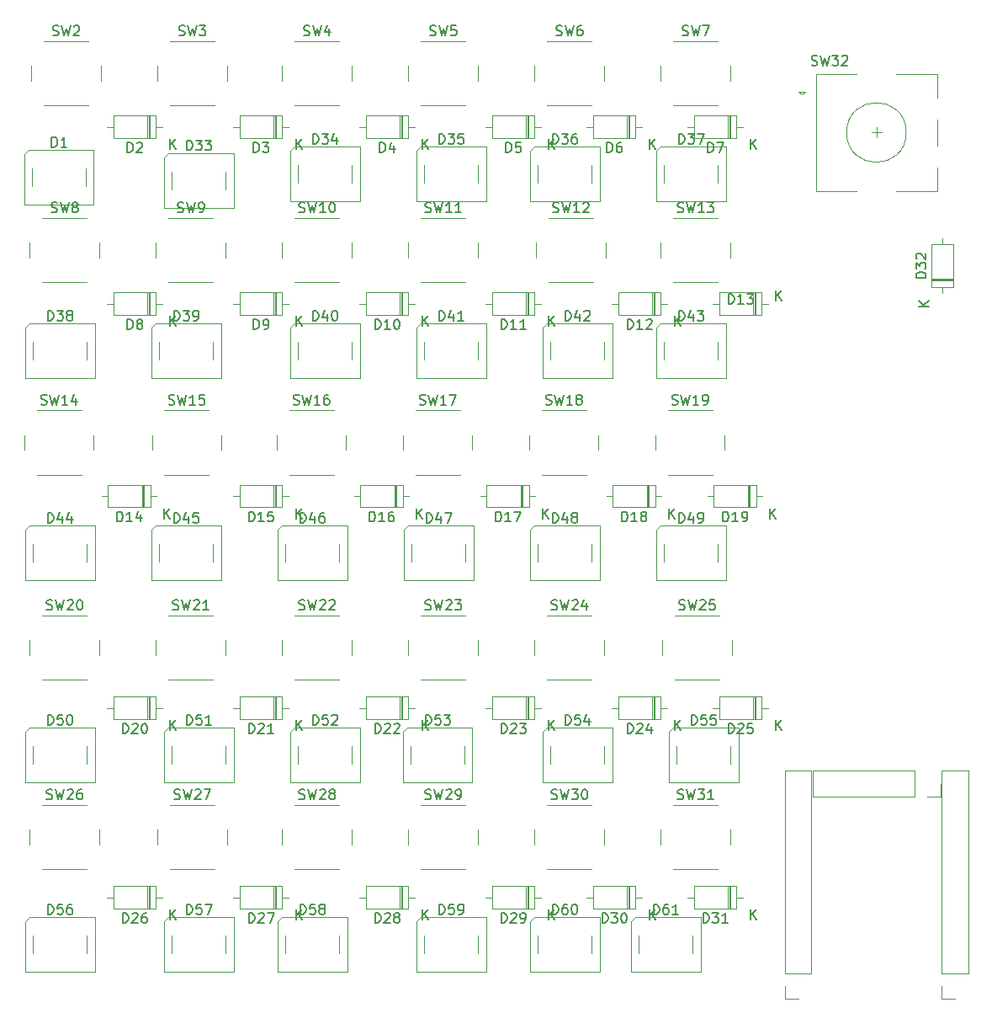
<source format=gbr>
%TF.GenerationSoftware,KiCad,Pcbnew,9.0.7*%
%TF.CreationDate,2026-02-20T03:41:17+09:00*%
%TF.ProjectId,YmmKeyboardMX,596d6d4b-6579-4626-9f61-72644d582e6b,rev?*%
%TF.SameCoordinates,Original*%
%TF.FileFunction,Legend,Top*%
%TF.FilePolarity,Positive*%
%FSLAX46Y46*%
G04 Gerber Fmt 4.6, Leading zero omitted, Abs format (unit mm)*
G04 Created by KiCad (PCBNEW 9.0.7) date 2026-02-20 03:41:17*
%MOMM*%
%LPD*%
G01*
G04 APERTURE LIST*
%ADD10C,0.150000*%
%ADD11C,0.120000*%
G04 APERTURE END LIST*
D10*
X180871905Y-38134819D02*
X180871905Y-37134819D01*
X180871905Y-37134819D02*
X181110000Y-37134819D01*
X181110000Y-37134819D02*
X181252857Y-37182438D01*
X181252857Y-37182438D02*
X181348095Y-37277676D01*
X181348095Y-37277676D02*
X181395714Y-37372914D01*
X181395714Y-37372914D02*
X181443333Y-37563390D01*
X181443333Y-37563390D02*
X181443333Y-37706247D01*
X181443333Y-37706247D02*
X181395714Y-37896723D01*
X181395714Y-37896723D02*
X181348095Y-37991961D01*
X181348095Y-37991961D02*
X181252857Y-38087200D01*
X181252857Y-38087200D02*
X181110000Y-38134819D01*
X181110000Y-38134819D02*
X180871905Y-38134819D01*
X182348095Y-37134819D02*
X181871905Y-37134819D01*
X181871905Y-37134819D02*
X181824286Y-37611009D01*
X181824286Y-37611009D02*
X181871905Y-37563390D01*
X181871905Y-37563390D02*
X181967143Y-37515771D01*
X181967143Y-37515771D02*
X182205238Y-37515771D01*
X182205238Y-37515771D02*
X182300476Y-37563390D01*
X182300476Y-37563390D02*
X182348095Y-37611009D01*
X182348095Y-37611009D02*
X182395714Y-37706247D01*
X182395714Y-37706247D02*
X182395714Y-37944342D01*
X182395714Y-37944342D02*
X182348095Y-38039580D01*
X182348095Y-38039580D02*
X182300476Y-38087200D01*
X182300476Y-38087200D02*
X182205238Y-38134819D01*
X182205238Y-38134819D02*
X181967143Y-38134819D01*
X181967143Y-38134819D02*
X181871905Y-38087200D01*
X181871905Y-38087200D02*
X181824286Y-38039580D01*
X185158095Y-37814819D02*
X185158095Y-36814819D01*
X185729523Y-37814819D02*
X185300952Y-37243390D01*
X185729523Y-36814819D02*
X185158095Y-37386247D01*
X134765714Y-75364819D02*
X134765714Y-74364819D01*
X134765714Y-74364819D02*
X135003809Y-74364819D01*
X135003809Y-74364819D02*
X135146666Y-74412438D01*
X135146666Y-74412438D02*
X135241904Y-74507676D01*
X135241904Y-74507676D02*
X135289523Y-74602914D01*
X135289523Y-74602914D02*
X135337142Y-74793390D01*
X135337142Y-74793390D02*
X135337142Y-74936247D01*
X135337142Y-74936247D02*
X135289523Y-75126723D01*
X135289523Y-75126723D02*
X135241904Y-75221961D01*
X135241904Y-75221961D02*
X135146666Y-75317200D01*
X135146666Y-75317200D02*
X135003809Y-75364819D01*
X135003809Y-75364819D02*
X134765714Y-75364819D01*
X136194285Y-74698152D02*
X136194285Y-75364819D01*
X135956190Y-74317200D02*
X135718095Y-75031485D01*
X135718095Y-75031485D02*
X136337142Y-75031485D01*
X137146666Y-74698152D02*
X137146666Y-75364819D01*
X136908571Y-74317200D02*
X136670476Y-75031485D01*
X136670476Y-75031485D02*
X137289523Y-75031485D01*
X202695714Y-75254819D02*
X202695714Y-74254819D01*
X202695714Y-74254819D02*
X202933809Y-74254819D01*
X202933809Y-74254819D02*
X203076666Y-74302438D01*
X203076666Y-74302438D02*
X203171904Y-74397676D01*
X203171904Y-74397676D02*
X203219523Y-74492914D01*
X203219523Y-74492914D02*
X203267142Y-74683390D01*
X203267142Y-74683390D02*
X203267142Y-74826247D01*
X203267142Y-74826247D02*
X203219523Y-75016723D01*
X203219523Y-75016723D02*
X203171904Y-75111961D01*
X203171904Y-75111961D02*
X203076666Y-75207200D01*
X203076666Y-75207200D02*
X202933809Y-75254819D01*
X202933809Y-75254819D02*
X202695714Y-75254819D01*
X204219523Y-75254819D02*
X203648095Y-75254819D01*
X203933809Y-75254819D02*
X203933809Y-74254819D01*
X203933809Y-74254819D02*
X203838571Y-74397676D01*
X203838571Y-74397676D02*
X203743333Y-74492914D01*
X203743333Y-74492914D02*
X203648095Y-74540533D01*
X204695714Y-75254819D02*
X204886190Y-75254819D01*
X204886190Y-75254819D02*
X204981428Y-75207200D01*
X204981428Y-75207200D02*
X205029047Y-75159580D01*
X205029047Y-75159580D02*
X205124285Y-75016723D01*
X205124285Y-75016723D02*
X205171904Y-74826247D01*
X205171904Y-74826247D02*
X205171904Y-74445295D01*
X205171904Y-74445295D02*
X205124285Y-74350057D01*
X205124285Y-74350057D02*
X205076666Y-74302438D01*
X205076666Y-74302438D02*
X204981428Y-74254819D01*
X204981428Y-74254819D02*
X204790952Y-74254819D01*
X204790952Y-74254819D02*
X204695714Y-74302438D01*
X204695714Y-74302438D02*
X204648095Y-74350057D01*
X204648095Y-74350057D02*
X204600476Y-74445295D01*
X204600476Y-74445295D02*
X204600476Y-74683390D01*
X204600476Y-74683390D02*
X204648095Y-74778628D01*
X204648095Y-74778628D02*
X204695714Y-74826247D01*
X204695714Y-74826247D02*
X204790952Y-74873866D01*
X204790952Y-74873866D02*
X204981428Y-74873866D01*
X204981428Y-74873866D02*
X205076666Y-74826247D01*
X205076666Y-74826247D02*
X205124285Y-74778628D01*
X205124285Y-74778628D02*
X205171904Y-74683390D01*
X207458095Y-74934819D02*
X207458095Y-73934819D01*
X208029523Y-74934819D02*
X207600952Y-74363390D01*
X208029523Y-73934819D02*
X207458095Y-74506247D01*
X184880476Y-63467200D02*
X185023333Y-63514819D01*
X185023333Y-63514819D02*
X185261428Y-63514819D01*
X185261428Y-63514819D02*
X185356666Y-63467200D01*
X185356666Y-63467200D02*
X185404285Y-63419580D01*
X185404285Y-63419580D02*
X185451904Y-63324342D01*
X185451904Y-63324342D02*
X185451904Y-63229104D01*
X185451904Y-63229104D02*
X185404285Y-63133866D01*
X185404285Y-63133866D02*
X185356666Y-63086247D01*
X185356666Y-63086247D02*
X185261428Y-63038628D01*
X185261428Y-63038628D02*
X185070952Y-62991009D01*
X185070952Y-62991009D02*
X184975714Y-62943390D01*
X184975714Y-62943390D02*
X184928095Y-62895771D01*
X184928095Y-62895771D02*
X184880476Y-62800533D01*
X184880476Y-62800533D02*
X184880476Y-62705295D01*
X184880476Y-62705295D02*
X184928095Y-62610057D01*
X184928095Y-62610057D02*
X184975714Y-62562438D01*
X184975714Y-62562438D02*
X185070952Y-62514819D01*
X185070952Y-62514819D02*
X185309047Y-62514819D01*
X185309047Y-62514819D02*
X185451904Y-62562438D01*
X185785238Y-62514819D02*
X186023333Y-63514819D01*
X186023333Y-63514819D02*
X186213809Y-62800533D01*
X186213809Y-62800533D02*
X186404285Y-63514819D01*
X186404285Y-63514819D02*
X186642381Y-62514819D01*
X187547142Y-63514819D02*
X186975714Y-63514819D01*
X187261428Y-63514819D02*
X187261428Y-62514819D01*
X187261428Y-62514819D02*
X187166190Y-62657676D01*
X187166190Y-62657676D02*
X187070952Y-62752914D01*
X187070952Y-62752914D02*
X186975714Y-62800533D01*
X188118571Y-62943390D02*
X188023333Y-62895771D01*
X188023333Y-62895771D02*
X187975714Y-62848152D01*
X187975714Y-62848152D02*
X187928095Y-62752914D01*
X187928095Y-62752914D02*
X187928095Y-62705295D01*
X187928095Y-62705295D02*
X187975714Y-62610057D01*
X187975714Y-62610057D02*
X188023333Y-62562438D01*
X188023333Y-62562438D02*
X188118571Y-62514819D01*
X188118571Y-62514819D02*
X188309047Y-62514819D01*
X188309047Y-62514819D02*
X188404285Y-62562438D01*
X188404285Y-62562438D02*
X188451904Y-62610057D01*
X188451904Y-62610057D02*
X188499523Y-62705295D01*
X188499523Y-62705295D02*
X188499523Y-62752914D01*
X188499523Y-62752914D02*
X188451904Y-62848152D01*
X188451904Y-62848152D02*
X188404285Y-62895771D01*
X188404285Y-62895771D02*
X188309047Y-62943390D01*
X188309047Y-62943390D02*
X188118571Y-62943390D01*
X188118571Y-62943390D02*
X188023333Y-62991009D01*
X188023333Y-62991009D02*
X187975714Y-63038628D01*
X187975714Y-63038628D02*
X187928095Y-63133866D01*
X187928095Y-63133866D02*
X187928095Y-63324342D01*
X187928095Y-63324342D02*
X187975714Y-63419580D01*
X187975714Y-63419580D02*
X188023333Y-63467200D01*
X188023333Y-63467200D02*
X188118571Y-63514819D01*
X188118571Y-63514819D02*
X188309047Y-63514819D01*
X188309047Y-63514819D02*
X188404285Y-63467200D01*
X188404285Y-63467200D02*
X188451904Y-63419580D01*
X188451904Y-63419580D02*
X188499523Y-63324342D01*
X188499523Y-63324342D02*
X188499523Y-63133866D01*
X188499523Y-63133866D02*
X188451904Y-63038628D01*
X188451904Y-63038628D02*
X188404285Y-62991009D01*
X188404285Y-62991009D02*
X188309047Y-62943390D01*
X200715714Y-115604819D02*
X200715714Y-114604819D01*
X200715714Y-114604819D02*
X200953809Y-114604819D01*
X200953809Y-114604819D02*
X201096666Y-114652438D01*
X201096666Y-114652438D02*
X201191904Y-114747676D01*
X201191904Y-114747676D02*
X201239523Y-114842914D01*
X201239523Y-114842914D02*
X201287142Y-115033390D01*
X201287142Y-115033390D02*
X201287142Y-115176247D01*
X201287142Y-115176247D02*
X201239523Y-115366723D01*
X201239523Y-115366723D02*
X201191904Y-115461961D01*
X201191904Y-115461961D02*
X201096666Y-115557200D01*
X201096666Y-115557200D02*
X200953809Y-115604819D01*
X200953809Y-115604819D02*
X200715714Y-115604819D01*
X201620476Y-114604819D02*
X202239523Y-114604819D01*
X202239523Y-114604819D02*
X201906190Y-114985771D01*
X201906190Y-114985771D02*
X202049047Y-114985771D01*
X202049047Y-114985771D02*
X202144285Y-115033390D01*
X202144285Y-115033390D02*
X202191904Y-115081009D01*
X202191904Y-115081009D02*
X202239523Y-115176247D01*
X202239523Y-115176247D02*
X202239523Y-115414342D01*
X202239523Y-115414342D02*
X202191904Y-115509580D01*
X202191904Y-115509580D02*
X202144285Y-115557200D01*
X202144285Y-115557200D02*
X202049047Y-115604819D01*
X202049047Y-115604819D02*
X201763333Y-115604819D01*
X201763333Y-115604819D02*
X201668095Y-115557200D01*
X201668095Y-115557200D02*
X201620476Y-115509580D01*
X203191904Y-115604819D02*
X202620476Y-115604819D01*
X202906190Y-115604819D02*
X202906190Y-114604819D01*
X202906190Y-114604819D02*
X202810952Y-114747676D01*
X202810952Y-114747676D02*
X202715714Y-114842914D01*
X202715714Y-114842914D02*
X202620476Y-114890533D01*
X205478095Y-115284819D02*
X205478095Y-114284819D01*
X206049523Y-115284819D02*
X205620952Y-114713390D01*
X206049523Y-114284819D02*
X205478095Y-114856247D01*
X197580476Y-63467200D02*
X197723333Y-63514819D01*
X197723333Y-63514819D02*
X197961428Y-63514819D01*
X197961428Y-63514819D02*
X198056666Y-63467200D01*
X198056666Y-63467200D02*
X198104285Y-63419580D01*
X198104285Y-63419580D02*
X198151904Y-63324342D01*
X198151904Y-63324342D02*
X198151904Y-63229104D01*
X198151904Y-63229104D02*
X198104285Y-63133866D01*
X198104285Y-63133866D02*
X198056666Y-63086247D01*
X198056666Y-63086247D02*
X197961428Y-63038628D01*
X197961428Y-63038628D02*
X197770952Y-62991009D01*
X197770952Y-62991009D02*
X197675714Y-62943390D01*
X197675714Y-62943390D02*
X197628095Y-62895771D01*
X197628095Y-62895771D02*
X197580476Y-62800533D01*
X197580476Y-62800533D02*
X197580476Y-62705295D01*
X197580476Y-62705295D02*
X197628095Y-62610057D01*
X197628095Y-62610057D02*
X197675714Y-62562438D01*
X197675714Y-62562438D02*
X197770952Y-62514819D01*
X197770952Y-62514819D02*
X198009047Y-62514819D01*
X198009047Y-62514819D02*
X198151904Y-62562438D01*
X198485238Y-62514819D02*
X198723333Y-63514819D01*
X198723333Y-63514819D02*
X198913809Y-62800533D01*
X198913809Y-62800533D02*
X199104285Y-63514819D01*
X199104285Y-63514819D02*
X199342381Y-62514819D01*
X200247142Y-63514819D02*
X199675714Y-63514819D01*
X199961428Y-63514819D02*
X199961428Y-62514819D01*
X199961428Y-62514819D02*
X199866190Y-62657676D01*
X199866190Y-62657676D02*
X199770952Y-62752914D01*
X199770952Y-62752914D02*
X199675714Y-62800533D01*
X200723333Y-63514819D02*
X200913809Y-63514819D01*
X200913809Y-63514819D02*
X201009047Y-63467200D01*
X201009047Y-63467200D02*
X201056666Y-63419580D01*
X201056666Y-63419580D02*
X201151904Y-63276723D01*
X201151904Y-63276723D02*
X201199523Y-63086247D01*
X201199523Y-63086247D02*
X201199523Y-62705295D01*
X201199523Y-62705295D02*
X201151904Y-62610057D01*
X201151904Y-62610057D02*
X201104285Y-62562438D01*
X201104285Y-62562438D02*
X201009047Y-62514819D01*
X201009047Y-62514819D02*
X200818571Y-62514819D01*
X200818571Y-62514819D02*
X200723333Y-62562438D01*
X200723333Y-62562438D02*
X200675714Y-62610057D01*
X200675714Y-62610057D02*
X200628095Y-62705295D01*
X200628095Y-62705295D02*
X200628095Y-62943390D01*
X200628095Y-62943390D02*
X200675714Y-63038628D01*
X200675714Y-63038628D02*
X200723333Y-63086247D01*
X200723333Y-63086247D02*
X200818571Y-63133866D01*
X200818571Y-63133866D02*
X201009047Y-63133866D01*
X201009047Y-63133866D02*
X201104285Y-63086247D01*
X201104285Y-63086247D02*
X201151904Y-63038628D01*
X201151904Y-63038628D02*
X201199523Y-62943390D01*
X160165714Y-75364819D02*
X160165714Y-74364819D01*
X160165714Y-74364819D02*
X160403809Y-74364819D01*
X160403809Y-74364819D02*
X160546666Y-74412438D01*
X160546666Y-74412438D02*
X160641904Y-74507676D01*
X160641904Y-74507676D02*
X160689523Y-74602914D01*
X160689523Y-74602914D02*
X160737142Y-74793390D01*
X160737142Y-74793390D02*
X160737142Y-74936247D01*
X160737142Y-74936247D02*
X160689523Y-75126723D01*
X160689523Y-75126723D02*
X160641904Y-75221961D01*
X160641904Y-75221961D02*
X160546666Y-75317200D01*
X160546666Y-75317200D02*
X160403809Y-75364819D01*
X160403809Y-75364819D02*
X160165714Y-75364819D01*
X161594285Y-74698152D02*
X161594285Y-75364819D01*
X161356190Y-74317200D02*
X161118095Y-75031485D01*
X161118095Y-75031485D02*
X161737142Y-75031485D01*
X162546666Y-74364819D02*
X162356190Y-74364819D01*
X162356190Y-74364819D02*
X162260952Y-74412438D01*
X162260952Y-74412438D02*
X162213333Y-74460057D01*
X162213333Y-74460057D02*
X162118095Y-74602914D01*
X162118095Y-74602914D02*
X162070476Y-74793390D01*
X162070476Y-74793390D02*
X162070476Y-75174342D01*
X162070476Y-75174342D02*
X162118095Y-75269580D01*
X162118095Y-75269580D02*
X162165714Y-75317200D01*
X162165714Y-75317200D02*
X162260952Y-75364819D01*
X162260952Y-75364819D02*
X162451428Y-75364819D01*
X162451428Y-75364819D02*
X162546666Y-75317200D01*
X162546666Y-75317200D02*
X162594285Y-75269580D01*
X162594285Y-75269580D02*
X162641904Y-75174342D01*
X162641904Y-75174342D02*
X162641904Y-74936247D01*
X162641904Y-74936247D02*
X162594285Y-74841009D01*
X162594285Y-74841009D02*
X162546666Y-74793390D01*
X162546666Y-74793390D02*
X162451428Y-74745771D01*
X162451428Y-74745771D02*
X162260952Y-74745771D01*
X162260952Y-74745771D02*
X162165714Y-74793390D01*
X162165714Y-74793390D02*
X162118095Y-74841009D01*
X162118095Y-74841009D02*
X162070476Y-74936247D01*
X198140476Y-103127200D02*
X198283333Y-103174819D01*
X198283333Y-103174819D02*
X198521428Y-103174819D01*
X198521428Y-103174819D02*
X198616666Y-103127200D01*
X198616666Y-103127200D02*
X198664285Y-103079580D01*
X198664285Y-103079580D02*
X198711904Y-102984342D01*
X198711904Y-102984342D02*
X198711904Y-102889104D01*
X198711904Y-102889104D02*
X198664285Y-102793866D01*
X198664285Y-102793866D02*
X198616666Y-102746247D01*
X198616666Y-102746247D02*
X198521428Y-102698628D01*
X198521428Y-102698628D02*
X198330952Y-102651009D01*
X198330952Y-102651009D02*
X198235714Y-102603390D01*
X198235714Y-102603390D02*
X198188095Y-102555771D01*
X198188095Y-102555771D02*
X198140476Y-102460533D01*
X198140476Y-102460533D02*
X198140476Y-102365295D01*
X198140476Y-102365295D02*
X198188095Y-102270057D01*
X198188095Y-102270057D02*
X198235714Y-102222438D01*
X198235714Y-102222438D02*
X198330952Y-102174819D01*
X198330952Y-102174819D02*
X198569047Y-102174819D01*
X198569047Y-102174819D02*
X198711904Y-102222438D01*
X199045238Y-102174819D02*
X199283333Y-103174819D01*
X199283333Y-103174819D02*
X199473809Y-102460533D01*
X199473809Y-102460533D02*
X199664285Y-103174819D01*
X199664285Y-103174819D02*
X199902381Y-102174819D01*
X200188095Y-102174819D02*
X200807142Y-102174819D01*
X200807142Y-102174819D02*
X200473809Y-102555771D01*
X200473809Y-102555771D02*
X200616666Y-102555771D01*
X200616666Y-102555771D02*
X200711904Y-102603390D01*
X200711904Y-102603390D02*
X200759523Y-102651009D01*
X200759523Y-102651009D02*
X200807142Y-102746247D01*
X200807142Y-102746247D02*
X200807142Y-102984342D01*
X200807142Y-102984342D02*
X200759523Y-103079580D01*
X200759523Y-103079580D02*
X200711904Y-103127200D01*
X200711904Y-103127200D02*
X200616666Y-103174819D01*
X200616666Y-103174819D02*
X200330952Y-103174819D01*
X200330952Y-103174819D02*
X200235714Y-103127200D01*
X200235714Y-103127200D02*
X200188095Y-103079580D01*
X201759523Y-103174819D02*
X201188095Y-103174819D01*
X201473809Y-103174819D02*
X201473809Y-102174819D01*
X201473809Y-102174819D02*
X201378571Y-102317676D01*
X201378571Y-102317676D02*
X201283333Y-102412914D01*
X201283333Y-102412914D02*
X201188095Y-102460533D01*
X198265714Y-75364819D02*
X198265714Y-74364819D01*
X198265714Y-74364819D02*
X198503809Y-74364819D01*
X198503809Y-74364819D02*
X198646666Y-74412438D01*
X198646666Y-74412438D02*
X198741904Y-74507676D01*
X198741904Y-74507676D02*
X198789523Y-74602914D01*
X198789523Y-74602914D02*
X198837142Y-74793390D01*
X198837142Y-74793390D02*
X198837142Y-74936247D01*
X198837142Y-74936247D02*
X198789523Y-75126723D01*
X198789523Y-75126723D02*
X198741904Y-75221961D01*
X198741904Y-75221961D02*
X198646666Y-75317200D01*
X198646666Y-75317200D02*
X198503809Y-75364819D01*
X198503809Y-75364819D02*
X198265714Y-75364819D01*
X199694285Y-74698152D02*
X199694285Y-75364819D01*
X199456190Y-74317200D02*
X199218095Y-75031485D01*
X199218095Y-75031485D02*
X199837142Y-75031485D01*
X200265714Y-75364819D02*
X200456190Y-75364819D01*
X200456190Y-75364819D02*
X200551428Y-75317200D01*
X200551428Y-75317200D02*
X200599047Y-75269580D01*
X200599047Y-75269580D02*
X200694285Y-75126723D01*
X200694285Y-75126723D02*
X200741904Y-74936247D01*
X200741904Y-74936247D02*
X200741904Y-74555295D01*
X200741904Y-74555295D02*
X200694285Y-74460057D01*
X200694285Y-74460057D02*
X200646666Y-74412438D01*
X200646666Y-74412438D02*
X200551428Y-74364819D01*
X200551428Y-74364819D02*
X200360952Y-74364819D01*
X200360952Y-74364819D02*
X200265714Y-74412438D01*
X200265714Y-74412438D02*
X200218095Y-74460057D01*
X200218095Y-74460057D02*
X200170476Y-74555295D01*
X200170476Y-74555295D02*
X200170476Y-74793390D01*
X200170476Y-74793390D02*
X200218095Y-74888628D01*
X200218095Y-74888628D02*
X200265714Y-74936247D01*
X200265714Y-74936247D02*
X200360952Y-74983866D01*
X200360952Y-74983866D02*
X200551428Y-74983866D01*
X200551428Y-74983866D02*
X200646666Y-74936247D01*
X200646666Y-74936247D02*
X200694285Y-74888628D01*
X200694285Y-74888628D02*
X200741904Y-74793390D01*
X155471905Y-38134819D02*
X155471905Y-37134819D01*
X155471905Y-37134819D02*
X155710000Y-37134819D01*
X155710000Y-37134819D02*
X155852857Y-37182438D01*
X155852857Y-37182438D02*
X155948095Y-37277676D01*
X155948095Y-37277676D02*
X155995714Y-37372914D01*
X155995714Y-37372914D02*
X156043333Y-37563390D01*
X156043333Y-37563390D02*
X156043333Y-37706247D01*
X156043333Y-37706247D02*
X155995714Y-37896723D01*
X155995714Y-37896723D02*
X155948095Y-37991961D01*
X155948095Y-37991961D02*
X155852857Y-38087200D01*
X155852857Y-38087200D02*
X155710000Y-38134819D01*
X155710000Y-38134819D02*
X155471905Y-38134819D01*
X156376667Y-37134819D02*
X156995714Y-37134819D01*
X156995714Y-37134819D02*
X156662381Y-37515771D01*
X156662381Y-37515771D02*
X156805238Y-37515771D01*
X156805238Y-37515771D02*
X156900476Y-37563390D01*
X156900476Y-37563390D02*
X156948095Y-37611009D01*
X156948095Y-37611009D02*
X156995714Y-37706247D01*
X156995714Y-37706247D02*
X156995714Y-37944342D01*
X156995714Y-37944342D02*
X156948095Y-38039580D01*
X156948095Y-38039580D02*
X156900476Y-38087200D01*
X156900476Y-38087200D02*
X156805238Y-38134819D01*
X156805238Y-38134819D02*
X156519524Y-38134819D01*
X156519524Y-38134819D02*
X156424286Y-38087200D01*
X156424286Y-38087200D02*
X156376667Y-38039580D01*
X159758095Y-37814819D02*
X159758095Y-36814819D01*
X160329523Y-37814819D02*
X159900952Y-37243390D01*
X160329523Y-36814819D02*
X159758095Y-37386247D01*
X192535714Y-75254819D02*
X192535714Y-74254819D01*
X192535714Y-74254819D02*
X192773809Y-74254819D01*
X192773809Y-74254819D02*
X192916666Y-74302438D01*
X192916666Y-74302438D02*
X193011904Y-74397676D01*
X193011904Y-74397676D02*
X193059523Y-74492914D01*
X193059523Y-74492914D02*
X193107142Y-74683390D01*
X193107142Y-74683390D02*
X193107142Y-74826247D01*
X193107142Y-74826247D02*
X193059523Y-75016723D01*
X193059523Y-75016723D02*
X193011904Y-75111961D01*
X193011904Y-75111961D02*
X192916666Y-75207200D01*
X192916666Y-75207200D02*
X192773809Y-75254819D01*
X192773809Y-75254819D02*
X192535714Y-75254819D01*
X194059523Y-75254819D02*
X193488095Y-75254819D01*
X193773809Y-75254819D02*
X193773809Y-74254819D01*
X193773809Y-74254819D02*
X193678571Y-74397676D01*
X193678571Y-74397676D02*
X193583333Y-74492914D01*
X193583333Y-74492914D02*
X193488095Y-74540533D01*
X194630952Y-74683390D02*
X194535714Y-74635771D01*
X194535714Y-74635771D02*
X194488095Y-74588152D01*
X194488095Y-74588152D02*
X194440476Y-74492914D01*
X194440476Y-74492914D02*
X194440476Y-74445295D01*
X194440476Y-74445295D02*
X194488095Y-74350057D01*
X194488095Y-74350057D02*
X194535714Y-74302438D01*
X194535714Y-74302438D02*
X194630952Y-74254819D01*
X194630952Y-74254819D02*
X194821428Y-74254819D01*
X194821428Y-74254819D02*
X194916666Y-74302438D01*
X194916666Y-74302438D02*
X194964285Y-74350057D01*
X194964285Y-74350057D02*
X195011904Y-74445295D01*
X195011904Y-74445295D02*
X195011904Y-74492914D01*
X195011904Y-74492914D02*
X194964285Y-74588152D01*
X194964285Y-74588152D02*
X194916666Y-74635771D01*
X194916666Y-74635771D02*
X194821428Y-74683390D01*
X194821428Y-74683390D02*
X194630952Y-74683390D01*
X194630952Y-74683390D02*
X194535714Y-74731009D01*
X194535714Y-74731009D02*
X194488095Y-74778628D01*
X194488095Y-74778628D02*
X194440476Y-74873866D01*
X194440476Y-74873866D02*
X194440476Y-75064342D01*
X194440476Y-75064342D02*
X194488095Y-75159580D01*
X194488095Y-75159580D02*
X194535714Y-75207200D01*
X194535714Y-75207200D02*
X194630952Y-75254819D01*
X194630952Y-75254819D02*
X194821428Y-75254819D01*
X194821428Y-75254819D02*
X194916666Y-75207200D01*
X194916666Y-75207200D02*
X194964285Y-75159580D01*
X194964285Y-75159580D02*
X195011904Y-75064342D01*
X195011904Y-75064342D02*
X195011904Y-74873866D01*
X195011904Y-74873866D02*
X194964285Y-74778628D01*
X194964285Y-74778628D02*
X194916666Y-74731009D01*
X194916666Y-74731009D02*
X194821428Y-74683390D01*
X197298095Y-74934819D02*
X197298095Y-73934819D01*
X197869523Y-74934819D02*
X197440952Y-74363390D01*
X197869523Y-73934819D02*
X197298095Y-74506247D01*
X174135714Y-37264819D02*
X174135714Y-36264819D01*
X174135714Y-36264819D02*
X174373809Y-36264819D01*
X174373809Y-36264819D02*
X174516666Y-36312438D01*
X174516666Y-36312438D02*
X174611904Y-36407676D01*
X174611904Y-36407676D02*
X174659523Y-36502914D01*
X174659523Y-36502914D02*
X174707142Y-36693390D01*
X174707142Y-36693390D02*
X174707142Y-36836247D01*
X174707142Y-36836247D02*
X174659523Y-37026723D01*
X174659523Y-37026723D02*
X174611904Y-37121961D01*
X174611904Y-37121961D02*
X174516666Y-37217200D01*
X174516666Y-37217200D02*
X174373809Y-37264819D01*
X174373809Y-37264819D02*
X174135714Y-37264819D01*
X175040476Y-36264819D02*
X175659523Y-36264819D01*
X175659523Y-36264819D02*
X175326190Y-36645771D01*
X175326190Y-36645771D02*
X175469047Y-36645771D01*
X175469047Y-36645771D02*
X175564285Y-36693390D01*
X175564285Y-36693390D02*
X175611904Y-36741009D01*
X175611904Y-36741009D02*
X175659523Y-36836247D01*
X175659523Y-36836247D02*
X175659523Y-37074342D01*
X175659523Y-37074342D02*
X175611904Y-37169580D01*
X175611904Y-37169580D02*
X175564285Y-37217200D01*
X175564285Y-37217200D02*
X175469047Y-37264819D01*
X175469047Y-37264819D02*
X175183333Y-37264819D01*
X175183333Y-37264819D02*
X175088095Y-37217200D01*
X175088095Y-37217200D02*
X175040476Y-37169580D01*
X176564285Y-36264819D02*
X176088095Y-36264819D01*
X176088095Y-36264819D02*
X176040476Y-36741009D01*
X176040476Y-36741009D02*
X176088095Y-36693390D01*
X176088095Y-36693390D02*
X176183333Y-36645771D01*
X176183333Y-36645771D02*
X176421428Y-36645771D01*
X176421428Y-36645771D02*
X176516666Y-36693390D01*
X176516666Y-36693390D02*
X176564285Y-36741009D01*
X176564285Y-36741009D02*
X176611904Y-36836247D01*
X176611904Y-36836247D02*
X176611904Y-37074342D01*
X176611904Y-37074342D02*
X176564285Y-37169580D01*
X176564285Y-37169580D02*
X176516666Y-37217200D01*
X176516666Y-37217200D02*
X176421428Y-37264819D01*
X176421428Y-37264819D02*
X176183333Y-37264819D01*
X176183333Y-37264819D02*
X176088095Y-37217200D01*
X176088095Y-37217200D02*
X176040476Y-37169580D01*
X142295714Y-115604819D02*
X142295714Y-114604819D01*
X142295714Y-114604819D02*
X142533809Y-114604819D01*
X142533809Y-114604819D02*
X142676666Y-114652438D01*
X142676666Y-114652438D02*
X142771904Y-114747676D01*
X142771904Y-114747676D02*
X142819523Y-114842914D01*
X142819523Y-114842914D02*
X142867142Y-115033390D01*
X142867142Y-115033390D02*
X142867142Y-115176247D01*
X142867142Y-115176247D02*
X142819523Y-115366723D01*
X142819523Y-115366723D02*
X142771904Y-115461961D01*
X142771904Y-115461961D02*
X142676666Y-115557200D01*
X142676666Y-115557200D02*
X142533809Y-115604819D01*
X142533809Y-115604819D02*
X142295714Y-115604819D01*
X143248095Y-114700057D02*
X143295714Y-114652438D01*
X143295714Y-114652438D02*
X143390952Y-114604819D01*
X143390952Y-114604819D02*
X143629047Y-114604819D01*
X143629047Y-114604819D02*
X143724285Y-114652438D01*
X143724285Y-114652438D02*
X143771904Y-114700057D01*
X143771904Y-114700057D02*
X143819523Y-114795295D01*
X143819523Y-114795295D02*
X143819523Y-114890533D01*
X143819523Y-114890533D02*
X143771904Y-115033390D01*
X143771904Y-115033390D02*
X143200476Y-115604819D01*
X143200476Y-115604819D02*
X143819523Y-115604819D01*
X144676666Y-114604819D02*
X144486190Y-114604819D01*
X144486190Y-114604819D02*
X144390952Y-114652438D01*
X144390952Y-114652438D02*
X144343333Y-114700057D01*
X144343333Y-114700057D02*
X144248095Y-114842914D01*
X144248095Y-114842914D02*
X144200476Y-115033390D01*
X144200476Y-115033390D02*
X144200476Y-115414342D01*
X144200476Y-115414342D02*
X144248095Y-115509580D01*
X144248095Y-115509580D02*
X144295714Y-115557200D01*
X144295714Y-115557200D02*
X144390952Y-115604819D01*
X144390952Y-115604819D02*
X144581428Y-115604819D01*
X144581428Y-115604819D02*
X144676666Y-115557200D01*
X144676666Y-115557200D02*
X144724285Y-115509580D01*
X144724285Y-115509580D02*
X144771904Y-115414342D01*
X144771904Y-115414342D02*
X144771904Y-115176247D01*
X144771904Y-115176247D02*
X144724285Y-115081009D01*
X144724285Y-115081009D02*
X144676666Y-115033390D01*
X144676666Y-115033390D02*
X144581428Y-114985771D01*
X144581428Y-114985771D02*
X144390952Y-114985771D01*
X144390952Y-114985771D02*
X144295714Y-115033390D01*
X144295714Y-115033390D02*
X144248095Y-115081009D01*
X144248095Y-115081009D02*
X144200476Y-115176247D01*
X147058095Y-115284819D02*
X147058095Y-114284819D01*
X147629523Y-115284819D02*
X147200952Y-114713390D01*
X147629523Y-114284819D02*
X147058095Y-114856247D01*
X198616667Y-26347200D02*
X198759524Y-26394819D01*
X198759524Y-26394819D02*
X198997619Y-26394819D01*
X198997619Y-26394819D02*
X199092857Y-26347200D01*
X199092857Y-26347200D02*
X199140476Y-26299580D01*
X199140476Y-26299580D02*
X199188095Y-26204342D01*
X199188095Y-26204342D02*
X199188095Y-26109104D01*
X199188095Y-26109104D02*
X199140476Y-26013866D01*
X199140476Y-26013866D02*
X199092857Y-25966247D01*
X199092857Y-25966247D02*
X198997619Y-25918628D01*
X198997619Y-25918628D02*
X198807143Y-25871009D01*
X198807143Y-25871009D02*
X198711905Y-25823390D01*
X198711905Y-25823390D02*
X198664286Y-25775771D01*
X198664286Y-25775771D02*
X198616667Y-25680533D01*
X198616667Y-25680533D02*
X198616667Y-25585295D01*
X198616667Y-25585295D02*
X198664286Y-25490057D01*
X198664286Y-25490057D02*
X198711905Y-25442438D01*
X198711905Y-25442438D02*
X198807143Y-25394819D01*
X198807143Y-25394819D02*
X199045238Y-25394819D01*
X199045238Y-25394819D02*
X199188095Y-25442438D01*
X199521429Y-25394819D02*
X199759524Y-26394819D01*
X199759524Y-26394819D02*
X199950000Y-25680533D01*
X199950000Y-25680533D02*
X200140476Y-26394819D01*
X200140476Y-26394819D02*
X200378572Y-25394819D01*
X200664286Y-25394819D02*
X201330952Y-25394819D01*
X201330952Y-25394819D02*
X200902381Y-26394819D01*
X191031905Y-38134819D02*
X191031905Y-37134819D01*
X191031905Y-37134819D02*
X191270000Y-37134819D01*
X191270000Y-37134819D02*
X191412857Y-37182438D01*
X191412857Y-37182438D02*
X191508095Y-37277676D01*
X191508095Y-37277676D02*
X191555714Y-37372914D01*
X191555714Y-37372914D02*
X191603333Y-37563390D01*
X191603333Y-37563390D02*
X191603333Y-37706247D01*
X191603333Y-37706247D02*
X191555714Y-37896723D01*
X191555714Y-37896723D02*
X191508095Y-37991961D01*
X191508095Y-37991961D02*
X191412857Y-38087200D01*
X191412857Y-38087200D02*
X191270000Y-38134819D01*
X191270000Y-38134819D02*
X191031905Y-38134819D01*
X192460476Y-37134819D02*
X192270000Y-37134819D01*
X192270000Y-37134819D02*
X192174762Y-37182438D01*
X192174762Y-37182438D02*
X192127143Y-37230057D01*
X192127143Y-37230057D02*
X192031905Y-37372914D01*
X192031905Y-37372914D02*
X191984286Y-37563390D01*
X191984286Y-37563390D02*
X191984286Y-37944342D01*
X191984286Y-37944342D02*
X192031905Y-38039580D01*
X192031905Y-38039580D02*
X192079524Y-38087200D01*
X192079524Y-38087200D02*
X192174762Y-38134819D01*
X192174762Y-38134819D02*
X192365238Y-38134819D01*
X192365238Y-38134819D02*
X192460476Y-38087200D01*
X192460476Y-38087200D02*
X192508095Y-38039580D01*
X192508095Y-38039580D02*
X192555714Y-37944342D01*
X192555714Y-37944342D02*
X192555714Y-37706247D01*
X192555714Y-37706247D02*
X192508095Y-37611009D01*
X192508095Y-37611009D02*
X192460476Y-37563390D01*
X192460476Y-37563390D02*
X192365238Y-37515771D01*
X192365238Y-37515771D02*
X192174762Y-37515771D01*
X192174762Y-37515771D02*
X192079524Y-37563390D01*
X192079524Y-37563390D02*
X192031905Y-37611009D01*
X192031905Y-37611009D02*
X191984286Y-37706247D01*
X195318095Y-37814819D02*
X195318095Y-36814819D01*
X195889523Y-37814819D02*
X195460952Y-37243390D01*
X195889523Y-36814819D02*
X195318095Y-37386247D01*
X135151905Y-37594819D02*
X135151905Y-36594819D01*
X135151905Y-36594819D02*
X135390000Y-36594819D01*
X135390000Y-36594819D02*
X135532857Y-36642438D01*
X135532857Y-36642438D02*
X135628095Y-36737676D01*
X135628095Y-36737676D02*
X135675714Y-36832914D01*
X135675714Y-36832914D02*
X135723333Y-37023390D01*
X135723333Y-37023390D02*
X135723333Y-37166247D01*
X135723333Y-37166247D02*
X135675714Y-37356723D01*
X135675714Y-37356723D02*
X135628095Y-37451961D01*
X135628095Y-37451961D02*
X135532857Y-37547200D01*
X135532857Y-37547200D02*
X135390000Y-37594819D01*
X135390000Y-37594819D02*
X135151905Y-37594819D01*
X136675714Y-37594819D02*
X136104286Y-37594819D01*
X136390000Y-37594819D02*
X136390000Y-36594819D01*
X136390000Y-36594819D02*
X136294762Y-36737676D01*
X136294762Y-36737676D02*
X136199524Y-36832914D01*
X136199524Y-36832914D02*
X136104286Y-36880533D01*
X154995714Y-115604819D02*
X154995714Y-114604819D01*
X154995714Y-114604819D02*
X155233809Y-114604819D01*
X155233809Y-114604819D02*
X155376666Y-114652438D01*
X155376666Y-114652438D02*
X155471904Y-114747676D01*
X155471904Y-114747676D02*
X155519523Y-114842914D01*
X155519523Y-114842914D02*
X155567142Y-115033390D01*
X155567142Y-115033390D02*
X155567142Y-115176247D01*
X155567142Y-115176247D02*
X155519523Y-115366723D01*
X155519523Y-115366723D02*
X155471904Y-115461961D01*
X155471904Y-115461961D02*
X155376666Y-115557200D01*
X155376666Y-115557200D02*
X155233809Y-115604819D01*
X155233809Y-115604819D02*
X154995714Y-115604819D01*
X155948095Y-114700057D02*
X155995714Y-114652438D01*
X155995714Y-114652438D02*
X156090952Y-114604819D01*
X156090952Y-114604819D02*
X156329047Y-114604819D01*
X156329047Y-114604819D02*
X156424285Y-114652438D01*
X156424285Y-114652438D02*
X156471904Y-114700057D01*
X156471904Y-114700057D02*
X156519523Y-114795295D01*
X156519523Y-114795295D02*
X156519523Y-114890533D01*
X156519523Y-114890533D02*
X156471904Y-115033390D01*
X156471904Y-115033390D02*
X155900476Y-115604819D01*
X155900476Y-115604819D02*
X156519523Y-115604819D01*
X156852857Y-114604819D02*
X157519523Y-114604819D01*
X157519523Y-114604819D02*
X157090952Y-115604819D01*
X159758095Y-115284819D02*
X159758095Y-114284819D01*
X160329523Y-115284819D02*
X159900952Y-114713390D01*
X160329523Y-114284819D02*
X159758095Y-114856247D01*
X134765714Y-114734819D02*
X134765714Y-113734819D01*
X134765714Y-113734819D02*
X135003809Y-113734819D01*
X135003809Y-113734819D02*
X135146666Y-113782438D01*
X135146666Y-113782438D02*
X135241904Y-113877676D01*
X135241904Y-113877676D02*
X135289523Y-113972914D01*
X135289523Y-113972914D02*
X135337142Y-114163390D01*
X135337142Y-114163390D02*
X135337142Y-114306247D01*
X135337142Y-114306247D02*
X135289523Y-114496723D01*
X135289523Y-114496723D02*
X135241904Y-114591961D01*
X135241904Y-114591961D02*
X135146666Y-114687200D01*
X135146666Y-114687200D02*
X135003809Y-114734819D01*
X135003809Y-114734819D02*
X134765714Y-114734819D01*
X136241904Y-113734819D02*
X135765714Y-113734819D01*
X135765714Y-113734819D02*
X135718095Y-114211009D01*
X135718095Y-114211009D02*
X135765714Y-114163390D01*
X135765714Y-114163390D02*
X135860952Y-114115771D01*
X135860952Y-114115771D02*
X136099047Y-114115771D01*
X136099047Y-114115771D02*
X136194285Y-114163390D01*
X136194285Y-114163390D02*
X136241904Y-114211009D01*
X136241904Y-114211009D02*
X136289523Y-114306247D01*
X136289523Y-114306247D02*
X136289523Y-114544342D01*
X136289523Y-114544342D02*
X136241904Y-114639580D01*
X136241904Y-114639580D02*
X136194285Y-114687200D01*
X136194285Y-114687200D02*
X136099047Y-114734819D01*
X136099047Y-114734819D02*
X135860952Y-114734819D01*
X135860952Y-114734819D02*
X135765714Y-114687200D01*
X135765714Y-114687200D02*
X135718095Y-114639580D01*
X137146666Y-113734819D02*
X136956190Y-113734819D01*
X136956190Y-113734819D02*
X136860952Y-113782438D01*
X136860952Y-113782438D02*
X136813333Y-113830057D01*
X136813333Y-113830057D02*
X136718095Y-113972914D01*
X136718095Y-113972914D02*
X136670476Y-114163390D01*
X136670476Y-114163390D02*
X136670476Y-114544342D01*
X136670476Y-114544342D02*
X136718095Y-114639580D01*
X136718095Y-114639580D02*
X136765714Y-114687200D01*
X136765714Y-114687200D02*
X136860952Y-114734819D01*
X136860952Y-114734819D02*
X137051428Y-114734819D01*
X137051428Y-114734819D02*
X137146666Y-114687200D01*
X137146666Y-114687200D02*
X137194285Y-114639580D01*
X137194285Y-114639580D02*
X137241904Y-114544342D01*
X137241904Y-114544342D02*
X137241904Y-114306247D01*
X137241904Y-114306247D02*
X137194285Y-114211009D01*
X137194285Y-114211009D02*
X137146666Y-114163390D01*
X137146666Y-114163390D02*
X137051428Y-114115771D01*
X137051428Y-114115771D02*
X136860952Y-114115771D01*
X136860952Y-114115771D02*
X136765714Y-114163390D01*
X136765714Y-114163390D02*
X136718095Y-114211009D01*
X136718095Y-114211009D02*
X136670476Y-114306247D01*
X154995714Y-75254819D02*
X154995714Y-74254819D01*
X154995714Y-74254819D02*
X155233809Y-74254819D01*
X155233809Y-74254819D02*
X155376666Y-74302438D01*
X155376666Y-74302438D02*
X155471904Y-74397676D01*
X155471904Y-74397676D02*
X155519523Y-74492914D01*
X155519523Y-74492914D02*
X155567142Y-74683390D01*
X155567142Y-74683390D02*
X155567142Y-74826247D01*
X155567142Y-74826247D02*
X155519523Y-75016723D01*
X155519523Y-75016723D02*
X155471904Y-75111961D01*
X155471904Y-75111961D02*
X155376666Y-75207200D01*
X155376666Y-75207200D02*
X155233809Y-75254819D01*
X155233809Y-75254819D02*
X154995714Y-75254819D01*
X156519523Y-75254819D02*
X155948095Y-75254819D01*
X156233809Y-75254819D02*
X156233809Y-74254819D01*
X156233809Y-74254819D02*
X156138571Y-74397676D01*
X156138571Y-74397676D02*
X156043333Y-74492914D01*
X156043333Y-74492914D02*
X155948095Y-74540533D01*
X157424285Y-74254819D02*
X156948095Y-74254819D01*
X156948095Y-74254819D02*
X156900476Y-74731009D01*
X156900476Y-74731009D02*
X156948095Y-74683390D01*
X156948095Y-74683390D02*
X157043333Y-74635771D01*
X157043333Y-74635771D02*
X157281428Y-74635771D01*
X157281428Y-74635771D02*
X157376666Y-74683390D01*
X157376666Y-74683390D02*
X157424285Y-74731009D01*
X157424285Y-74731009D02*
X157471904Y-74826247D01*
X157471904Y-74826247D02*
X157471904Y-75064342D01*
X157471904Y-75064342D02*
X157424285Y-75159580D01*
X157424285Y-75159580D02*
X157376666Y-75207200D01*
X157376666Y-75207200D02*
X157281428Y-75254819D01*
X157281428Y-75254819D02*
X157043333Y-75254819D01*
X157043333Y-75254819D02*
X156948095Y-75207200D01*
X156948095Y-75207200D02*
X156900476Y-75159580D01*
X159758095Y-74934819D02*
X159758095Y-73934819D01*
X160329523Y-74934819D02*
X159900952Y-74363390D01*
X160329523Y-73934819D02*
X159758095Y-74506247D01*
X160040476Y-84077200D02*
X160183333Y-84124819D01*
X160183333Y-84124819D02*
X160421428Y-84124819D01*
X160421428Y-84124819D02*
X160516666Y-84077200D01*
X160516666Y-84077200D02*
X160564285Y-84029580D01*
X160564285Y-84029580D02*
X160611904Y-83934342D01*
X160611904Y-83934342D02*
X160611904Y-83839104D01*
X160611904Y-83839104D02*
X160564285Y-83743866D01*
X160564285Y-83743866D02*
X160516666Y-83696247D01*
X160516666Y-83696247D02*
X160421428Y-83648628D01*
X160421428Y-83648628D02*
X160230952Y-83601009D01*
X160230952Y-83601009D02*
X160135714Y-83553390D01*
X160135714Y-83553390D02*
X160088095Y-83505771D01*
X160088095Y-83505771D02*
X160040476Y-83410533D01*
X160040476Y-83410533D02*
X160040476Y-83315295D01*
X160040476Y-83315295D02*
X160088095Y-83220057D01*
X160088095Y-83220057D02*
X160135714Y-83172438D01*
X160135714Y-83172438D02*
X160230952Y-83124819D01*
X160230952Y-83124819D02*
X160469047Y-83124819D01*
X160469047Y-83124819D02*
X160611904Y-83172438D01*
X160945238Y-83124819D02*
X161183333Y-84124819D01*
X161183333Y-84124819D02*
X161373809Y-83410533D01*
X161373809Y-83410533D02*
X161564285Y-84124819D01*
X161564285Y-84124819D02*
X161802381Y-83124819D01*
X162135714Y-83220057D02*
X162183333Y-83172438D01*
X162183333Y-83172438D02*
X162278571Y-83124819D01*
X162278571Y-83124819D02*
X162516666Y-83124819D01*
X162516666Y-83124819D02*
X162611904Y-83172438D01*
X162611904Y-83172438D02*
X162659523Y-83220057D01*
X162659523Y-83220057D02*
X162707142Y-83315295D01*
X162707142Y-83315295D02*
X162707142Y-83410533D01*
X162707142Y-83410533D02*
X162659523Y-83553390D01*
X162659523Y-83553390D02*
X162088095Y-84124819D01*
X162088095Y-84124819D02*
X162707142Y-84124819D01*
X163088095Y-83220057D02*
X163135714Y-83172438D01*
X163135714Y-83172438D02*
X163230952Y-83124819D01*
X163230952Y-83124819D02*
X163469047Y-83124819D01*
X163469047Y-83124819D02*
X163564285Y-83172438D01*
X163564285Y-83172438D02*
X163611904Y-83220057D01*
X163611904Y-83220057D02*
X163659523Y-83315295D01*
X163659523Y-83315295D02*
X163659523Y-83410533D01*
X163659523Y-83410533D02*
X163611904Y-83553390D01*
X163611904Y-83553390D02*
X163040476Y-84124819D01*
X163040476Y-84124819D02*
X163659523Y-84124819D01*
X148735714Y-37924819D02*
X148735714Y-36924819D01*
X148735714Y-36924819D02*
X148973809Y-36924819D01*
X148973809Y-36924819D02*
X149116666Y-36972438D01*
X149116666Y-36972438D02*
X149211904Y-37067676D01*
X149211904Y-37067676D02*
X149259523Y-37162914D01*
X149259523Y-37162914D02*
X149307142Y-37353390D01*
X149307142Y-37353390D02*
X149307142Y-37496247D01*
X149307142Y-37496247D02*
X149259523Y-37686723D01*
X149259523Y-37686723D02*
X149211904Y-37781961D01*
X149211904Y-37781961D02*
X149116666Y-37877200D01*
X149116666Y-37877200D02*
X148973809Y-37924819D01*
X148973809Y-37924819D02*
X148735714Y-37924819D01*
X149640476Y-36924819D02*
X150259523Y-36924819D01*
X150259523Y-36924819D02*
X149926190Y-37305771D01*
X149926190Y-37305771D02*
X150069047Y-37305771D01*
X150069047Y-37305771D02*
X150164285Y-37353390D01*
X150164285Y-37353390D02*
X150211904Y-37401009D01*
X150211904Y-37401009D02*
X150259523Y-37496247D01*
X150259523Y-37496247D02*
X150259523Y-37734342D01*
X150259523Y-37734342D02*
X150211904Y-37829580D01*
X150211904Y-37829580D02*
X150164285Y-37877200D01*
X150164285Y-37877200D02*
X150069047Y-37924819D01*
X150069047Y-37924819D02*
X149783333Y-37924819D01*
X149783333Y-37924819D02*
X149688095Y-37877200D01*
X149688095Y-37877200D02*
X149640476Y-37829580D01*
X150592857Y-36924819D02*
X151211904Y-36924819D01*
X151211904Y-36924819D02*
X150878571Y-37305771D01*
X150878571Y-37305771D02*
X151021428Y-37305771D01*
X151021428Y-37305771D02*
X151116666Y-37353390D01*
X151116666Y-37353390D02*
X151164285Y-37401009D01*
X151164285Y-37401009D02*
X151211904Y-37496247D01*
X151211904Y-37496247D02*
X151211904Y-37734342D01*
X151211904Y-37734342D02*
X151164285Y-37829580D01*
X151164285Y-37829580D02*
X151116666Y-37877200D01*
X151116666Y-37877200D02*
X151021428Y-37924819D01*
X151021428Y-37924819D02*
X150735714Y-37924819D01*
X150735714Y-37924819D02*
X150640476Y-37877200D01*
X150640476Y-37877200D02*
X150592857Y-37829580D01*
X172740476Y-103127200D02*
X172883333Y-103174819D01*
X172883333Y-103174819D02*
X173121428Y-103174819D01*
X173121428Y-103174819D02*
X173216666Y-103127200D01*
X173216666Y-103127200D02*
X173264285Y-103079580D01*
X173264285Y-103079580D02*
X173311904Y-102984342D01*
X173311904Y-102984342D02*
X173311904Y-102889104D01*
X173311904Y-102889104D02*
X173264285Y-102793866D01*
X173264285Y-102793866D02*
X173216666Y-102746247D01*
X173216666Y-102746247D02*
X173121428Y-102698628D01*
X173121428Y-102698628D02*
X172930952Y-102651009D01*
X172930952Y-102651009D02*
X172835714Y-102603390D01*
X172835714Y-102603390D02*
X172788095Y-102555771D01*
X172788095Y-102555771D02*
X172740476Y-102460533D01*
X172740476Y-102460533D02*
X172740476Y-102365295D01*
X172740476Y-102365295D02*
X172788095Y-102270057D01*
X172788095Y-102270057D02*
X172835714Y-102222438D01*
X172835714Y-102222438D02*
X172930952Y-102174819D01*
X172930952Y-102174819D02*
X173169047Y-102174819D01*
X173169047Y-102174819D02*
X173311904Y-102222438D01*
X173645238Y-102174819D02*
X173883333Y-103174819D01*
X173883333Y-103174819D02*
X174073809Y-102460533D01*
X174073809Y-102460533D02*
X174264285Y-103174819D01*
X174264285Y-103174819D02*
X174502381Y-102174819D01*
X174835714Y-102270057D02*
X174883333Y-102222438D01*
X174883333Y-102222438D02*
X174978571Y-102174819D01*
X174978571Y-102174819D02*
X175216666Y-102174819D01*
X175216666Y-102174819D02*
X175311904Y-102222438D01*
X175311904Y-102222438D02*
X175359523Y-102270057D01*
X175359523Y-102270057D02*
X175407142Y-102365295D01*
X175407142Y-102365295D02*
X175407142Y-102460533D01*
X175407142Y-102460533D02*
X175359523Y-102603390D01*
X175359523Y-102603390D02*
X174788095Y-103174819D01*
X174788095Y-103174819D02*
X175407142Y-103174819D01*
X175883333Y-103174819D02*
X176073809Y-103174819D01*
X176073809Y-103174819D02*
X176169047Y-103127200D01*
X176169047Y-103127200D02*
X176216666Y-103079580D01*
X176216666Y-103079580D02*
X176311904Y-102936723D01*
X176311904Y-102936723D02*
X176359523Y-102746247D01*
X176359523Y-102746247D02*
X176359523Y-102365295D01*
X176359523Y-102365295D02*
X176311904Y-102270057D01*
X176311904Y-102270057D02*
X176264285Y-102222438D01*
X176264285Y-102222438D02*
X176169047Y-102174819D01*
X176169047Y-102174819D02*
X175978571Y-102174819D01*
X175978571Y-102174819D02*
X175883333Y-102222438D01*
X175883333Y-102222438D02*
X175835714Y-102270057D01*
X175835714Y-102270057D02*
X175788095Y-102365295D01*
X175788095Y-102365295D02*
X175788095Y-102603390D01*
X175788095Y-102603390D02*
X175835714Y-102698628D01*
X175835714Y-102698628D02*
X175883333Y-102746247D01*
X175883333Y-102746247D02*
X175978571Y-102793866D01*
X175978571Y-102793866D02*
X176169047Y-102793866D01*
X176169047Y-102793866D02*
X176264285Y-102746247D01*
X176264285Y-102746247D02*
X176311904Y-102698628D01*
X176311904Y-102698628D02*
X176359523Y-102603390D01*
X167695714Y-115604819D02*
X167695714Y-114604819D01*
X167695714Y-114604819D02*
X167933809Y-114604819D01*
X167933809Y-114604819D02*
X168076666Y-114652438D01*
X168076666Y-114652438D02*
X168171904Y-114747676D01*
X168171904Y-114747676D02*
X168219523Y-114842914D01*
X168219523Y-114842914D02*
X168267142Y-115033390D01*
X168267142Y-115033390D02*
X168267142Y-115176247D01*
X168267142Y-115176247D02*
X168219523Y-115366723D01*
X168219523Y-115366723D02*
X168171904Y-115461961D01*
X168171904Y-115461961D02*
X168076666Y-115557200D01*
X168076666Y-115557200D02*
X167933809Y-115604819D01*
X167933809Y-115604819D02*
X167695714Y-115604819D01*
X168648095Y-114700057D02*
X168695714Y-114652438D01*
X168695714Y-114652438D02*
X168790952Y-114604819D01*
X168790952Y-114604819D02*
X169029047Y-114604819D01*
X169029047Y-114604819D02*
X169124285Y-114652438D01*
X169124285Y-114652438D02*
X169171904Y-114700057D01*
X169171904Y-114700057D02*
X169219523Y-114795295D01*
X169219523Y-114795295D02*
X169219523Y-114890533D01*
X169219523Y-114890533D02*
X169171904Y-115033390D01*
X169171904Y-115033390D02*
X168600476Y-115604819D01*
X168600476Y-115604819D02*
X169219523Y-115604819D01*
X169790952Y-115033390D02*
X169695714Y-114985771D01*
X169695714Y-114985771D02*
X169648095Y-114938152D01*
X169648095Y-114938152D02*
X169600476Y-114842914D01*
X169600476Y-114842914D02*
X169600476Y-114795295D01*
X169600476Y-114795295D02*
X169648095Y-114700057D01*
X169648095Y-114700057D02*
X169695714Y-114652438D01*
X169695714Y-114652438D02*
X169790952Y-114604819D01*
X169790952Y-114604819D02*
X169981428Y-114604819D01*
X169981428Y-114604819D02*
X170076666Y-114652438D01*
X170076666Y-114652438D02*
X170124285Y-114700057D01*
X170124285Y-114700057D02*
X170171904Y-114795295D01*
X170171904Y-114795295D02*
X170171904Y-114842914D01*
X170171904Y-114842914D02*
X170124285Y-114938152D01*
X170124285Y-114938152D02*
X170076666Y-114985771D01*
X170076666Y-114985771D02*
X169981428Y-115033390D01*
X169981428Y-115033390D02*
X169790952Y-115033390D01*
X169790952Y-115033390D02*
X169695714Y-115081009D01*
X169695714Y-115081009D02*
X169648095Y-115128628D01*
X169648095Y-115128628D02*
X169600476Y-115223866D01*
X169600476Y-115223866D02*
X169600476Y-115414342D01*
X169600476Y-115414342D02*
X169648095Y-115509580D01*
X169648095Y-115509580D02*
X169695714Y-115557200D01*
X169695714Y-115557200D02*
X169790952Y-115604819D01*
X169790952Y-115604819D02*
X169981428Y-115604819D01*
X169981428Y-115604819D02*
X170076666Y-115557200D01*
X170076666Y-115557200D02*
X170124285Y-115509580D01*
X170124285Y-115509580D02*
X170171904Y-115414342D01*
X170171904Y-115414342D02*
X170171904Y-115223866D01*
X170171904Y-115223866D02*
X170124285Y-115128628D01*
X170124285Y-115128628D02*
X170076666Y-115081009D01*
X170076666Y-115081009D02*
X169981428Y-115033390D01*
X172458095Y-115284819D02*
X172458095Y-114284819D01*
X173029523Y-115284819D02*
X172600952Y-114713390D01*
X173029523Y-114284819D02*
X172458095Y-114856247D01*
X160516667Y-26347200D02*
X160659524Y-26394819D01*
X160659524Y-26394819D02*
X160897619Y-26394819D01*
X160897619Y-26394819D02*
X160992857Y-26347200D01*
X160992857Y-26347200D02*
X161040476Y-26299580D01*
X161040476Y-26299580D02*
X161088095Y-26204342D01*
X161088095Y-26204342D02*
X161088095Y-26109104D01*
X161088095Y-26109104D02*
X161040476Y-26013866D01*
X161040476Y-26013866D02*
X160992857Y-25966247D01*
X160992857Y-25966247D02*
X160897619Y-25918628D01*
X160897619Y-25918628D02*
X160707143Y-25871009D01*
X160707143Y-25871009D02*
X160611905Y-25823390D01*
X160611905Y-25823390D02*
X160564286Y-25775771D01*
X160564286Y-25775771D02*
X160516667Y-25680533D01*
X160516667Y-25680533D02*
X160516667Y-25585295D01*
X160516667Y-25585295D02*
X160564286Y-25490057D01*
X160564286Y-25490057D02*
X160611905Y-25442438D01*
X160611905Y-25442438D02*
X160707143Y-25394819D01*
X160707143Y-25394819D02*
X160945238Y-25394819D01*
X160945238Y-25394819D02*
X161088095Y-25442438D01*
X161421429Y-25394819D02*
X161659524Y-26394819D01*
X161659524Y-26394819D02*
X161850000Y-25680533D01*
X161850000Y-25680533D02*
X162040476Y-26394819D01*
X162040476Y-26394819D02*
X162278572Y-25394819D01*
X163088095Y-25728152D02*
X163088095Y-26394819D01*
X162850000Y-25347200D02*
X162611905Y-26061485D01*
X162611905Y-26061485D02*
X163230952Y-26061485D01*
X203255714Y-53374819D02*
X203255714Y-52374819D01*
X203255714Y-52374819D02*
X203493809Y-52374819D01*
X203493809Y-52374819D02*
X203636666Y-52422438D01*
X203636666Y-52422438D02*
X203731904Y-52517676D01*
X203731904Y-52517676D02*
X203779523Y-52612914D01*
X203779523Y-52612914D02*
X203827142Y-52803390D01*
X203827142Y-52803390D02*
X203827142Y-52946247D01*
X203827142Y-52946247D02*
X203779523Y-53136723D01*
X203779523Y-53136723D02*
X203731904Y-53231961D01*
X203731904Y-53231961D02*
X203636666Y-53327200D01*
X203636666Y-53327200D02*
X203493809Y-53374819D01*
X203493809Y-53374819D02*
X203255714Y-53374819D01*
X204779523Y-53374819D02*
X204208095Y-53374819D01*
X204493809Y-53374819D02*
X204493809Y-52374819D01*
X204493809Y-52374819D02*
X204398571Y-52517676D01*
X204398571Y-52517676D02*
X204303333Y-52612914D01*
X204303333Y-52612914D02*
X204208095Y-52660533D01*
X205112857Y-52374819D02*
X205731904Y-52374819D01*
X205731904Y-52374819D02*
X205398571Y-52755771D01*
X205398571Y-52755771D02*
X205541428Y-52755771D01*
X205541428Y-52755771D02*
X205636666Y-52803390D01*
X205636666Y-52803390D02*
X205684285Y-52851009D01*
X205684285Y-52851009D02*
X205731904Y-52946247D01*
X205731904Y-52946247D02*
X205731904Y-53184342D01*
X205731904Y-53184342D02*
X205684285Y-53279580D01*
X205684285Y-53279580D02*
X205636666Y-53327200D01*
X205636666Y-53327200D02*
X205541428Y-53374819D01*
X205541428Y-53374819D02*
X205255714Y-53374819D01*
X205255714Y-53374819D02*
X205160476Y-53327200D01*
X205160476Y-53327200D02*
X205112857Y-53279580D01*
X208018095Y-53054819D02*
X208018095Y-52054819D01*
X208589523Y-53054819D02*
X208160952Y-52483390D01*
X208589523Y-52054819D02*
X208018095Y-52626247D01*
X159480476Y-63467200D02*
X159623333Y-63514819D01*
X159623333Y-63514819D02*
X159861428Y-63514819D01*
X159861428Y-63514819D02*
X159956666Y-63467200D01*
X159956666Y-63467200D02*
X160004285Y-63419580D01*
X160004285Y-63419580D02*
X160051904Y-63324342D01*
X160051904Y-63324342D02*
X160051904Y-63229104D01*
X160051904Y-63229104D02*
X160004285Y-63133866D01*
X160004285Y-63133866D02*
X159956666Y-63086247D01*
X159956666Y-63086247D02*
X159861428Y-63038628D01*
X159861428Y-63038628D02*
X159670952Y-62991009D01*
X159670952Y-62991009D02*
X159575714Y-62943390D01*
X159575714Y-62943390D02*
X159528095Y-62895771D01*
X159528095Y-62895771D02*
X159480476Y-62800533D01*
X159480476Y-62800533D02*
X159480476Y-62705295D01*
X159480476Y-62705295D02*
X159528095Y-62610057D01*
X159528095Y-62610057D02*
X159575714Y-62562438D01*
X159575714Y-62562438D02*
X159670952Y-62514819D01*
X159670952Y-62514819D02*
X159909047Y-62514819D01*
X159909047Y-62514819D02*
X160051904Y-62562438D01*
X160385238Y-62514819D02*
X160623333Y-63514819D01*
X160623333Y-63514819D02*
X160813809Y-62800533D01*
X160813809Y-62800533D02*
X161004285Y-63514819D01*
X161004285Y-63514819D02*
X161242381Y-62514819D01*
X162147142Y-63514819D02*
X161575714Y-63514819D01*
X161861428Y-63514819D02*
X161861428Y-62514819D01*
X161861428Y-62514819D02*
X161766190Y-62657676D01*
X161766190Y-62657676D02*
X161670952Y-62752914D01*
X161670952Y-62752914D02*
X161575714Y-62800533D01*
X163004285Y-62514819D02*
X162813809Y-62514819D01*
X162813809Y-62514819D02*
X162718571Y-62562438D01*
X162718571Y-62562438D02*
X162670952Y-62610057D01*
X162670952Y-62610057D02*
X162575714Y-62752914D01*
X162575714Y-62752914D02*
X162528095Y-62943390D01*
X162528095Y-62943390D02*
X162528095Y-63324342D01*
X162528095Y-63324342D02*
X162575714Y-63419580D01*
X162575714Y-63419580D02*
X162623333Y-63467200D01*
X162623333Y-63467200D02*
X162718571Y-63514819D01*
X162718571Y-63514819D02*
X162909047Y-63514819D01*
X162909047Y-63514819D02*
X163004285Y-63467200D01*
X163004285Y-63467200D02*
X163051904Y-63419580D01*
X163051904Y-63419580D02*
X163099523Y-63324342D01*
X163099523Y-63324342D02*
X163099523Y-63086247D01*
X163099523Y-63086247D02*
X163051904Y-62991009D01*
X163051904Y-62991009D02*
X163004285Y-62943390D01*
X163004285Y-62943390D02*
X162909047Y-62895771D01*
X162909047Y-62895771D02*
X162718571Y-62895771D01*
X162718571Y-62895771D02*
X162623333Y-62943390D01*
X162623333Y-62943390D02*
X162575714Y-62991009D01*
X162575714Y-62991009D02*
X162528095Y-63086247D01*
X142771905Y-55914819D02*
X142771905Y-54914819D01*
X142771905Y-54914819D02*
X143010000Y-54914819D01*
X143010000Y-54914819D02*
X143152857Y-54962438D01*
X143152857Y-54962438D02*
X143248095Y-55057676D01*
X143248095Y-55057676D02*
X143295714Y-55152914D01*
X143295714Y-55152914D02*
X143343333Y-55343390D01*
X143343333Y-55343390D02*
X143343333Y-55486247D01*
X143343333Y-55486247D02*
X143295714Y-55676723D01*
X143295714Y-55676723D02*
X143248095Y-55771961D01*
X143248095Y-55771961D02*
X143152857Y-55867200D01*
X143152857Y-55867200D02*
X143010000Y-55914819D01*
X143010000Y-55914819D02*
X142771905Y-55914819D01*
X143914762Y-55343390D02*
X143819524Y-55295771D01*
X143819524Y-55295771D02*
X143771905Y-55248152D01*
X143771905Y-55248152D02*
X143724286Y-55152914D01*
X143724286Y-55152914D02*
X143724286Y-55105295D01*
X143724286Y-55105295D02*
X143771905Y-55010057D01*
X143771905Y-55010057D02*
X143819524Y-54962438D01*
X143819524Y-54962438D02*
X143914762Y-54914819D01*
X143914762Y-54914819D02*
X144105238Y-54914819D01*
X144105238Y-54914819D02*
X144200476Y-54962438D01*
X144200476Y-54962438D02*
X144248095Y-55010057D01*
X144248095Y-55010057D02*
X144295714Y-55105295D01*
X144295714Y-55105295D02*
X144295714Y-55152914D01*
X144295714Y-55152914D02*
X144248095Y-55248152D01*
X144248095Y-55248152D02*
X144200476Y-55295771D01*
X144200476Y-55295771D02*
X144105238Y-55343390D01*
X144105238Y-55343390D02*
X143914762Y-55343390D01*
X143914762Y-55343390D02*
X143819524Y-55391009D01*
X143819524Y-55391009D02*
X143771905Y-55438628D01*
X143771905Y-55438628D02*
X143724286Y-55533866D01*
X143724286Y-55533866D02*
X143724286Y-55724342D01*
X143724286Y-55724342D02*
X143771905Y-55819580D01*
X143771905Y-55819580D02*
X143819524Y-55867200D01*
X143819524Y-55867200D02*
X143914762Y-55914819D01*
X143914762Y-55914819D02*
X144105238Y-55914819D01*
X144105238Y-55914819D02*
X144200476Y-55867200D01*
X144200476Y-55867200D02*
X144248095Y-55819580D01*
X144248095Y-55819580D02*
X144295714Y-55724342D01*
X144295714Y-55724342D02*
X144295714Y-55533866D01*
X144295714Y-55533866D02*
X144248095Y-55438628D01*
X144248095Y-55438628D02*
X144200476Y-55391009D01*
X144200476Y-55391009D02*
X144105238Y-55343390D01*
X147058095Y-55594819D02*
X147058095Y-54594819D01*
X147629523Y-55594819D02*
X147200952Y-55023390D01*
X147629523Y-54594819D02*
X147058095Y-55166247D01*
X134765714Y-95684819D02*
X134765714Y-94684819D01*
X134765714Y-94684819D02*
X135003809Y-94684819D01*
X135003809Y-94684819D02*
X135146666Y-94732438D01*
X135146666Y-94732438D02*
X135241904Y-94827676D01*
X135241904Y-94827676D02*
X135289523Y-94922914D01*
X135289523Y-94922914D02*
X135337142Y-95113390D01*
X135337142Y-95113390D02*
X135337142Y-95256247D01*
X135337142Y-95256247D02*
X135289523Y-95446723D01*
X135289523Y-95446723D02*
X135241904Y-95541961D01*
X135241904Y-95541961D02*
X135146666Y-95637200D01*
X135146666Y-95637200D02*
X135003809Y-95684819D01*
X135003809Y-95684819D02*
X134765714Y-95684819D01*
X136241904Y-94684819D02*
X135765714Y-94684819D01*
X135765714Y-94684819D02*
X135718095Y-95161009D01*
X135718095Y-95161009D02*
X135765714Y-95113390D01*
X135765714Y-95113390D02*
X135860952Y-95065771D01*
X135860952Y-95065771D02*
X136099047Y-95065771D01*
X136099047Y-95065771D02*
X136194285Y-95113390D01*
X136194285Y-95113390D02*
X136241904Y-95161009D01*
X136241904Y-95161009D02*
X136289523Y-95256247D01*
X136289523Y-95256247D02*
X136289523Y-95494342D01*
X136289523Y-95494342D02*
X136241904Y-95589580D01*
X136241904Y-95589580D02*
X136194285Y-95637200D01*
X136194285Y-95637200D02*
X136099047Y-95684819D01*
X136099047Y-95684819D02*
X135860952Y-95684819D01*
X135860952Y-95684819D02*
X135765714Y-95637200D01*
X135765714Y-95637200D02*
X135718095Y-95589580D01*
X136908571Y-94684819D02*
X137003809Y-94684819D01*
X137003809Y-94684819D02*
X137099047Y-94732438D01*
X137099047Y-94732438D02*
X137146666Y-94780057D01*
X137146666Y-94780057D02*
X137194285Y-94875295D01*
X137194285Y-94875295D02*
X137241904Y-95065771D01*
X137241904Y-95065771D02*
X137241904Y-95303866D01*
X137241904Y-95303866D02*
X137194285Y-95494342D01*
X137194285Y-95494342D02*
X137146666Y-95589580D01*
X137146666Y-95589580D02*
X137099047Y-95637200D01*
X137099047Y-95637200D02*
X137003809Y-95684819D01*
X137003809Y-95684819D02*
X136908571Y-95684819D01*
X136908571Y-95684819D02*
X136813333Y-95637200D01*
X136813333Y-95637200D02*
X136765714Y-95589580D01*
X136765714Y-95589580D02*
X136718095Y-95494342D01*
X136718095Y-95494342D02*
X136670476Y-95303866D01*
X136670476Y-95303866D02*
X136670476Y-95065771D01*
X136670476Y-95065771D02*
X136718095Y-94875295D01*
X136718095Y-94875295D02*
X136765714Y-94780057D01*
X136765714Y-94780057D02*
X136813333Y-94732438D01*
X136813333Y-94732438D02*
X136908571Y-94684819D01*
X168171905Y-38134819D02*
X168171905Y-37134819D01*
X168171905Y-37134819D02*
X168410000Y-37134819D01*
X168410000Y-37134819D02*
X168552857Y-37182438D01*
X168552857Y-37182438D02*
X168648095Y-37277676D01*
X168648095Y-37277676D02*
X168695714Y-37372914D01*
X168695714Y-37372914D02*
X168743333Y-37563390D01*
X168743333Y-37563390D02*
X168743333Y-37706247D01*
X168743333Y-37706247D02*
X168695714Y-37896723D01*
X168695714Y-37896723D02*
X168648095Y-37991961D01*
X168648095Y-37991961D02*
X168552857Y-38087200D01*
X168552857Y-38087200D02*
X168410000Y-38134819D01*
X168410000Y-38134819D02*
X168171905Y-38134819D01*
X169600476Y-37468152D02*
X169600476Y-38134819D01*
X169362381Y-37087200D02*
X169124286Y-37801485D01*
X169124286Y-37801485D02*
X169743333Y-37801485D01*
X172458095Y-37814819D02*
X172458095Y-36814819D01*
X173029523Y-37814819D02*
X172600952Y-37243390D01*
X173029523Y-36814819D02*
X172458095Y-37386247D01*
X167135714Y-75254819D02*
X167135714Y-74254819D01*
X167135714Y-74254819D02*
X167373809Y-74254819D01*
X167373809Y-74254819D02*
X167516666Y-74302438D01*
X167516666Y-74302438D02*
X167611904Y-74397676D01*
X167611904Y-74397676D02*
X167659523Y-74492914D01*
X167659523Y-74492914D02*
X167707142Y-74683390D01*
X167707142Y-74683390D02*
X167707142Y-74826247D01*
X167707142Y-74826247D02*
X167659523Y-75016723D01*
X167659523Y-75016723D02*
X167611904Y-75111961D01*
X167611904Y-75111961D02*
X167516666Y-75207200D01*
X167516666Y-75207200D02*
X167373809Y-75254819D01*
X167373809Y-75254819D02*
X167135714Y-75254819D01*
X168659523Y-75254819D02*
X168088095Y-75254819D01*
X168373809Y-75254819D02*
X168373809Y-74254819D01*
X168373809Y-74254819D02*
X168278571Y-74397676D01*
X168278571Y-74397676D02*
X168183333Y-74492914D01*
X168183333Y-74492914D02*
X168088095Y-74540533D01*
X169516666Y-74254819D02*
X169326190Y-74254819D01*
X169326190Y-74254819D02*
X169230952Y-74302438D01*
X169230952Y-74302438D02*
X169183333Y-74350057D01*
X169183333Y-74350057D02*
X169088095Y-74492914D01*
X169088095Y-74492914D02*
X169040476Y-74683390D01*
X169040476Y-74683390D02*
X169040476Y-75064342D01*
X169040476Y-75064342D02*
X169088095Y-75159580D01*
X169088095Y-75159580D02*
X169135714Y-75207200D01*
X169135714Y-75207200D02*
X169230952Y-75254819D01*
X169230952Y-75254819D02*
X169421428Y-75254819D01*
X169421428Y-75254819D02*
X169516666Y-75207200D01*
X169516666Y-75207200D02*
X169564285Y-75159580D01*
X169564285Y-75159580D02*
X169611904Y-75064342D01*
X169611904Y-75064342D02*
X169611904Y-74826247D01*
X169611904Y-74826247D02*
X169564285Y-74731009D01*
X169564285Y-74731009D02*
X169516666Y-74683390D01*
X169516666Y-74683390D02*
X169421428Y-74635771D01*
X169421428Y-74635771D02*
X169230952Y-74635771D01*
X169230952Y-74635771D02*
X169135714Y-74683390D01*
X169135714Y-74683390D02*
X169088095Y-74731009D01*
X169088095Y-74731009D02*
X169040476Y-74826247D01*
X171898095Y-74934819D02*
X171898095Y-73934819D01*
X172469523Y-74934819D02*
X172040952Y-74363390D01*
X172469523Y-73934819D02*
X171898095Y-74506247D01*
X180395714Y-55914819D02*
X180395714Y-54914819D01*
X180395714Y-54914819D02*
X180633809Y-54914819D01*
X180633809Y-54914819D02*
X180776666Y-54962438D01*
X180776666Y-54962438D02*
X180871904Y-55057676D01*
X180871904Y-55057676D02*
X180919523Y-55152914D01*
X180919523Y-55152914D02*
X180967142Y-55343390D01*
X180967142Y-55343390D02*
X180967142Y-55486247D01*
X180967142Y-55486247D02*
X180919523Y-55676723D01*
X180919523Y-55676723D02*
X180871904Y-55771961D01*
X180871904Y-55771961D02*
X180776666Y-55867200D01*
X180776666Y-55867200D02*
X180633809Y-55914819D01*
X180633809Y-55914819D02*
X180395714Y-55914819D01*
X181919523Y-55914819D02*
X181348095Y-55914819D01*
X181633809Y-55914819D02*
X181633809Y-54914819D01*
X181633809Y-54914819D02*
X181538571Y-55057676D01*
X181538571Y-55057676D02*
X181443333Y-55152914D01*
X181443333Y-55152914D02*
X181348095Y-55200533D01*
X182871904Y-55914819D02*
X182300476Y-55914819D01*
X182586190Y-55914819D02*
X182586190Y-54914819D01*
X182586190Y-54914819D02*
X182490952Y-55057676D01*
X182490952Y-55057676D02*
X182395714Y-55152914D01*
X182395714Y-55152914D02*
X182300476Y-55200533D01*
X185158095Y-55594819D02*
X185158095Y-54594819D01*
X185729523Y-55594819D02*
X185300952Y-55023390D01*
X185729523Y-54594819D02*
X185158095Y-55166247D01*
X147490476Y-103127200D02*
X147633333Y-103174819D01*
X147633333Y-103174819D02*
X147871428Y-103174819D01*
X147871428Y-103174819D02*
X147966666Y-103127200D01*
X147966666Y-103127200D02*
X148014285Y-103079580D01*
X148014285Y-103079580D02*
X148061904Y-102984342D01*
X148061904Y-102984342D02*
X148061904Y-102889104D01*
X148061904Y-102889104D02*
X148014285Y-102793866D01*
X148014285Y-102793866D02*
X147966666Y-102746247D01*
X147966666Y-102746247D02*
X147871428Y-102698628D01*
X147871428Y-102698628D02*
X147680952Y-102651009D01*
X147680952Y-102651009D02*
X147585714Y-102603390D01*
X147585714Y-102603390D02*
X147538095Y-102555771D01*
X147538095Y-102555771D02*
X147490476Y-102460533D01*
X147490476Y-102460533D02*
X147490476Y-102365295D01*
X147490476Y-102365295D02*
X147538095Y-102270057D01*
X147538095Y-102270057D02*
X147585714Y-102222438D01*
X147585714Y-102222438D02*
X147680952Y-102174819D01*
X147680952Y-102174819D02*
X147919047Y-102174819D01*
X147919047Y-102174819D02*
X148061904Y-102222438D01*
X148395238Y-102174819D02*
X148633333Y-103174819D01*
X148633333Y-103174819D02*
X148823809Y-102460533D01*
X148823809Y-102460533D02*
X149014285Y-103174819D01*
X149014285Y-103174819D02*
X149252381Y-102174819D01*
X149585714Y-102270057D02*
X149633333Y-102222438D01*
X149633333Y-102222438D02*
X149728571Y-102174819D01*
X149728571Y-102174819D02*
X149966666Y-102174819D01*
X149966666Y-102174819D02*
X150061904Y-102222438D01*
X150061904Y-102222438D02*
X150109523Y-102270057D01*
X150109523Y-102270057D02*
X150157142Y-102365295D01*
X150157142Y-102365295D02*
X150157142Y-102460533D01*
X150157142Y-102460533D02*
X150109523Y-102603390D01*
X150109523Y-102603390D02*
X149538095Y-103174819D01*
X149538095Y-103174819D02*
X150157142Y-103174819D01*
X150490476Y-102174819D02*
X151157142Y-102174819D01*
X151157142Y-102174819D02*
X150728571Y-103174819D01*
X185565714Y-75364819D02*
X185565714Y-74364819D01*
X185565714Y-74364819D02*
X185803809Y-74364819D01*
X185803809Y-74364819D02*
X185946666Y-74412438D01*
X185946666Y-74412438D02*
X186041904Y-74507676D01*
X186041904Y-74507676D02*
X186089523Y-74602914D01*
X186089523Y-74602914D02*
X186137142Y-74793390D01*
X186137142Y-74793390D02*
X186137142Y-74936247D01*
X186137142Y-74936247D02*
X186089523Y-75126723D01*
X186089523Y-75126723D02*
X186041904Y-75221961D01*
X186041904Y-75221961D02*
X185946666Y-75317200D01*
X185946666Y-75317200D02*
X185803809Y-75364819D01*
X185803809Y-75364819D02*
X185565714Y-75364819D01*
X186994285Y-74698152D02*
X186994285Y-75364819D01*
X186756190Y-74317200D02*
X186518095Y-75031485D01*
X186518095Y-75031485D02*
X187137142Y-75031485D01*
X187660952Y-74793390D02*
X187565714Y-74745771D01*
X187565714Y-74745771D02*
X187518095Y-74698152D01*
X187518095Y-74698152D02*
X187470476Y-74602914D01*
X187470476Y-74602914D02*
X187470476Y-74555295D01*
X187470476Y-74555295D02*
X187518095Y-74460057D01*
X187518095Y-74460057D02*
X187565714Y-74412438D01*
X187565714Y-74412438D02*
X187660952Y-74364819D01*
X187660952Y-74364819D02*
X187851428Y-74364819D01*
X187851428Y-74364819D02*
X187946666Y-74412438D01*
X187946666Y-74412438D02*
X187994285Y-74460057D01*
X187994285Y-74460057D02*
X188041904Y-74555295D01*
X188041904Y-74555295D02*
X188041904Y-74602914D01*
X188041904Y-74602914D02*
X187994285Y-74698152D01*
X187994285Y-74698152D02*
X187946666Y-74745771D01*
X187946666Y-74745771D02*
X187851428Y-74793390D01*
X187851428Y-74793390D02*
X187660952Y-74793390D01*
X187660952Y-74793390D02*
X187565714Y-74841009D01*
X187565714Y-74841009D02*
X187518095Y-74888628D01*
X187518095Y-74888628D02*
X187470476Y-74983866D01*
X187470476Y-74983866D02*
X187470476Y-75174342D01*
X187470476Y-75174342D02*
X187518095Y-75269580D01*
X187518095Y-75269580D02*
X187565714Y-75317200D01*
X187565714Y-75317200D02*
X187660952Y-75364819D01*
X187660952Y-75364819D02*
X187851428Y-75364819D01*
X187851428Y-75364819D02*
X187946666Y-75317200D01*
X187946666Y-75317200D02*
X187994285Y-75269580D01*
X187994285Y-75269580D02*
X188041904Y-75174342D01*
X188041904Y-75174342D02*
X188041904Y-74983866D01*
X188041904Y-74983866D02*
X187994285Y-74888628D01*
X187994285Y-74888628D02*
X187946666Y-74841009D01*
X187946666Y-74841009D02*
X187851428Y-74793390D01*
X185440476Y-84077200D02*
X185583333Y-84124819D01*
X185583333Y-84124819D02*
X185821428Y-84124819D01*
X185821428Y-84124819D02*
X185916666Y-84077200D01*
X185916666Y-84077200D02*
X185964285Y-84029580D01*
X185964285Y-84029580D02*
X186011904Y-83934342D01*
X186011904Y-83934342D02*
X186011904Y-83839104D01*
X186011904Y-83839104D02*
X185964285Y-83743866D01*
X185964285Y-83743866D02*
X185916666Y-83696247D01*
X185916666Y-83696247D02*
X185821428Y-83648628D01*
X185821428Y-83648628D02*
X185630952Y-83601009D01*
X185630952Y-83601009D02*
X185535714Y-83553390D01*
X185535714Y-83553390D02*
X185488095Y-83505771D01*
X185488095Y-83505771D02*
X185440476Y-83410533D01*
X185440476Y-83410533D02*
X185440476Y-83315295D01*
X185440476Y-83315295D02*
X185488095Y-83220057D01*
X185488095Y-83220057D02*
X185535714Y-83172438D01*
X185535714Y-83172438D02*
X185630952Y-83124819D01*
X185630952Y-83124819D02*
X185869047Y-83124819D01*
X185869047Y-83124819D02*
X186011904Y-83172438D01*
X186345238Y-83124819D02*
X186583333Y-84124819D01*
X186583333Y-84124819D02*
X186773809Y-83410533D01*
X186773809Y-83410533D02*
X186964285Y-84124819D01*
X186964285Y-84124819D02*
X187202381Y-83124819D01*
X187535714Y-83220057D02*
X187583333Y-83172438D01*
X187583333Y-83172438D02*
X187678571Y-83124819D01*
X187678571Y-83124819D02*
X187916666Y-83124819D01*
X187916666Y-83124819D02*
X188011904Y-83172438D01*
X188011904Y-83172438D02*
X188059523Y-83220057D01*
X188059523Y-83220057D02*
X188107142Y-83315295D01*
X188107142Y-83315295D02*
X188107142Y-83410533D01*
X188107142Y-83410533D02*
X188059523Y-83553390D01*
X188059523Y-83553390D02*
X187488095Y-84124819D01*
X187488095Y-84124819D02*
X188107142Y-84124819D01*
X188964285Y-83458152D02*
X188964285Y-84124819D01*
X188726190Y-83077200D02*
X188488095Y-83791485D01*
X188488095Y-83791485D02*
X189107142Y-83791485D01*
X147465714Y-75364819D02*
X147465714Y-74364819D01*
X147465714Y-74364819D02*
X147703809Y-74364819D01*
X147703809Y-74364819D02*
X147846666Y-74412438D01*
X147846666Y-74412438D02*
X147941904Y-74507676D01*
X147941904Y-74507676D02*
X147989523Y-74602914D01*
X147989523Y-74602914D02*
X148037142Y-74793390D01*
X148037142Y-74793390D02*
X148037142Y-74936247D01*
X148037142Y-74936247D02*
X147989523Y-75126723D01*
X147989523Y-75126723D02*
X147941904Y-75221961D01*
X147941904Y-75221961D02*
X147846666Y-75317200D01*
X147846666Y-75317200D02*
X147703809Y-75364819D01*
X147703809Y-75364819D02*
X147465714Y-75364819D01*
X148894285Y-74698152D02*
X148894285Y-75364819D01*
X148656190Y-74317200D02*
X148418095Y-75031485D01*
X148418095Y-75031485D02*
X149037142Y-75031485D01*
X149894285Y-74364819D02*
X149418095Y-74364819D01*
X149418095Y-74364819D02*
X149370476Y-74841009D01*
X149370476Y-74841009D02*
X149418095Y-74793390D01*
X149418095Y-74793390D02*
X149513333Y-74745771D01*
X149513333Y-74745771D02*
X149751428Y-74745771D01*
X149751428Y-74745771D02*
X149846666Y-74793390D01*
X149846666Y-74793390D02*
X149894285Y-74841009D01*
X149894285Y-74841009D02*
X149941904Y-74936247D01*
X149941904Y-74936247D02*
X149941904Y-75174342D01*
X149941904Y-75174342D02*
X149894285Y-75269580D01*
X149894285Y-75269580D02*
X149846666Y-75317200D01*
X149846666Y-75317200D02*
X149751428Y-75364819D01*
X149751428Y-75364819D02*
X149513333Y-75364819D01*
X149513333Y-75364819D02*
X149418095Y-75317200D01*
X149418095Y-75317200D02*
X149370476Y-75269580D01*
X203255714Y-96554819D02*
X203255714Y-95554819D01*
X203255714Y-95554819D02*
X203493809Y-95554819D01*
X203493809Y-95554819D02*
X203636666Y-95602438D01*
X203636666Y-95602438D02*
X203731904Y-95697676D01*
X203731904Y-95697676D02*
X203779523Y-95792914D01*
X203779523Y-95792914D02*
X203827142Y-95983390D01*
X203827142Y-95983390D02*
X203827142Y-96126247D01*
X203827142Y-96126247D02*
X203779523Y-96316723D01*
X203779523Y-96316723D02*
X203731904Y-96411961D01*
X203731904Y-96411961D02*
X203636666Y-96507200D01*
X203636666Y-96507200D02*
X203493809Y-96554819D01*
X203493809Y-96554819D02*
X203255714Y-96554819D01*
X204208095Y-95650057D02*
X204255714Y-95602438D01*
X204255714Y-95602438D02*
X204350952Y-95554819D01*
X204350952Y-95554819D02*
X204589047Y-95554819D01*
X204589047Y-95554819D02*
X204684285Y-95602438D01*
X204684285Y-95602438D02*
X204731904Y-95650057D01*
X204731904Y-95650057D02*
X204779523Y-95745295D01*
X204779523Y-95745295D02*
X204779523Y-95840533D01*
X204779523Y-95840533D02*
X204731904Y-95983390D01*
X204731904Y-95983390D02*
X204160476Y-96554819D01*
X204160476Y-96554819D02*
X204779523Y-96554819D01*
X205684285Y-95554819D02*
X205208095Y-95554819D01*
X205208095Y-95554819D02*
X205160476Y-96031009D01*
X205160476Y-96031009D02*
X205208095Y-95983390D01*
X205208095Y-95983390D02*
X205303333Y-95935771D01*
X205303333Y-95935771D02*
X205541428Y-95935771D01*
X205541428Y-95935771D02*
X205636666Y-95983390D01*
X205636666Y-95983390D02*
X205684285Y-96031009D01*
X205684285Y-96031009D02*
X205731904Y-96126247D01*
X205731904Y-96126247D02*
X205731904Y-96364342D01*
X205731904Y-96364342D02*
X205684285Y-96459580D01*
X205684285Y-96459580D02*
X205636666Y-96507200D01*
X205636666Y-96507200D02*
X205541428Y-96554819D01*
X205541428Y-96554819D02*
X205303333Y-96554819D01*
X205303333Y-96554819D02*
X205208095Y-96507200D01*
X205208095Y-96507200D02*
X205160476Y-96459580D01*
X208018095Y-96234819D02*
X208018095Y-95234819D01*
X208589523Y-96234819D02*
X208160952Y-95663390D01*
X208589523Y-95234819D02*
X208018095Y-95806247D01*
X160040476Y-44127200D02*
X160183333Y-44174819D01*
X160183333Y-44174819D02*
X160421428Y-44174819D01*
X160421428Y-44174819D02*
X160516666Y-44127200D01*
X160516666Y-44127200D02*
X160564285Y-44079580D01*
X160564285Y-44079580D02*
X160611904Y-43984342D01*
X160611904Y-43984342D02*
X160611904Y-43889104D01*
X160611904Y-43889104D02*
X160564285Y-43793866D01*
X160564285Y-43793866D02*
X160516666Y-43746247D01*
X160516666Y-43746247D02*
X160421428Y-43698628D01*
X160421428Y-43698628D02*
X160230952Y-43651009D01*
X160230952Y-43651009D02*
X160135714Y-43603390D01*
X160135714Y-43603390D02*
X160088095Y-43555771D01*
X160088095Y-43555771D02*
X160040476Y-43460533D01*
X160040476Y-43460533D02*
X160040476Y-43365295D01*
X160040476Y-43365295D02*
X160088095Y-43270057D01*
X160088095Y-43270057D02*
X160135714Y-43222438D01*
X160135714Y-43222438D02*
X160230952Y-43174819D01*
X160230952Y-43174819D02*
X160469047Y-43174819D01*
X160469047Y-43174819D02*
X160611904Y-43222438D01*
X160945238Y-43174819D02*
X161183333Y-44174819D01*
X161183333Y-44174819D02*
X161373809Y-43460533D01*
X161373809Y-43460533D02*
X161564285Y-44174819D01*
X161564285Y-44174819D02*
X161802381Y-43174819D01*
X162707142Y-44174819D02*
X162135714Y-44174819D01*
X162421428Y-44174819D02*
X162421428Y-43174819D01*
X162421428Y-43174819D02*
X162326190Y-43317676D01*
X162326190Y-43317676D02*
X162230952Y-43412914D01*
X162230952Y-43412914D02*
X162135714Y-43460533D01*
X163326190Y-43174819D02*
X163421428Y-43174819D01*
X163421428Y-43174819D02*
X163516666Y-43222438D01*
X163516666Y-43222438D02*
X163564285Y-43270057D01*
X163564285Y-43270057D02*
X163611904Y-43365295D01*
X163611904Y-43365295D02*
X163659523Y-43555771D01*
X163659523Y-43555771D02*
X163659523Y-43793866D01*
X163659523Y-43793866D02*
X163611904Y-43984342D01*
X163611904Y-43984342D02*
X163564285Y-44079580D01*
X163564285Y-44079580D02*
X163516666Y-44127200D01*
X163516666Y-44127200D02*
X163421428Y-44174819D01*
X163421428Y-44174819D02*
X163326190Y-44174819D01*
X163326190Y-44174819D02*
X163230952Y-44127200D01*
X163230952Y-44127200D02*
X163183333Y-44079580D01*
X163183333Y-44079580D02*
X163135714Y-43984342D01*
X163135714Y-43984342D02*
X163088095Y-43793866D01*
X163088095Y-43793866D02*
X163088095Y-43555771D01*
X163088095Y-43555771D02*
X163135714Y-43365295D01*
X163135714Y-43365295D02*
X163183333Y-43270057D01*
X163183333Y-43270057D02*
X163230952Y-43222438D01*
X163230952Y-43222438D02*
X163326190Y-43174819D01*
X148735714Y-114734819D02*
X148735714Y-113734819D01*
X148735714Y-113734819D02*
X148973809Y-113734819D01*
X148973809Y-113734819D02*
X149116666Y-113782438D01*
X149116666Y-113782438D02*
X149211904Y-113877676D01*
X149211904Y-113877676D02*
X149259523Y-113972914D01*
X149259523Y-113972914D02*
X149307142Y-114163390D01*
X149307142Y-114163390D02*
X149307142Y-114306247D01*
X149307142Y-114306247D02*
X149259523Y-114496723D01*
X149259523Y-114496723D02*
X149211904Y-114591961D01*
X149211904Y-114591961D02*
X149116666Y-114687200D01*
X149116666Y-114687200D02*
X148973809Y-114734819D01*
X148973809Y-114734819D02*
X148735714Y-114734819D01*
X150211904Y-113734819D02*
X149735714Y-113734819D01*
X149735714Y-113734819D02*
X149688095Y-114211009D01*
X149688095Y-114211009D02*
X149735714Y-114163390D01*
X149735714Y-114163390D02*
X149830952Y-114115771D01*
X149830952Y-114115771D02*
X150069047Y-114115771D01*
X150069047Y-114115771D02*
X150164285Y-114163390D01*
X150164285Y-114163390D02*
X150211904Y-114211009D01*
X150211904Y-114211009D02*
X150259523Y-114306247D01*
X150259523Y-114306247D02*
X150259523Y-114544342D01*
X150259523Y-114544342D02*
X150211904Y-114639580D01*
X150211904Y-114639580D02*
X150164285Y-114687200D01*
X150164285Y-114687200D02*
X150069047Y-114734819D01*
X150069047Y-114734819D02*
X149830952Y-114734819D01*
X149830952Y-114734819D02*
X149735714Y-114687200D01*
X149735714Y-114687200D02*
X149688095Y-114639580D01*
X150592857Y-113734819D02*
X151259523Y-113734819D01*
X151259523Y-113734819D02*
X150830952Y-114734819D01*
X135116667Y-44127200D02*
X135259524Y-44174819D01*
X135259524Y-44174819D02*
X135497619Y-44174819D01*
X135497619Y-44174819D02*
X135592857Y-44127200D01*
X135592857Y-44127200D02*
X135640476Y-44079580D01*
X135640476Y-44079580D02*
X135688095Y-43984342D01*
X135688095Y-43984342D02*
X135688095Y-43889104D01*
X135688095Y-43889104D02*
X135640476Y-43793866D01*
X135640476Y-43793866D02*
X135592857Y-43746247D01*
X135592857Y-43746247D02*
X135497619Y-43698628D01*
X135497619Y-43698628D02*
X135307143Y-43651009D01*
X135307143Y-43651009D02*
X135211905Y-43603390D01*
X135211905Y-43603390D02*
X135164286Y-43555771D01*
X135164286Y-43555771D02*
X135116667Y-43460533D01*
X135116667Y-43460533D02*
X135116667Y-43365295D01*
X135116667Y-43365295D02*
X135164286Y-43270057D01*
X135164286Y-43270057D02*
X135211905Y-43222438D01*
X135211905Y-43222438D02*
X135307143Y-43174819D01*
X135307143Y-43174819D02*
X135545238Y-43174819D01*
X135545238Y-43174819D02*
X135688095Y-43222438D01*
X136021429Y-43174819D02*
X136259524Y-44174819D01*
X136259524Y-44174819D02*
X136450000Y-43460533D01*
X136450000Y-43460533D02*
X136640476Y-44174819D01*
X136640476Y-44174819D02*
X136878572Y-43174819D01*
X137402381Y-43603390D02*
X137307143Y-43555771D01*
X137307143Y-43555771D02*
X137259524Y-43508152D01*
X137259524Y-43508152D02*
X137211905Y-43412914D01*
X137211905Y-43412914D02*
X137211905Y-43365295D01*
X137211905Y-43365295D02*
X137259524Y-43270057D01*
X137259524Y-43270057D02*
X137307143Y-43222438D01*
X137307143Y-43222438D02*
X137402381Y-43174819D01*
X137402381Y-43174819D02*
X137592857Y-43174819D01*
X137592857Y-43174819D02*
X137688095Y-43222438D01*
X137688095Y-43222438D02*
X137735714Y-43270057D01*
X137735714Y-43270057D02*
X137783333Y-43365295D01*
X137783333Y-43365295D02*
X137783333Y-43412914D01*
X137783333Y-43412914D02*
X137735714Y-43508152D01*
X137735714Y-43508152D02*
X137688095Y-43555771D01*
X137688095Y-43555771D02*
X137592857Y-43603390D01*
X137592857Y-43603390D02*
X137402381Y-43603390D01*
X137402381Y-43603390D02*
X137307143Y-43651009D01*
X137307143Y-43651009D02*
X137259524Y-43698628D01*
X137259524Y-43698628D02*
X137211905Y-43793866D01*
X137211905Y-43793866D02*
X137211905Y-43984342D01*
X137211905Y-43984342D02*
X137259524Y-44079580D01*
X137259524Y-44079580D02*
X137307143Y-44127200D01*
X137307143Y-44127200D02*
X137402381Y-44174819D01*
X137402381Y-44174819D02*
X137592857Y-44174819D01*
X137592857Y-44174819D02*
X137688095Y-44127200D01*
X137688095Y-44127200D02*
X137735714Y-44079580D01*
X137735714Y-44079580D02*
X137783333Y-43984342D01*
X137783333Y-43984342D02*
X137783333Y-43793866D01*
X137783333Y-43793866D02*
X137735714Y-43698628D01*
X137735714Y-43698628D02*
X137688095Y-43651009D01*
X137688095Y-43651009D02*
X137592857Y-43603390D01*
X185916667Y-26347200D02*
X186059524Y-26394819D01*
X186059524Y-26394819D02*
X186297619Y-26394819D01*
X186297619Y-26394819D02*
X186392857Y-26347200D01*
X186392857Y-26347200D02*
X186440476Y-26299580D01*
X186440476Y-26299580D02*
X186488095Y-26204342D01*
X186488095Y-26204342D02*
X186488095Y-26109104D01*
X186488095Y-26109104D02*
X186440476Y-26013866D01*
X186440476Y-26013866D02*
X186392857Y-25966247D01*
X186392857Y-25966247D02*
X186297619Y-25918628D01*
X186297619Y-25918628D02*
X186107143Y-25871009D01*
X186107143Y-25871009D02*
X186011905Y-25823390D01*
X186011905Y-25823390D02*
X185964286Y-25775771D01*
X185964286Y-25775771D02*
X185916667Y-25680533D01*
X185916667Y-25680533D02*
X185916667Y-25585295D01*
X185916667Y-25585295D02*
X185964286Y-25490057D01*
X185964286Y-25490057D02*
X186011905Y-25442438D01*
X186011905Y-25442438D02*
X186107143Y-25394819D01*
X186107143Y-25394819D02*
X186345238Y-25394819D01*
X186345238Y-25394819D02*
X186488095Y-25442438D01*
X186821429Y-25394819D02*
X187059524Y-26394819D01*
X187059524Y-26394819D02*
X187250000Y-25680533D01*
X187250000Y-25680533D02*
X187440476Y-26394819D01*
X187440476Y-26394819D02*
X187678572Y-25394819D01*
X188488095Y-25394819D02*
X188297619Y-25394819D01*
X188297619Y-25394819D02*
X188202381Y-25442438D01*
X188202381Y-25442438D02*
X188154762Y-25490057D01*
X188154762Y-25490057D02*
X188059524Y-25632914D01*
X188059524Y-25632914D02*
X188011905Y-25823390D01*
X188011905Y-25823390D02*
X188011905Y-26204342D01*
X188011905Y-26204342D02*
X188059524Y-26299580D01*
X188059524Y-26299580D02*
X188107143Y-26347200D01*
X188107143Y-26347200D02*
X188202381Y-26394819D01*
X188202381Y-26394819D02*
X188392857Y-26394819D01*
X188392857Y-26394819D02*
X188488095Y-26347200D01*
X188488095Y-26347200D02*
X188535714Y-26299580D01*
X188535714Y-26299580D02*
X188583333Y-26204342D01*
X188583333Y-26204342D02*
X188583333Y-25966247D01*
X188583333Y-25966247D02*
X188535714Y-25871009D01*
X188535714Y-25871009D02*
X188488095Y-25823390D01*
X188488095Y-25823390D02*
X188392857Y-25775771D01*
X188392857Y-25775771D02*
X188202381Y-25775771D01*
X188202381Y-25775771D02*
X188107143Y-25823390D01*
X188107143Y-25823390D02*
X188059524Y-25871009D01*
X188059524Y-25871009D02*
X188011905Y-25966247D01*
X161435714Y-37264819D02*
X161435714Y-36264819D01*
X161435714Y-36264819D02*
X161673809Y-36264819D01*
X161673809Y-36264819D02*
X161816666Y-36312438D01*
X161816666Y-36312438D02*
X161911904Y-36407676D01*
X161911904Y-36407676D02*
X161959523Y-36502914D01*
X161959523Y-36502914D02*
X162007142Y-36693390D01*
X162007142Y-36693390D02*
X162007142Y-36836247D01*
X162007142Y-36836247D02*
X161959523Y-37026723D01*
X161959523Y-37026723D02*
X161911904Y-37121961D01*
X161911904Y-37121961D02*
X161816666Y-37217200D01*
X161816666Y-37217200D02*
X161673809Y-37264819D01*
X161673809Y-37264819D02*
X161435714Y-37264819D01*
X162340476Y-36264819D02*
X162959523Y-36264819D01*
X162959523Y-36264819D02*
X162626190Y-36645771D01*
X162626190Y-36645771D02*
X162769047Y-36645771D01*
X162769047Y-36645771D02*
X162864285Y-36693390D01*
X162864285Y-36693390D02*
X162911904Y-36741009D01*
X162911904Y-36741009D02*
X162959523Y-36836247D01*
X162959523Y-36836247D02*
X162959523Y-37074342D01*
X162959523Y-37074342D02*
X162911904Y-37169580D01*
X162911904Y-37169580D02*
X162864285Y-37217200D01*
X162864285Y-37217200D02*
X162769047Y-37264819D01*
X162769047Y-37264819D02*
X162483333Y-37264819D01*
X162483333Y-37264819D02*
X162388095Y-37217200D01*
X162388095Y-37217200D02*
X162340476Y-37169580D01*
X163816666Y-36598152D02*
X163816666Y-37264819D01*
X163578571Y-36217200D02*
X163340476Y-36931485D01*
X163340476Y-36931485D02*
X163959523Y-36931485D01*
X199535714Y-95684819D02*
X199535714Y-94684819D01*
X199535714Y-94684819D02*
X199773809Y-94684819D01*
X199773809Y-94684819D02*
X199916666Y-94732438D01*
X199916666Y-94732438D02*
X200011904Y-94827676D01*
X200011904Y-94827676D02*
X200059523Y-94922914D01*
X200059523Y-94922914D02*
X200107142Y-95113390D01*
X200107142Y-95113390D02*
X200107142Y-95256247D01*
X200107142Y-95256247D02*
X200059523Y-95446723D01*
X200059523Y-95446723D02*
X200011904Y-95541961D01*
X200011904Y-95541961D02*
X199916666Y-95637200D01*
X199916666Y-95637200D02*
X199773809Y-95684819D01*
X199773809Y-95684819D02*
X199535714Y-95684819D01*
X201011904Y-94684819D02*
X200535714Y-94684819D01*
X200535714Y-94684819D02*
X200488095Y-95161009D01*
X200488095Y-95161009D02*
X200535714Y-95113390D01*
X200535714Y-95113390D02*
X200630952Y-95065771D01*
X200630952Y-95065771D02*
X200869047Y-95065771D01*
X200869047Y-95065771D02*
X200964285Y-95113390D01*
X200964285Y-95113390D02*
X201011904Y-95161009D01*
X201011904Y-95161009D02*
X201059523Y-95256247D01*
X201059523Y-95256247D02*
X201059523Y-95494342D01*
X201059523Y-95494342D02*
X201011904Y-95589580D01*
X201011904Y-95589580D02*
X200964285Y-95637200D01*
X200964285Y-95637200D02*
X200869047Y-95684819D01*
X200869047Y-95684819D02*
X200630952Y-95684819D01*
X200630952Y-95684819D02*
X200535714Y-95637200D01*
X200535714Y-95637200D02*
X200488095Y-95589580D01*
X201964285Y-94684819D02*
X201488095Y-94684819D01*
X201488095Y-94684819D02*
X201440476Y-95161009D01*
X201440476Y-95161009D02*
X201488095Y-95113390D01*
X201488095Y-95113390D02*
X201583333Y-95065771D01*
X201583333Y-95065771D02*
X201821428Y-95065771D01*
X201821428Y-95065771D02*
X201916666Y-95113390D01*
X201916666Y-95113390D02*
X201964285Y-95161009D01*
X201964285Y-95161009D02*
X202011904Y-95256247D01*
X202011904Y-95256247D02*
X202011904Y-95494342D01*
X202011904Y-95494342D02*
X201964285Y-95589580D01*
X201964285Y-95589580D02*
X201916666Y-95637200D01*
X201916666Y-95637200D02*
X201821428Y-95684819D01*
X201821428Y-95684819D02*
X201583333Y-95684819D01*
X201583333Y-95684819D02*
X201488095Y-95637200D01*
X201488095Y-95637200D02*
X201440476Y-95589580D01*
X142771905Y-38134819D02*
X142771905Y-37134819D01*
X142771905Y-37134819D02*
X143010000Y-37134819D01*
X143010000Y-37134819D02*
X143152857Y-37182438D01*
X143152857Y-37182438D02*
X143248095Y-37277676D01*
X143248095Y-37277676D02*
X143295714Y-37372914D01*
X143295714Y-37372914D02*
X143343333Y-37563390D01*
X143343333Y-37563390D02*
X143343333Y-37706247D01*
X143343333Y-37706247D02*
X143295714Y-37896723D01*
X143295714Y-37896723D02*
X143248095Y-37991961D01*
X143248095Y-37991961D02*
X143152857Y-38087200D01*
X143152857Y-38087200D02*
X143010000Y-38134819D01*
X143010000Y-38134819D02*
X142771905Y-38134819D01*
X143724286Y-37230057D02*
X143771905Y-37182438D01*
X143771905Y-37182438D02*
X143867143Y-37134819D01*
X143867143Y-37134819D02*
X144105238Y-37134819D01*
X144105238Y-37134819D02*
X144200476Y-37182438D01*
X144200476Y-37182438D02*
X144248095Y-37230057D01*
X144248095Y-37230057D02*
X144295714Y-37325295D01*
X144295714Y-37325295D02*
X144295714Y-37420533D01*
X144295714Y-37420533D02*
X144248095Y-37563390D01*
X144248095Y-37563390D02*
X143676667Y-38134819D01*
X143676667Y-38134819D02*
X144295714Y-38134819D01*
X147058095Y-37814819D02*
X147058095Y-36814819D01*
X147629523Y-37814819D02*
X147200952Y-37243390D01*
X147629523Y-36814819D02*
X147058095Y-37386247D01*
X161435714Y-55044819D02*
X161435714Y-54044819D01*
X161435714Y-54044819D02*
X161673809Y-54044819D01*
X161673809Y-54044819D02*
X161816666Y-54092438D01*
X161816666Y-54092438D02*
X161911904Y-54187676D01*
X161911904Y-54187676D02*
X161959523Y-54282914D01*
X161959523Y-54282914D02*
X162007142Y-54473390D01*
X162007142Y-54473390D02*
X162007142Y-54616247D01*
X162007142Y-54616247D02*
X161959523Y-54806723D01*
X161959523Y-54806723D02*
X161911904Y-54901961D01*
X161911904Y-54901961D02*
X161816666Y-54997200D01*
X161816666Y-54997200D02*
X161673809Y-55044819D01*
X161673809Y-55044819D02*
X161435714Y-55044819D01*
X162864285Y-54378152D02*
X162864285Y-55044819D01*
X162626190Y-53997200D02*
X162388095Y-54711485D01*
X162388095Y-54711485D02*
X163007142Y-54711485D01*
X163578571Y-54044819D02*
X163673809Y-54044819D01*
X163673809Y-54044819D02*
X163769047Y-54092438D01*
X163769047Y-54092438D02*
X163816666Y-54140057D01*
X163816666Y-54140057D02*
X163864285Y-54235295D01*
X163864285Y-54235295D02*
X163911904Y-54425771D01*
X163911904Y-54425771D02*
X163911904Y-54663866D01*
X163911904Y-54663866D02*
X163864285Y-54854342D01*
X163864285Y-54854342D02*
X163816666Y-54949580D01*
X163816666Y-54949580D02*
X163769047Y-54997200D01*
X163769047Y-54997200D02*
X163673809Y-55044819D01*
X163673809Y-55044819D02*
X163578571Y-55044819D01*
X163578571Y-55044819D02*
X163483333Y-54997200D01*
X163483333Y-54997200D02*
X163435714Y-54949580D01*
X163435714Y-54949580D02*
X163388095Y-54854342D01*
X163388095Y-54854342D02*
X163340476Y-54663866D01*
X163340476Y-54663866D02*
X163340476Y-54425771D01*
X163340476Y-54425771D02*
X163388095Y-54235295D01*
X163388095Y-54235295D02*
X163435714Y-54140057D01*
X163435714Y-54140057D02*
X163483333Y-54092438D01*
X163483333Y-54092438D02*
X163578571Y-54044819D01*
X160040476Y-103127200D02*
X160183333Y-103174819D01*
X160183333Y-103174819D02*
X160421428Y-103174819D01*
X160421428Y-103174819D02*
X160516666Y-103127200D01*
X160516666Y-103127200D02*
X160564285Y-103079580D01*
X160564285Y-103079580D02*
X160611904Y-102984342D01*
X160611904Y-102984342D02*
X160611904Y-102889104D01*
X160611904Y-102889104D02*
X160564285Y-102793866D01*
X160564285Y-102793866D02*
X160516666Y-102746247D01*
X160516666Y-102746247D02*
X160421428Y-102698628D01*
X160421428Y-102698628D02*
X160230952Y-102651009D01*
X160230952Y-102651009D02*
X160135714Y-102603390D01*
X160135714Y-102603390D02*
X160088095Y-102555771D01*
X160088095Y-102555771D02*
X160040476Y-102460533D01*
X160040476Y-102460533D02*
X160040476Y-102365295D01*
X160040476Y-102365295D02*
X160088095Y-102270057D01*
X160088095Y-102270057D02*
X160135714Y-102222438D01*
X160135714Y-102222438D02*
X160230952Y-102174819D01*
X160230952Y-102174819D02*
X160469047Y-102174819D01*
X160469047Y-102174819D02*
X160611904Y-102222438D01*
X160945238Y-102174819D02*
X161183333Y-103174819D01*
X161183333Y-103174819D02*
X161373809Y-102460533D01*
X161373809Y-102460533D02*
X161564285Y-103174819D01*
X161564285Y-103174819D02*
X161802381Y-102174819D01*
X162135714Y-102270057D02*
X162183333Y-102222438D01*
X162183333Y-102222438D02*
X162278571Y-102174819D01*
X162278571Y-102174819D02*
X162516666Y-102174819D01*
X162516666Y-102174819D02*
X162611904Y-102222438D01*
X162611904Y-102222438D02*
X162659523Y-102270057D01*
X162659523Y-102270057D02*
X162707142Y-102365295D01*
X162707142Y-102365295D02*
X162707142Y-102460533D01*
X162707142Y-102460533D02*
X162659523Y-102603390D01*
X162659523Y-102603390D02*
X162088095Y-103174819D01*
X162088095Y-103174819D02*
X162707142Y-103174819D01*
X163278571Y-102603390D02*
X163183333Y-102555771D01*
X163183333Y-102555771D02*
X163135714Y-102508152D01*
X163135714Y-102508152D02*
X163088095Y-102412914D01*
X163088095Y-102412914D02*
X163088095Y-102365295D01*
X163088095Y-102365295D02*
X163135714Y-102270057D01*
X163135714Y-102270057D02*
X163183333Y-102222438D01*
X163183333Y-102222438D02*
X163278571Y-102174819D01*
X163278571Y-102174819D02*
X163469047Y-102174819D01*
X163469047Y-102174819D02*
X163564285Y-102222438D01*
X163564285Y-102222438D02*
X163611904Y-102270057D01*
X163611904Y-102270057D02*
X163659523Y-102365295D01*
X163659523Y-102365295D02*
X163659523Y-102412914D01*
X163659523Y-102412914D02*
X163611904Y-102508152D01*
X163611904Y-102508152D02*
X163564285Y-102555771D01*
X163564285Y-102555771D02*
X163469047Y-102603390D01*
X163469047Y-102603390D02*
X163278571Y-102603390D01*
X163278571Y-102603390D02*
X163183333Y-102651009D01*
X163183333Y-102651009D02*
X163135714Y-102698628D01*
X163135714Y-102698628D02*
X163088095Y-102793866D01*
X163088095Y-102793866D02*
X163088095Y-102984342D01*
X163088095Y-102984342D02*
X163135714Y-103079580D01*
X163135714Y-103079580D02*
X163183333Y-103127200D01*
X163183333Y-103127200D02*
X163278571Y-103174819D01*
X163278571Y-103174819D02*
X163469047Y-103174819D01*
X163469047Y-103174819D02*
X163564285Y-103127200D01*
X163564285Y-103127200D02*
X163611904Y-103079580D01*
X163611904Y-103079580D02*
X163659523Y-102984342D01*
X163659523Y-102984342D02*
X163659523Y-102793866D01*
X163659523Y-102793866D02*
X163611904Y-102698628D01*
X163611904Y-102698628D02*
X163564285Y-102651009D01*
X163564285Y-102651009D02*
X163469047Y-102603390D01*
X155471905Y-55914819D02*
X155471905Y-54914819D01*
X155471905Y-54914819D02*
X155710000Y-54914819D01*
X155710000Y-54914819D02*
X155852857Y-54962438D01*
X155852857Y-54962438D02*
X155948095Y-55057676D01*
X155948095Y-55057676D02*
X155995714Y-55152914D01*
X155995714Y-55152914D02*
X156043333Y-55343390D01*
X156043333Y-55343390D02*
X156043333Y-55486247D01*
X156043333Y-55486247D02*
X155995714Y-55676723D01*
X155995714Y-55676723D02*
X155948095Y-55771961D01*
X155948095Y-55771961D02*
X155852857Y-55867200D01*
X155852857Y-55867200D02*
X155710000Y-55914819D01*
X155710000Y-55914819D02*
X155471905Y-55914819D01*
X156519524Y-55914819D02*
X156710000Y-55914819D01*
X156710000Y-55914819D02*
X156805238Y-55867200D01*
X156805238Y-55867200D02*
X156852857Y-55819580D01*
X156852857Y-55819580D02*
X156948095Y-55676723D01*
X156948095Y-55676723D02*
X156995714Y-55486247D01*
X156995714Y-55486247D02*
X156995714Y-55105295D01*
X156995714Y-55105295D02*
X156948095Y-55010057D01*
X156948095Y-55010057D02*
X156900476Y-54962438D01*
X156900476Y-54962438D02*
X156805238Y-54914819D01*
X156805238Y-54914819D02*
X156614762Y-54914819D01*
X156614762Y-54914819D02*
X156519524Y-54962438D01*
X156519524Y-54962438D02*
X156471905Y-55010057D01*
X156471905Y-55010057D02*
X156424286Y-55105295D01*
X156424286Y-55105295D02*
X156424286Y-55343390D01*
X156424286Y-55343390D02*
X156471905Y-55438628D01*
X156471905Y-55438628D02*
X156519524Y-55486247D01*
X156519524Y-55486247D02*
X156614762Y-55533866D01*
X156614762Y-55533866D02*
X156805238Y-55533866D01*
X156805238Y-55533866D02*
X156900476Y-55486247D01*
X156900476Y-55486247D02*
X156948095Y-55438628D01*
X156948095Y-55438628D02*
X156995714Y-55343390D01*
X159758095Y-55594819D02*
X159758095Y-54594819D01*
X160329523Y-55594819D02*
X159900952Y-55023390D01*
X160329523Y-54594819D02*
X159758095Y-55166247D01*
X193095714Y-55914819D02*
X193095714Y-54914819D01*
X193095714Y-54914819D02*
X193333809Y-54914819D01*
X193333809Y-54914819D02*
X193476666Y-54962438D01*
X193476666Y-54962438D02*
X193571904Y-55057676D01*
X193571904Y-55057676D02*
X193619523Y-55152914D01*
X193619523Y-55152914D02*
X193667142Y-55343390D01*
X193667142Y-55343390D02*
X193667142Y-55486247D01*
X193667142Y-55486247D02*
X193619523Y-55676723D01*
X193619523Y-55676723D02*
X193571904Y-55771961D01*
X193571904Y-55771961D02*
X193476666Y-55867200D01*
X193476666Y-55867200D02*
X193333809Y-55914819D01*
X193333809Y-55914819D02*
X193095714Y-55914819D01*
X194619523Y-55914819D02*
X194048095Y-55914819D01*
X194333809Y-55914819D02*
X194333809Y-54914819D01*
X194333809Y-54914819D02*
X194238571Y-55057676D01*
X194238571Y-55057676D02*
X194143333Y-55152914D01*
X194143333Y-55152914D02*
X194048095Y-55200533D01*
X195000476Y-55010057D02*
X195048095Y-54962438D01*
X195048095Y-54962438D02*
X195143333Y-54914819D01*
X195143333Y-54914819D02*
X195381428Y-54914819D01*
X195381428Y-54914819D02*
X195476666Y-54962438D01*
X195476666Y-54962438D02*
X195524285Y-55010057D01*
X195524285Y-55010057D02*
X195571904Y-55105295D01*
X195571904Y-55105295D02*
X195571904Y-55200533D01*
X195571904Y-55200533D02*
X195524285Y-55343390D01*
X195524285Y-55343390D02*
X194952857Y-55914819D01*
X194952857Y-55914819D02*
X195571904Y-55914819D01*
X197858095Y-55594819D02*
X197858095Y-54594819D01*
X198429523Y-55594819D02*
X198000952Y-55023390D01*
X198429523Y-54594819D02*
X197858095Y-55166247D01*
X147816667Y-44127200D02*
X147959524Y-44174819D01*
X147959524Y-44174819D02*
X148197619Y-44174819D01*
X148197619Y-44174819D02*
X148292857Y-44127200D01*
X148292857Y-44127200D02*
X148340476Y-44079580D01*
X148340476Y-44079580D02*
X148388095Y-43984342D01*
X148388095Y-43984342D02*
X148388095Y-43889104D01*
X148388095Y-43889104D02*
X148340476Y-43793866D01*
X148340476Y-43793866D02*
X148292857Y-43746247D01*
X148292857Y-43746247D02*
X148197619Y-43698628D01*
X148197619Y-43698628D02*
X148007143Y-43651009D01*
X148007143Y-43651009D02*
X147911905Y-43603390D01*
X147911905Y-43603390D02*
X147864286Y-43555771D01*
X147864286Y-43555771D02*
X147816667Y-43460533D01*
X147816667Y-43460533D02*
X147816667Y-43365295D01*
X147816667Y-43365295D02*
X147864286Y-43270057D01*
X147864286Y-43270057D02*
X147911905Y-43222438D01*
X147911905Y-43222438D02*
X148007143Y-43174819D01*
X148007143Y-43174819D02*
X148245238Y-43174819D01*
X148245238Y-43174819D02*
X148388095Y-43222438D01*
X148721429Y-43174819D02*
X148959524Y-44174819D01*
X148959524Y-44174819D02*
X149150000Y-43460533D01*
X149150000Y-43460533D02*
X149340476Y-44174819D01*
X149340476Y-44174819D02*
X149578572Y-43174819D01*
X150007143Y-44174819D02*
X150197619Y-44174819D01*
X150197619Y-44174819D02*
X150292857Y-44127200D01*
X150292857Y-44127200D02*
X150340476Y-44079580D01*
X150340476Y-44079580D02*
X150435714Y-43936723D01*
X150435714Y-43936723D02*
X150483333Y-43746247D01*
X150483333Y-43746247D02*
X150483333Y-43365295D01*
X150483333Y-43365295D02*
X150435714Y-43270057D01*
X150435714Y-43270057D02*
X150388095Y-43222438D01*
X150388095Y-43222438D02*
X150292857Y-43174819D01*
X150292857Y-43174819D02*
X150102381Y-43174819D01*
X150102381Y-43174819D02*
X150007143Y-43222438D01*
X150007143Y-43222438D02*
X149959524Y-43270057D01*
X149959524Y-43270057D02*
X149911905Y-43365295D01*
X149911905Y-43365295D02*
X149911905Y-43603390D01*
X149911905Y-43603390D02*
X149959524Y-43698628D01*
X149959524Y-43698628D02*
X150007143Y-43746247D01*
X150007143Y-43746247D02*
X150102381Y-43793866D01*
X150102381Y-43793866D02*
X150292857Y-43793866D01*
X150292857Y-43793866D02*
X150388095Y-43746247D01*
X150388095Y-43746247D02*
X150435714Y-43698628D01*
X150435714Y-43698628D02*
X150483333Y-43603390D01*
X186835714Y-95684819D02*
X186835714Y-94684819D01*
X186835714Y-94684819D02*
X187073809Y-94684819D01*
X187073809Y-94684819D02*
X187216666Y-94732438D01*
X187216666Y-94732438D02*
X187311904Y-94827676D01*
X187311904Y-94827676D02*
X187359523Y-94922914D01*
X187359523Y-94922914D02*
X187407142Y-95113390D01*
X187407142Y-95113390D02*
X187407142Y-95256247D01*
X187407142Y-95256247D02*
X187359523Y-95446723D01*
X187359523Y-95446723D02*
X187311904Y-95541961D01*
X187311904Y-95541961D02*
X187216666Y-95637200D01*
X187216666Y-95637200D02*
X187073809Y-95684819D01*
X187073809Y-95684819D02*
X186835714Y-95684819D01*
X188311904Y-94684819D02*
X187835714Y-94684819D01*
X187835714Y-94684819D02*
X187788095Y-95161009D01*
X187788095Y-95161009D02*
X187835714Y-95113390D01*
X187835714Y-95113390D02*
X187930952Y-95065771D01*
X187930952Y-95065771D02*
X188169047Y-95065771D01*
X188169047Y-95065771D02*
X188264285Y-95113390D01*
X188264285Y-95113390D02*
X188311904Y-95161009D01*
X188311904Y-95161009D02*
X188359523Y-95256247D01*
X188359523Y-95256247D02*
X188359523Y-95494342D01*
X188359523Y-95494342D02*
X188311904Y-95589580D01*
X188311904Y-95589580D02*
X188264285Y-95637200D01*
X188264285Y-95637200D02*
X188169047Y-95684819D01*
X188169047Y-95684819D02*
X187930952Y-95684819D01*
X187930952Y-95684819D02*
X187835714Y-95637200D01*
X187835714Y-95637200D02*
X187788095Y-95589580D01*
X189216666Y-95018152D02*
X189216666Y-95684819D01*
X188978571Y-94637200D02*
X188740476Y-95351485D01*
X188740476Y-95351485D02*
X189359523Y-95351485D01*
X172865714Y-75364819D02*
X172865714Y-74364819D01*
X172865714Y-74364819D02*
X173103809Y-74364819D01*
X173103809Y-74364819D02*
X173246666Y-74412438D01*
X173246666Y-74412438D02*
X173341904Y-74507676D01*
X173341904Y-74507676D02*
X173389523Y-74602914D01*
X173389523Y-74602914D02*
X173437142Y-74793390D01*
X173437142Y-74793390D02*
X173437142Y-74936247D01*
X173437142Y-74936247D02*
X173389523Y-75126723D01*
X173389523Y-75126723D02*
X173341904Y-75221961D01*
X173341904Y-75221961D02*
X173246666Y-75317200D01*
X173246666Y-75317200D02*
X173103809Y-75364819D01*
X173103809Y-75364819D02*
X172865714Y-75364819D01*
X174294285Y-74698152D02*
X174294285Y-75364819D01*
X174056190Y-74317200D02*
X173818095Y-75031485D01*
X173818095Y-75031485D02*
X174437142Y-75031485D01*
X174722857Y-74364819D02*
X175389523Y-74364819D01*
X175389523Y-74364819D02*
X174960952Y-75364819D01*
X179835714Y-75254819D02*
X179835714Y-74254819D01*
X179835714Y-74254819D02*
X180073809Y-74254819D01*
X180073809Y-74254819D02*
X180216666Y-74302438D01*
X180216666Y-74302438D02*
X180311904Y-74397676D01*
X180311904Y-74397676D02*
X180359523Y-74492914D01*
X180359523Y-74492914D02*
X180407142Y-74683390D01*
X180407142Y-74683390D02*
X180407142Y-74826247D01*
X180407142Y-74826247D02*
X180359523Y-75016723D01*
X180359523Y-75016723D02*
X180311904Y-75111961D01*
X180311904Y-75111961D02*
X180216666Y-75207200D01*
X180216666Y-75207200D02*
X180073809Y-75254819D01*
X180073809Y-75254819D02*
X179835714Y-75254819D01*
X181359523Y-75254819D02*
X180788095Y-75254819D01*
X181073809Y-75254819D02*
X181073809Y-74254819D01*
X181073809Y-74254819D02*
X180978571Y-74397676D01*
X180978571Y-74397676D02*
X180883333Y-74492914D01*
X180883333Y-74492914D02*
X180788095Y-74540533D01*
X181692857Y-74254819D02*
X182359523Y-74254819D01*
X182359523Y-74254819D02*
X181930952Y-75254819D01*
X184598095Y-74934819D02*
X184598095Y-73934819D01*
X185169523Y-74934819D02*
X184740952Y-74363390D01*
X185169523Y-73934819D02*
X184598095Y-74506247D01*
X180395714Y-115604819D02*
X180395714Y-114604819D01*
X180395714Y-114604819D02*
X180633809Y-114604819D01*
X180633809Y-114604819D02*
X180776666Y-114652438D01*
X180776666Y-114652438D02*
X180871904Y-114747676D01*
X180871904Y-114747676D02*
X180919523Y-114842914D01*
X180919523Y-114842914D02*
X180967142Y-115033390D01*
X180967142Y-115033390D02*
X180967142Y-115176247D01*
X180967142Y-115176247D02*
X180919523Y-115366723D01*
X180919523Y-115366723D02*
X180871904Y-115461961D01*
X180871904Y-115461961D02*
X180776666Y-115557200D01*
X180776666Y-115557200D02*
X180633809Y-115604819D01*
X180633809Y-115604819D02*
X180395714Y-115604819D01*
X181348095Y-114700057D02*
X181395714Y-114652438D01*
X181395714Y-114652438D02*
X181490952Y-114604819D01*
X181490952Y-114604819D02*
X181729047Y-114604819D01*
X181729047Y-114604819D02*
X181824285Y-114652438D01*
X181824285Y-114652438D02*
X181871904Y-114700057D01*
X181871904Y-114700057D02*
X181919523Y-114795295D01*
X181919523Y-114795295D02*
X181919523Y-114890533D01*
X181919523Y-114890533D02*
X181871904Y-115033390D01*
X181871904Y-115033390D02*
X181300476Y-115604819D01*
X181300476Y-115604819D02*
X181919523Y-115604819D01*
X182395714Y-115604819D02*
X182586190Y-115604819D01*
X182586190Y-115604819D02*
X182681428Y-115557200D01*
X182681428Y-115557200D02*
X182729047Y-115509580D01*
X182729047Y-115509580D02*
X182824285Y-115366723D01*
X182824285Y-115366723D02*
X182871904Y-115176247D01*
X182871904Y-115176247D02*
X182871904Y-114795295D01*
X182871904Y-114795295D02*
X182824285Y-114700057D01*
X182824285Y-114700057D02*
X182776666Y-114652438D01*
X182776666Y-114652438D02*
X182681428Y-114604819D01*
X182681428Y-114604819D02*
X182490952Y-114604819D01*
X182490952Y-114604819D02*
X182395714Y-114652438D01*
X182395714Y-114652438D02*
X182348095Y-114700057D01*
X182348095Y-114700057D02*
X182300476Y-114795295D01*
X182300476Y-114795295D02*
X182300476Y-115033390D01*
X182300476Y-115033390D02*
X182348095Y-115128628D01*
X182348095Y-115128628D02*
X182395714Y-115176247D01*
X182395714Y-115176247D02*
X182490952Y-115223866D01*
X182490952Y-115223866D02*
X182681428Y-115223866D01*
X182681428Y-115223866D02*
X182776666Y-115176247D01*
X182776666Y-115176247D02*
X182824285Y-115128628D01*
X182824285Y-115128628D02*
X182871904Y-115033390D01*
X185158095Y-115284819D02*
X185158095Y-114284819D01*
X185729523Y-115284819D02*
X185300952Y-114713390D01*
X185729523Y-114284819D02*
X185158095Y-114856247D01*
X190555714Y-115604819D02*
X190555714Y-114604819D01*
X190555714Y-114604819D02*
X190793809Y-114604819D01*
X190793809Y-114604819D02*
X190936666Y-114652438D01*
X190936666Y-114652438D02*
X191031904Y-114747676D01*
X191031904Y-114747676D02*
X191079523Y-114842914D01*
X191079523Y-114842914D02*
X191127142Y-115033390D01*
X191127142Y-115033390D02*
X191127142Y-115176247D01*
X191127142Y-115176247D02*
X191079523Y-115366723D01*
X191079523Y-115366723D02*
X191031904Y-115461961D01*
X191031904Y-115461961D02*
X190936666Y-115557200D01*
X190936666Y-115557200D02*
X190793809Y-115604819D01*
X190793809Y-115604819D02*
X190555714Y-115604819D01*
X191460476Y-114604819D02*
X192079523Y-114604819D01*
X192079523Y-114604819D02*
X191746190Y-114985771D01*
X191746190Y-114985771D02*
X191889047Y-114985771D01*
X191889047Y-114985771D02*
X191984285Y-115033390D01*
X191984285Y-115033390D02*
X192031904Y-115081009D01*
X192031904Y-115081009D02*
X192079523Y-115176247D01*
X192079523Y-115176247D02*
X192079523Y-115414342D01*
X192079523Y-115414342D02*
X192031904Y-115509580D01*
X192031904Y-115509580D02*
X191984285Y-115557200D01*
X191984285Y-115557200D02*
X191889047Y-115604819D01*
X191889047Y-115604819D02*
X191603333Y-115604819D01*
X191603333Y-115604819D02*
X191508095Y-115557200D01*
X191508095Y-115557200D02*
X191460476Y-115509580D01*
X192698571Y-114604819D02*
X192793809Y-114604819D01*
X192793809Y-114604819D02*
X192889047Y-114652438D01*
X192889047Y-114652438D02*
X192936666Y-114700057D01*
X192936666Y-114700057D02*
X192984285Y-114795295D01*
X192984285Y-114795295D02*
X193031904Y-114985771D01*
X193031904Y-114985771D02*
X193031904Y-115223866D01*
X193031904Y-115223866D02*
X192984285Y-115414342D01*
X192984285Y-115414342D02*
X192936666Y-115509580D01*
X192936666Y-115509580D02*
X192889047Y-115557200D01*
X192889047Y-115557200D02*
X192793809Y-115604819D01*
X192793809Y-115604819D02*
X192698571Y-115604819D01*
X192698571Y-115604819D02*
X192603333Y-115557200D01*
X192603333Y-115557200D02*
X192555714Y-115509580D01*
X192555714Y-115509580D02*
X192508095Y-115414342D01*
X192508095Y-115414342D02*
X192460476Y-115223866D01*
X192460476Y-115223866D02*
X192460476Y-114985771D01*
X192460476Y-114985771D02*
X192508095Y-114795295D01*
X192508095Y-114795295D02*
X192555714Y-114700057D01*
X192555714Y-114700057D02*
X192603333Y-114652438D01*
X192603333Y-114652438D02*
X192698571Y-114604819D01*
X195318095Y-115284819D02*
X195318095Y-114284819D01*
X195889523Y-115284819D02*
X195460952Y-114713390D01*
X195889523Y-114284819D02*
X195318095Y-114856247D01*
X223124819Y-50744285D02*
X222124819Y-50744285D01*
X222124819Y-50744285D02*
X222124819Y-50506190D01*
X222124819Y-50506190D02*
X222172438Y-50363333D01*
X222172438Y-50363333D02*
X222267676Y-50268095D01*
X222267676Y-50268095D02*
X222362914Y-50220476D01*
X222362914Y-50220476D02*
X222553390Y-50172857D01*
X222553390Y-50172857D02*
X222696247Y-50172857D01*
X222696247Y-50172857D02*
X222886723Y-50220476D01*
X222886723Y-50220476D02*
X222981961Y-50268095D01*
X222981961Y-50268095D02*
X223077200Y-50363333D01*
X223077200Y-50363333D02*
X223124819Y-50506190D01*
X223124819Y-50506190D02*
X223124819Y-50744285D01*
X222124819Y-49839523D02*
X222124819Y-49220476D01*
X222124819Y-49220476D02*
X222505771Y-49553809D01*
X222505771Y-49553809D02*
X222505771Y-49410952D01*
X222505771Y-49410952D02*
X222553390Y-49315714D01*
X222553390Y-49315714D02*
X222601009Y-49268095D01*
X222601009Y-49268095D02*
X222696247Y-49220476D01*
X222696247Y-49220476D02*
X222934342Y-49220476D01*
X222934342Y-49220476D02*
X223029580Y-49268095D01*
X223029580Y-49268095D02*
X223077200Y-49315714D01*
X223077200Y-49315714D02*
X223124819Y-49410952D01*
X223124819Y-49410952D02*
X223124819Y-49696666D01*
X223124819Y-49696666D02*
X223077200Y-49791904D01*
X223077200Y-49791904D02*
X223029580Y-49839523D01*
X222220057Y-48839523D02*
X222172438Y-48791904D01*
X222172438Y-48791904D02*
X222124819Y-48696666D01*
X222124819Y-48696666D02*
X222124819Y-48458571D01*
X222124819Y-48458571D02*
X222172438Y-48363333D01*
X222172438Y-48363333D02*
X222220057Y-48315714D01*
X222220057Y-48315714D02*
X222315295Y-48268095D01*
X222315295Y-48268095D02*
X222410533Y-48268095D01*
X222410533Y-48268095D02*
X222553390Y-48315714D01*
X222553390Y-48315714D02*
X223124819Y-48887142D01*
X223124819Y-48887142D02*
X223124819Y-48268095D01*
X223444819Y-53601904D02*
X222444819Y-53601904D01*
X223444819Y-53030476D02*
X222873390Y-53459047D01*
X222444819Y-53030476D02*
X223016247Y-53601904D01*
X185565714Y-37264819D02*
X185565714Y-36264819D01*
X185565714Y-36264819D02*
X185803809Y-36264819D01*
X185803809Y-36264819D02*
X185946666Y-36312438D01*
X185946666Y-36312438D02*
X186041904Y-36407676D01*
X186041904Y-36407676D02*
X186089523Y-36502914D01*
X186089523Y-36502914D02*
X186137142Y-36693390D01*
X186137142Y-36693390D02*
X186137142Y-36836247D01*
X186137142Y-36836247D02*
X186089523Y-37026723D01*
X186089523Y-37026723D02*
X186041904Y-37121961D01*
X186041904Y-37121961D02*
X185946666Y-37217200D01*
X185946666Y-37217200D02*
X185803809Y-37264819D01*
X185803809Y-37264819D02*
X185565714Y-37264819D01*
X186470476Y-36264819D02*
X187089523Y-36264819D01*
X187089523Y-36264819D02*
X186756190Y-36645771D01*
X186756190Y-36645771D02*
X186899047Y-36645771D01*
X186899047Y-36645771D02*
X186994285Y-36693390D01*
X186994285Y-36693390D02*
X187041904Y-36741009D01*
X187041904Y-36741009D02*
X187089523Y-36836247D01*
X187089523Y-36836247D02*
X187089523Y-37074342D01*
X187089523Y-37074342D02*
X187041904Y-37169580D01*
X187041904Y-37169580D02*
X186994285Y-37217200D01*
X186994285Y-37217200D02*
X186899047Y-37264819D01*
X186899047Y-37264819D02*
X186613333Y-37264819D01*
X186613333Y-37264819D02*
X186518095Y-37217200D01*
X186518095Y-37217200D02*
X186470476Y-37169580D01*
X187946666Y-36264819D02*
X187756190Y-36264819D01*
X187756190Y-36264819D02*
X187660952Y-36312438D01*
X187660952Y-36312438D02*
X187613333Y-36360057D01*
X187613333Y-36360057D02*
X187518095Y-36502914D01*
X187518095Y-36502914D02*
X187470476Y-36693390D01*
X187470476Y-36693390D02*
X187470476Y-37074342D01*
X187470476Y-37074342D02*
X187518095Y-37169580D01*
X187518095Y-37169580D02*
X187565714Y-37217200D01*
X187565714Y-37217200D02*
X187660952Y-37264819D01*
X187660952Y-37264819D02*
X187851428Y-37264819D01*
X187851428Y-37264819D02*
X187946666Y-37217200D01*
X187946666Y-37217200D02*
X187994285Y-37169580D01*
X187994285Y-37169580D02*
X188041904Y-37074342D01*
X188041904Y-37074342D02*
X188041904Y-36836247D01*
X188041904Y-36836247D02*
X187994285Y-36741009D01*
X187994285Y-36741009D02*
X187946666Y-36693390D01*
X187946666Y-36693390D02*
X187851428Y-36645771D01*
X187851428Y-36645771D02*
X187660952Y-36645771D01*
X187660952Y-36645771D02*
X187565714Y-36693390D01*
X187565714Y-36693390D02*
X187518095Y-36741009D01*
X187518095Y-36741009D02*
X187470476Y-36836247D01*
X185565714Y-114734819D02*
X185565714Y-113734819D01*
X185565714Y-113734819D02*
X185803809Y-113734819D01*
X185803809Y-113734819D02*
X185946666Y-113782438D01*
X185946666Y-113782438D02*
X186041904Y-113877676D01*
X186041904Y-113877676D02*
X186089523Y-113972914D01*
X186089523Y-113972914D02*
X186137142Y-114163390D01*
X186137142Y-114163390D02*
X186137142Y-114306247D01*
X186137142Y-114306247D02*
X186089523Y-114496723D01*
X186089523Y-114496723D02*
X186041904Y-114591961D01*
X186041904Y-114591961D02*
X185946666Y-114687200D01*
X185946666Y-114687200D02*
X185803809Y-114734819D01*
X185803809Y-114734819D02*
X185565714Y-114734819D01*
X186994285Y-113734819D02*
X186803809Y-113734819D01*
X186803809Y-113734819D02*
X186708571Y-113782438D01*
X186708571Y-113782438D02*
X186660952Y-113830057D01*
X186660952Y-113830057D02*
X186565714Y-113972914D01*
X186565714Y-113972914D02*
X186518095Y-114163390D01*
X186518095Y-114163390D02*
X186518095Y-114544342D01*
X186518095Y-114544342D02*
X186565714Y-114639580D01*
X186565714Y-114639580D02*
X186613333Y-114687200D01*
X186613333Y-114687200D02*
X186708571Y-114734819D01*
X186708571Y-114734819D02*
X186899047Y-114734819D01*
X186899047Y-114734819D02*
X186994285Y-114687200D01*
X186994285Y-114687200D02*
X187041904Y-114639580D01*
X187041904Y-114639580D02*
X187089523Y-114544342D01*
X187089523Y-114544342D02*
X187089523Y-114306247D01*
X187089523Y-114306247D02*
X187041904Y-114211009D01*
X187041904Y-114211009D02*
X186994285Y-114163390D01*
X186994285Y-114163390D02*
X186899047Y-114115771D01*
X186899047Y-114115771D02*
X186708571Y-114115771D01*
X186708571Y-114115771D02*
X186613333Y-114163390D01*
X186613333Y-114163390D02*
X186565714Y-114211009D01*
X186565714Y-114211009D02*
X186518095Y-114306247D01*
X187708571Y-113734819D02*
X187803809Y-113734819D01*
X187803809Y-113734819D02*
X187899047Y-113782438D01*
X187899047Y-113782438D02*
X187946666Y-113830057D01*
X187946666Y-113830057D02*
X187994285Y-113925295D01*
X187994285Y-113925295D02*
X188041904Y-114115771D01*
X188041904Y-114115771D02*
X188041904Y-114353866D01*
X188041904Y-114353866D02*
X187994285Y-114544342D01*
X187994285Y-114544342D02*
X187946666Y-114639580D01*
X187946666Y-114639580D02*
X187899047Y-114687200D01*
X187899047Y-114687200D02*
X187803809Y-114734819D01*
X187803809Y-114734819D02*
X187708571Y-114734819D01*
X187708571Y-114734819D02*
X187613333Y-114687200D01*
X187613333Y-114687200D02*
X187565714Y-114639580D01*
X187565714Y-114639580D02*
X187518095Y-114544342D01*
X187518095Y-114544342D02*
X187470476Y-114353866D01*
X187470476Y-114353866D02*
X187470476Y-114115771D01*
X187470476Y-114115771D02*
X187518095Y-113925295D01*
X187518095Y-113925295D02*
X187565714Y-113830057D01*
X187565714Y-113830057D02*
X187613333Y-113782438D01*
X187613333Y-113782438D02*
X187708571Y-113734819D01*
X195725714Y-114734819D02*
X195725714Y-113734819D01*
X195725714Y-113734819D02*
X195963809Y-113734819D01*
X195963809Y-113734819D02*
X196106666Y-113782438D01*
X196106666Y-113782438D02*
X196201904Y-113877676D01*
X196201904Y-113877676D02*
X196249523Y-113972914D01*
X196249523Y-113972914D02*
X196297142Y-114163390D01*
X196297142Y-114163390D02*
X196297142Y-114306247D01*
X196297142Y-114306247D02*
X196249523Y-114496723D01*
X196249523Y-114496723D02*
X196201904Y-114591961D01*
X196201904Y-114591961D02*
X196106666Y-114687200D01*
X196106666Y-114687200D02*
X195963809Y-114734819D01*
X195963809Y-114734819D02*
X195725714Y-114734819D01*
X197154285Y-113734819D02*
X196963809Y-113734819D01*
X196963809Y-113734819D02*
X196868571Y-113782438D01*
X196868571Y-113782438D02*
X196820952Y-113830057D01*
X196820952Y-113830057D02*
X196725714Y-113972914D01*
X196725714Y-113972914D02*
X196678095Y-114163390D01*
X196678095Y-114163390D02*
X196678095Y-114544342D01*
X196678095Y-114544342D02*
X196725714Y-114639580D01*
X196725714Y-114639580D02*
X196773333Y-114687200D01*
X196773333Y-114687200D02*
X196868571Y-114734819D01*
X196868571Y-114734819D02*
X197059047Y-114734819D01*
X197059047Y-114734819D02*
X197154285Y-114687200D01*
X197154285Y-114687200D02*
X197201904Y-114639580D01*
X197201904Y-114639580D02*
X197249523Y-114544342D01*
X197249523Y-114544342D02*
X197249523Y-114306247D01*
X197249523Y-114306247D02*
X197201904Y-114211009D01*
X197201904Y-114211009D02*
X197154285Y-114163390D01*
X197154285Y-114163390D02*
X197059047Y-114115771D01*
X197059047Y-114115771D02*
X196868571Y-114115771D01*
X196868571Y-114115771D02*
X196773333Y-114163390D01*
X196773333Y-114163390D02*
X196725714Y-114211009D01*
X196725714Y-114211009D02*
X196678095Y-114306247D01*
X198201904Y-114734819D02*
X197630476Y-114734819D01*
X197916190Y-114734819D02*
X197916190Y-113734819D01*
X197916190Y-113734819D02*
X197820952Y-113877676D01*
X197820952Y-113877676D02*
X197725714Y-113972914D01*
X197725714Y-113972914D02*
X197630476Y-114020533D01*
X198290476Y-84077200D02*
X198433333Y-84124819D01*
X198433333Y-84124819D02*
X198671428Y-84124819D01*
X198671428Y-84124819D02*
X198766666Y-84077200D01*
X198766666Y-84077200D02*
X198814285Y-84029580D01*
X198814285Y-84029580D02*
X198861904Y-83934342D01*
X198861904Y-83934342D02*
X198861904Y-83839104D01*
X198861904Y-83839104D02*
X198814285Y-83743866D01*
X198814285Y-83743866D02*
X198766666Y-83696247D01*
X198766666Y-83696247D02*
X198671428Y-83648628D01*
X198671428Y-83648628D02*
X198480952Y-83601009D01*
X198480952Y-83601009D02*
X198385714Y-83553390D01*
X198385714Y-83553390D02*
X198338095Y-83505771D01*
X198338095Y-83505771D02*
X198290476Y-83410533D01*
X198290476Y-83410533D02*
X198290476Y-83315295D01*
X198290476Y-83315295D02*
X198338095Y-83220057D01*
X198338095Y-83220057D02*
X198385714Y-83172438D01*
X198385714Y-83172438D02*
X198480952Y-83124819D01*
X198480952Y-83124819D02*
X198719047Y-83124819D01*
X198719047Y-83124819D02*
X198861904Y-83172438D01*
X199195238Y-83124819D02*
X199433333Y-84124819D01*
X199433333Y-84124819D02*
X199623809Y-83410533D01*
X199623809Y-83410533D02*
X199814285Y-84124819D01*
X199814285Y-84124819D02*
X200052381Y-83124819D01*
X200385714Y-83220057D02*
X200433333Y-83172438D01*
X200433333Y-83172438D02*
X200528571Y-83124819D01*
X200528571Y-83124819D02*
X200766666Y-83124819D01*
X200766666Y-83124819D02*
X200861904Y-83172438D01*
X200861904Y-83172438D02*
X200909523Y-83220057D01*
X200909523Y-83220057D02*
X200957142Y-83315295D01*
X200957142Y-83315295D02*
X200957142Y-83410533D01*
X200957142Y-83410533D02*
X200909523Y-83553390D01*
X200909523Y-83553390D02*
X200338095Y-84124819D01*
X200338095Y-84124819D02*
X200957142Y-84124819D01*
X201861904Y-83124819D02*
X201385714Y-83124819D01*
X201385714Y-83124819D02*
X201338095Y-83601009D01*
X201338095Y-83601009D02*
X201385714Y-83553390D01*
X201385714Y-83553390D02*
X201480952Y-83505771D01*
X201480952Y-83505771D02*
X201719047Y-83505771D01*
X201719047Y-83505771D02*
X201814285Y-83553390D01*
X201814285Y-83553390D02*
X201861904Y-83601009D01*
X201861904Y-83601009D02*
X201909523Y-83696247D01*
X201909523Y-83696247D02*
X201909523Y-83934342D01*
X201909523Y-83934342D02*
X201861904Y-84029580D01*
X201861904Y-84029580D02*
X201814285Y-84077200D01*
X201814285Y-84077200D02*
X201719047Y-84124819D01*
X201719047Y-84124819D02*
X201480952Y-84124819D01*
X201480952Y-84124819D02*
X201385714Y-84077200D01*
X201385714Y-84077200D02*
X201338095Y-84029580D01*
X148735714Y-95684819D02*
X148735714Y-94684819D01*
X148735714Y-94684819D02*
X148973809Y-94684819D01*
X148973809Y-94684819D02*
X149116666Y-94732438D01*
X149116666Y-94732438D02*
X149211904Y-94827676D01*
X149211904Y-94827676D02*
X149259523Y-94922914D01*
X149259523Y-94922914D02*
X149307142Y-95113390D01*
X149307142Y-95113390D02*
X149307142Y-95256247D01*
X149307142Y-95256247D02*
X149259523Y-95446723D01*
X149259523Y-95446723D02*
X149211904Y-95541961D01*
X149211904Y-95541961D02*
X149116666Y-95637200D01*
X149116666Y-95637200D02*
X148973809Y-95684819D01*
X148973809Y-95684819D02*
X148735714Y-95684819D01*
X150211904Y-94684819D02*
X149735714Y-94684819D01*
X149735714Y-94684819D02*
X149688095Y-95161009D01*
X149688095Y-95161009D02*
X149735714Y-95113390D01*
X149735714Y-95113390D02*
X149830952Y-95065771D01*
X149830952Y-95065771D02*
X150069047Y-95065771D01*
X150069047Y-95065771D02*
X150164285Y-95113390D01*
X150164285Y-95113390D02*
X150211904Y-95161009D01*
X150211904Y-95161009D02*
X150259523Y-95256247D01*
X150259523Y-95256247D02*
X150259523Y-95494342D01*
X150259523Y-95494342D02*
X150211904Y-95589580D01*
X150211904Y-95589580D02*
X150164285Y-95637200D01*
X150164285Y-95637200D02*
X150069047Y-95684819D01*
X150069047Y-95684819D02*
X149830952Y-95684819D01*
X149830952Y-95684819D02*
X149735714Y-95637200D01*
X149735714Y-95637200D02*
X149688095Y-95589580D01*
X151211904Y-95684819D02*
X150640476Y-95684819D01*
X150926190Y-95684819D02*
X150926190Y-94684819D01*
X150926190Y-94684819D02*
X150830952Y-94827676D01*
X150830952Y-94827676D02*
X150735714Y-94922914D01*
X150735714Y-94922914D02*
X150640476Y-94970533D01*
X174135714Y-55044819D02*
X174135714Y-54044819D01*
X174135714Y-54044819D02*
X174373809Y-54044819D01*
X174373809Y-54044819D02*
X174516666Y-54092438D01*
X174516666Y-54092438D02*
X174611904Y-54187676D01*
X174611904Y-54187676D02*
X174659523Y-54282914D01*
X174659523Y-54282914D02*
X174707142Y-54473390D01*
X174707142Y-54473390D02*
X174707142Y-54616247D01*
X174707142Y-54616247D02*
X174659523Y-54806723D01*
X174659523Y-54806723D02*
X174611904Y-54901961D01*
X174611904Y-54901961D02*
X174516666Y-54997200D01*
X174516666Y-54997200D02*
X174373809Y-55044819D01*
X174373809Y-55044819D02*
X174135714Y-55044819D01*
X175564285Y-54378152D02*
X175564285Y-55044819D01*
X175326190Y-53997200D02*
X175088095Y-54711485D01*
X175088095Y-54711485D02*
X175707142Y-54711485D01*
X176611904Y-55044819D02*
X176040476Y-55044819D01*
X176326190Y-55044819D02*
X176326190Y-54044819D01*
X176326190Y-54044819D02*
X176230952Y-54187676D01*
X176230952Y-54187676D02*
X176135714Y-54282914D01*
X176135714Y-54282914D02*
X176040476Y-54330533D01*
X172775714Y-95684819D02*
X172775714Y-94684819D01*
X172775714Y-94684819D02*
X173013809Y-94684819D01*
X173013809Y-94684819D02*
X173156666Y-94732438D01*
X173156666Y-94732438D02*
X173251904Y-94827676D01*
X173251904Y-94827676D02*
X173299523Y-94922914D01*
X173299523Y-94922914D02*
X173347142Y-95113390D01*
X173347142Y-95113390D02*
X173347142Y-95256247D01*
X173347142Y-95256247D02*
X173299523Y-95446723D01*
X173299523Y-95446723D02*
X173251904Y-95541961D01*
X173251904Y-95541961D02*
X173156666Y-95637200D01*
X173156666Y-95637200D02*
X173013809Y-95684819D01*
X173013809Y-95684819D02*
X172775714Y-95684819D01*
X174251904Y-94684819D02*
X173775714Y-94684819D01*
X173775714Y-94684819D02*
X173728095Y-95161009D01*
X173728095Y-95161009D02*
X173775714Y-95113390D01*
X173775714Y-95113390D02*
X173870952Y-95065771D01*
X173870952Y-95065771D02*
X174109047Y-95065771D01*
X174109047Y-95065771D02*
X174204285Y-95113390D01*
X174204285Y-95113390D02*
X174251904Y-95161009D01*
X174251904Y-95161009D02*
X174299523Y-95256247D01*
X174299523Y-95256247D02*
X174299523Y-95494342D01*
X174299523Y-95494342D02*
X174251904Y-95589580D01*
X174251904Y-95589580D02*
X174204285Y-95637200D01*
X174204285Y-95637200D02*
X174109047Y-95684819D01*
X174109047Y-95684819D02*
X173870952Y-95684819D01*
X173870952Y-95684819D02*
X173775714Y-95637200D01*
X173775714Y-95637200D02*
X173728095Y-95589580D01*
X174632857Y-94684819D02*
X175251904Y-94684819D01*
X175251904Y-94684819D02*
X174918571Y-95065771D01*
X174918571Y-95065771D02*
X175061428Y-95065771D01*
X175061428Y-95065771D02*
X175156666Y-95113390D01*
X175156666Y-95113390D02*
X175204285Y-95161009D01*
X175204285Y-95161009D02*
X175251904Y-95256247D01*
X175251904Y-95256247D02*
X175251904Y-95494342D01*
X175251904Y-95494342D02*
X175204285Y-95589580D01*
X175204285Y-95589580D02*
X175156666Y-95637200D01*
X175156666Y-95637200D02*
X175061428Y-95684819D01*
X175061428Y-95684819D02*
X174775714Y-95684819D01*
X174775714Y-95684819D02*
X174680476Y-95637200D01*
X174680476Y-95637200D02*
X174632857Y-95589580D01*
X186835714Y-55044819D02*
X186835714Y-54044819D01*
X186835714Y-54044819D02*
X187073809Y-54044819D01*
X187073809Y-54044819D02*
X187216666Y-54092438D01*
X187216666Y-54092438D02*
X187311904Y-54187676D01*
X187311904Y-54187676D02*
X187359523Y-54282914D01*
X187359523Y-54282914D02*
X187407142Y-54473390D01*
X187407142Y-54473390D02*
X187407142Y-54616247D01*
X187407142Y-54616247D02*
X187359523Y-54806723D01*
X187359523Y-54806723D02*
X187311904Y-54901961D01*
X187311904Y-54901961D02*
X187216666Y-54997200D01*
X187216666Y-54997200D02*
X187073809Y-55044819D01*
X187073809Y-55044819D02*
X186835714Y-55044819D01*
X188264285Y-54378152D02*
X188264285Y-55044819D01*
X188026190Y-53997200D02*
X187788095Y-54711485D01*
X187788095Y-54711485D02*
X188407142Y-54711485D01*
X188740476Y-54140057D02*
X188788095Y-54092438D01*
X188788095Y-54092438D02*
X188883333Y-54044819D01*
X188883333Y-54044819D02*
X189121428Y-54044819D01*
X189121428Y-54044819D02*
X189216666Y-54092438D01*
X189216666Y-54092438D02*
X189264285Y-54140057D01*
X189264285Y-54140057D02*
X189311904Y-54235295D01*
X189311904Y-54235295D02*
X189311904Y-54330533D01*
X189311904Y-54330533D02*
X189264285Y-54473390D01*
X189264285Y-54473390D02*
X188692857Y-55044819D01*
X188692857Y-55044819D02*
X189311904Y-55044819D01*
X167695714Y-96554819D02*
X167695714Y-95554819D01*
X167695714Y-95554819D02*
X167933809Y-95554819D01*
X167933809Y-95554819D02*
X168076666Y-95602438D01*
X168076666Y-95602438D02*
X168171904Y-95697676D01*
X168171904Y-95697676D02*
X168219523Y-95792914D01*
X168219523Y-95792914D02*
X168267142Y-95983390D01*
X168267142Y-95983390D02*
X168267142Y-96126247D01*
X168267142Y-96126247D02*
X168219523Y-96316723D01*
X168219523Y-96316723D02*
X168171904Y-96411961D01*
X168171904Y-96411961D02*
X168076666Y-96507200D01*
X168076666Y-96507200D02*
X167933809Y-96554819D01*
X167933809Y-96554819D02*
X167695714Y-96554819D01*
X168648095Y-95650057D02*
X168695714Y-95602438D01*
X168695714Y-95602438D02*
X168790952Y-95554819D01*
X168790952Y-95554819D02*
X169029047Y-95554819D01*
X169029047Y-95554819D02*
X169124285Y-95602438D01*
X169124285Y-95602438D02*
X169171904Y-95650057D01*
X169171904Y-95650057D02*
X169219523Y-95745295D01*
X169219523Y-95745295D02*
X169219523Y-95840533D01*
X169219523Y-95840533D02*
X169171904Y-95983390D01*
X169171904Y-95983390D02*
X168600476Y-96554819D01*
X168600476Y-96554819D02*
X169219523Y-96554819D01*
X169600476Y-95650057D02*
X169648095Y-95602438D01*
X169648095Y-95602438D02*
X169743333Y-95554819D01*
X169743333Y-95554819D02*
X169981428Y-95554819D01*
X169981428Y-95554819D02*
X170076666Y-95602438D01*
X170076666Y-95602438D02*
X170124285Y-95650057D01*
X170124285Y-95650057D02*
X170171904Y-95745295D01*
X170171904Y-95745295D02*
X170171904Y-95840533D01*
X170171904Y-95840533D02*
X170124285Y-95983390D01*
X170124285Y-95983390D02*
X169552857Y-96554819D01*
X169552857Y-96554819D02*
X170171904Y-96554819D01*
X172458095Y-96234819D02*
X172458095Y-95234819D01*
X173029523Y-96234819D02*
X172600952Y-95663390D01*
X173029523Y-95234819D02*
X172458095Y-95806247D01*
X211630476Y-29347200D02*
X211773333Y-29394819D01*
X211773333Y-29394819D02*
X212011428Y-29394819D01*
X212011428Y-29394819D02*
X212106666Y-29347200D01*
X212106666Y-29347200D02*
X212154285Y-29299580D01*
X212154285Y-29299580D02*
X212201904Y-29204342D01*
X212201904Y-29204342D02*
X212201904Y-29109104D01*
X212201904Y-29109104D02*
X212154285Y-29013866D01*
X212154285Y-29013866D02*
X212106666Y-28966247D01*
X212106666Y-28966247D02*
X212011428Y-28918628D01*
X212011428Y-28918628D02*
X211820952Y-28871009D01*
X211820952Y-28871009D02*
X211725714Y-28823390D01*
X211725714Y-28823390D02*
X211678095Y-28775771D01*
X211678095Y-28775771D02*
X211630476Y-28680533D01*
X211630476Y-28680533D02*
X211630476Y-28585295D01*
X211630476Y-28585295D02*
X211678095Y-28490057D01*
X211678095Y-28490057D02*
X211725714Y-28442438D01*
X211725714Y-28442438D02*
X211820952Y-28394819D01*
X211820952Y-28394819D02*
X212059047Y-28394819D01*
X212059047Y-28394819D02*
X212201904Y-28442438D01*
X212535238Y-28394819D02*
X212773333Y-29394819D01*
X212773333Y-29394819D02*
X212963809Y-28680533D01*
X212963809Y-28680533D02*
X213154285Y-29394819D01*
X213154285Y-29394819D02*
X213392381Y-28394819D01*
X213678095Y-28394819D02*
X214297142Y-28394819D01*
X214297142Y-28394819D02*
X213963809Y-28775771D01*
X213963809Y-28775771D02*
X214106666Y-28775771D01*
X214106666Y-28775771D02*
X214201904Y-28823390D01*
X214201904Y-28823390D02*
X214249523Y-28871009D01*
X214249523Y-28871009D02*
X214297142Y-28966247D01*
X214297142Y-28966247D02*
X214297142Y-29204342D01*
X214297142Y-29204342D02*
X214249523Y-29299580D01*
X214249523Y-29299580D02*
X214201904Y-29347200D01*
X214201904Y-29347200D02*
X214106666Y-29394819D01*
X214106666Y-29394819D02*
X213820952Y-29394819D01*
X213820952Y-29394819D02*
X213725714Y-29347200D01*
X213725714Y-29347200D02*
X213678095Y-29299580D01*
X214678095Y-28490057D02*
X214725714Y-28442438D01*
X214725714Y-28442438D02*
X214820952Y-28394819D01*
X214820952Y-28394819D02*
X215059047Y-28394819D01*
X215059047Y-28394819D02*
X215154285Y-28442438D01*
X215154285Y-28442438D02*
X215201904Y-28490057D01*
X215201904Y-28490057D02*
X215249523Y-28585295D01*
X215249523Y-28585295D02*
X215249523Y-28680533D01*
X215249523Y-28680533D02*
X215201904Y-28823390D01*
X215201904Y-28823390D02*
X214630476Y-29394819D01*
X214630476Y-29394819D02*
X215249523Y-29394819D01*
X147966667Y-26347200D02*
X148109524Y-26394819D01*
X148109524Y-26394819D02*
X148347619Y-26394819D01*
X148347619Y-26394819D02*
X148442857Y-26347200D01*
X148442857Y-26347200D02*
X148490476Y-26299580D01*
X148490476Y-26299580D02*
X148538095Y-26204342D01*
X148538095Y-26204342D02*
X148538095Y-26109104D01*
X148538095Y-26109104D02*
X148490476Y-26013866D01*
X148490476Y-26013866D02*
X148442857Y-25966247D01*
X148442857Y-25966247D02*
X148347619Y-25918628D01*
X148347619Y-25918628D02*
X148157143Y-25871009D01*
X148157143Y-25871009D02*
X148061905Y-25823390D01*
X148061905Y-25823390D02*
X148014286Y-25775771D01*
X148014286Y-25775771D02*
X147966667Y-25680533D01*
X147966667Y-25680533D02*
X147966667Y-25585295D01*
X147966667Y-25585295D02*
X148014286Y-25490057D01*
X148014286Y-25490057D02*
X148061905Y-25442438D01*
X148061905Y-25442438D02*
X148157143Y-25394819D01*
X148157143Y-25394819D02*
X148395238Y-25394819D01*
X148395238Y-25394819D02*
X148538095Y-25442438D01*
X148871429Y-25394819D02*
X149109524Y-26394819D01*
X149109524Y-26394819D02*
X149300000Y-25680533D01*
X149300000Y-25680533D02*
X149490476Y-26394819D01*
X149490476Y-26394819D02*
X149728572Y-25394819D01*
X150014286Y-25394819D02*
X150633333Y-25394819D01*
X150633333Y-25394819D02*
X150300000Y-25775771D01*
X150300000Y-25775771D02*
X150442857Y-25775771D01*
X150442857Y-25775771D02*
X150538095Y-25823390D01*
X150538095Y-25823390D02*
X150585714Y-25871009D01*
X150585714Y-25871009D02*
X150633333Y-25966247D01*
X150633333Y-25966247D02*
X150633333Y-26204342D01*
X150633333Y-26204342D02*
X150585714Y-26299580D01*
X150585714Y-26299580D02*
X150538095Y-26347200D01*
X150538095Y-26347200D02*
X150442857Y-26394819D01*
X150442857Y-26394819D02*
X150157143Y-26394819D01*
X150157143Y-26394819D02*
X150061905Y-26347200D01*
X150061905Y-26347200D02*
X150014286Y-26299580D01*
X161435714Y-95684819D02*
X161435714Y-94684819D01*
X161435714Y-94684819D02*
X161673809Y-94684819D01*
X161673809Y-94684819D02*
X161816666Y-94732438D01*
X161816666Y-94732438D02*
X161911904Y-94827676D01*
X161911904Y-94827676D02*
X161959523Y-94922914D01*
X161959523Y-94922914D02*
X162007142Y-95113390D01*
X162007142Y-95113390D02*
X162007142Y-95256247D01*
X162007142Y-95256247D02*
X161959523Y-95446723D01*
X161959523Y-95446723D02*
X161911904Y-95541961D01*
X161911904Y-95541961D02*
X161816666Y-95637200D01*
X161816666Y-95637200D02*
X161673809Y-95684819D01*
X161673809Y-95684819D02*
X161435714Y-95684819D01*
X162911904Y-94684819D02*
X162435714Y-94684819D01*
X162435714Y-94684819D02*
X162388095Y-95161009D01*
X162388095Y-95161009D02*
X162435714Y-95113390D01*
X162435714Y-95113390D02*
X162530952Y-95065771D01*
X162530952Y-95065771D02*
X162769047Y-95065771D01*
X162769047Y-95065771D02*
X162864285Y-95113390D01*
X162864285Y-95113390D02*
X162911904Y-95161009D01*
X162911904Y-95161009D02*
X162959523Y-95256247D01*
X162959523Y-95256247D02*
X162959523Y-95494342D01*
X162959523Y-95494342D02*
X162911904Y-95589580D01*
X162911904Y-95589580D02*
X162864285Y-95637200D01*
X162864285Y-95637200D02*
X162769047Y-95684819D01*
X162769047Y-95684819D02*
X162530952Y-95684819D01*
X162530952Y-95684819D02*
X162435714Y-95637200D01*
X162435714Y-95637200D02*
X162388095Y-95589580D01*
X163340476Y-94780057D02*
X163388095Y-94732438D01*
X163388095Y-94732438D02*
X163483333Y-94684819D01*
X163483333Y-94684819D02*
X163721428Y-94684819D01*
X163721428Y-94684819D02*
X163816666Y-94732438D01*
X163816666Y-94732438D02*
X163864285Y-94780057D01*
X163864285Y-94780057D02*
X163911904Y-94875295D01*
X163911904Y-94875295D02*
X163911904Y-94970533D01*
X163911904Y-94970533D02*
X163864285Y-95113390D01*
X163864285Y-95113390D02*
X163292857Y-95684819D01*
X163292857Y-95684819D02*
X163911904Y-95684819D01*
X198140476Y-44127200D02*
X198283333Y-44174819D01*
X198283333Y-44174819D02*
X198521428Y-44174819D01*
X198521428Y-44174819D02*
X198616666Y-44127200D01*
X198616666Y-44127200D02*
X198664285Y-44079580D01*
X198664285Y-44079580D02*
X198711904Y-43984342D01*
X198711904Y-43984342D02*
X198711904Y-43889104D01*
X198711904Y-43889104D02*
X198664285Y-43793866D01*
X198664285Y-43793866D02*
X198616666Y-43746247D01*
X198616666Y-43746247D02*
X198521428Y-43698628D01*
X198521428Y-43698628D02*
X198330952Y-43651009D01*
X198330952Y-43651009D02*
X198235714Y-43603390D01*
X198235714Y-43603390D02*
X198188095Y-43555771D01*
X198188095Y-43555771D02*
X198140476Y-43460533D01*
X198140476Y-43460533D02*
X198140476Y-43365295D01*
X198140476Y-43365295D02*
X198188095Y-43270057D01*
X198188095Y-43270057D02*
X198235714Y-43222438D01*
X198235714Y-43222438D02*
X198330952Y-43174819D01*
X198330952Y-43174819D02*
X198569047Y-43174819D01*
X198569047Y-43174819D02*
X198711904Y-43222438D01*
X199045238Y-43174819D02*
X199283333Y-44174819D01*
X199283333Y-44174819D02*
X199473809Y-43460533D01*
X199473809Y-43460533D02*
X199664285Y-44174819D01*
X199664285Y-44174819D02*
X199902381Y-43174819D01*
X200807142Y-44174819D02*
X200235714Y-44174819D01*
X200521428Y-44174819D02*
X200521428Y-43174819D01*
X200521428Y-43174819D02*
X200426190Y-43317676D01*
X200426190Y-43317676D02*
X200330952Y-43412914D01*
X200330952Y-43412914D02*
X200235714Y-43460533D01*
X201140476Y-43174819D02*
X201759523Y-43174819D01*
X201759523Y-43174819D02*
X201426190Y-43555771D01*
X201426190Y-43555771D02*
X201569047Y-43555771D01*
X201569047Y-43555771D02*
X201664285Y-43603390D01*
X201664285Y-43603390D02*
X201711904Y-43651009D01*
X201711904Y-43651009D02*
X201759523Y-43746247D01*
X201759523Y-43746247D02*
X201759523Y-43984342D01*
X201759523Y-43984342D02*
X201711904Y-44079580D01*
X201711904Y-44079580D02*
X201664285Y-44127200D01*
X201664285Y-44127200D02*
X201569047Y-44174819D01*
X201569047Y-44174819D02*
X201283333Y-44174819D01*
X201283333Y-44174819D02*
X201188095Y-44127200D01*
X201188095Y-44127200D02*
X201140476Y-44079580D01*
X160165714Y-114734819D02*
X160165714Y-113734819D01*
X160165714Y-113734819D02*
X160403809Y-113734819D01*
X160403809Y-113734819D02*
X160546666Y-113782438D01*
X160546666Y-113782438D02*
X160641904Y-113877676D01*
X160641904Y-113877676D02*
X160689523Y-113972914D01*
X160689523Y-113972914D02*
X160737142Y-114163390D01*
X160737142Y-114163390D02*
X160737142Y-114306247D01*
X160737142Y-114306247D02*
X160689523Y-114496723D01*
X160689523Y-114496723D02*
X160641904Y-114591961D01*
X160641904Y-114591961D02*
X160546666Y-114687200D01*
X160546666Y-114687200D02*
X160403809Y-114734819D01*
X160403809Y-114734819D02*
X160165714Y-114734819D01*
X161641904Y-113734819D02*
X161165714Y-113734819D01*
X161165714Y-113734819D02*
X161118095Y-114211009D01*
X161118095Y-114211009D02*
X161165714Y-114163390D01*
X161165714Y-114163390D02*
X161260952Y-114115771D01*
X161260952Y-114115771D02*
X161499047Y-114115771D01*
X161499047Y-114115771D02*
X161594285Y-114163390D01*
X161594285Y-114163390D02*
X161641904Y-114211009D01*
X161641904Y-114211009D02*
X161689523Y-114306247D01*
X161689523Y-114306247D02*
X161689523Y-114544342D01*
X161689523Y-114544342D02*
X161641904Y-114639580D01*
X161641904Y-114639580D02*
X161594285Y-114687200D01*
X161594285Y-114687200D02*
X161499047Y-114734819D01*
X161499047Y-114734819D02*
X161260952Y-114734819D01*
X161260952Y-114734819D02*
X161165714Y-114687200D01*
X161165714Y-114687200D02*
X161118095Y-114639580D01*
X162260952Y-114163390D02*
X162165714Y-114115771D01*
X162165714Y-114115771D02*
X162118095Y-114068152D01*
X162118095Y-114068152D02*
X162070476Y-113972914D01*
X162070476Y-113972914D02*
X162070476Y-113925295D01*
X162070476Y-113925295D02*
X162118095Y-113830057D01*
X162118095Y-113830057D02*
X162165714Y-113782438D01*
X162165714Y-113782438D02*
X162260952Y-113734819D01*
X162260952Y-113734819D02*
X162451428Y-113734819D01*
X162451428Y-113734819D02*
X162546666Y-113782438D01*
X162546666Y-113782438D02*
X162594285Y-113830057D01*
X162594285Y-113830057D02*
X162641904Y-113925295D01*
X162641904Y-113925295D02*
X162641904Y-113972914D01*
X162641904Y-113972914D02*
X162594285Y-114068152D01*
X162594285Y-114068152D02*
X162546666Y-114115771D01*
X162546666Y-114115771D02*
X162451428Y-114163390D01*
X162451428Y-114163390D02*
X162260952Y-114163390D01*
X162260952Y-114163390D02*
X162165714Y-114211009D01*
X162165714Y-114211009D02*
X162118095Y-114258628D01*
X162118095Y-114258628D02*
X162070476Y-114353866D01*
X162070476Y-114353866D02*
X162070476Y-114544342D01*
X162070476Y-114544342D02*
X162118095Y-114639580D01*
X162118095Y-114639580D02*
X162165714Y-114687200D01*
X162165714Y-114687200D02*
X162260952Y-114734819D01*
X162260952Y-114734819D02*
X162451428Y-114734819D01*
X162451428Y-114734819D02*
X162546666Y-114687200D01*
X162546666Y-114687200D02*
X162594285Y-114639580D01*
X162594285Y-114639580D02*
X162641904Y-114544342D01*
X162641904Y-114544342D02*
X162641904Y-114353866D01*
X162641904Y-114353866D02*
X162594285Y-114258628D01*
X162594285Y-114258628D02*
X162546666Y-114211009D01*
X162546666Y-114211009D02*
X162451428Y-114163390D01*
X134080476Y-63467200D02*
X134223333Y-63514819D01*
X134223333Y-63514819D02*
X134461428Y-63514819D01*
X134461428Y-63514819D02*
X134556666Y-63467200D01*
X134556666Y-63467200D02*
X134604285Y-63419580D01*
X134604285Y-63419580D02*
X134651904Y-63324342D01*
X134651904Y-63324342D02*
X134651904Y-63229104D01*
X134651904Y-63229104D02*
X134604285Y-63133866D01*
X134604285Y-63133866D02*
X134556666Y-63086247D01*
X134556666Y-63086247D02*
X134461428Y-63038628D01*
X134461428Y-63038628D02*
X134270952Y-62991009D01*
X134270952Y-62991009D02*
X134175714Y-62943390D01*
X134175714Y-62943390D02*
X134128095Y-62895771D01*
X134128095Y-62895771D02*
X134080476Y-62800533D01*
X134080476Y-62800533D02*
X134080476Y-62705295D01*
X134080476Y-62705295D02*
X134128095Y-62610057D01*
X134128095Y-62610057D02*
X134175714Y-62562438D01*
X134175714Y-62562438D02*
X134270952Y-62514819D01*
X134270952Y-62514819D02*
X134509047Y-62514819D01*
X134509047Y-62514819D02*
X134651904Y-62562438D01*
X134985238Y-62514819D02*
X135223333Y-63514819D01*
X135223333Y-63514819D02*
X135413809Y-62800533D01*
X135413809Y-62800533D02*
X135604285Y-63514819D01*
X135604285Y-63514819D02*
X135842381Y-62514819D01*
X136747142Y-63514819D02*
X136175714Y-63514819D01*
X136461428Y-63514819D02*
X136461428Y-62514819D01*
X136461428Y-62514819D02*
X136366190Y-62657676D01*
X136366190Y-62657676D02*
X136270952Y-62752914D01*
X136270952Y-62752914D02*
X136175714Y-62800533D01*
X137604285Y-62848152D02*
X137604285Y-63514819D01*
X137366190Y-62467200D02*
X137128095Y-63181485D01*
X137128095Y-63181485D02*
X137747142Y-63181485D01*
X185440476Y-103127200D02*
X185583333Y-103174819D01*
X185583333Y-103174819D02*
X185821428Y-103174819D01*
X185821428Y-103174819D02*
X185916666Y-103127200D01*
X185916666Y-103127200D02*
X185964285Y-103079580D01*
X185964285Y-103079580D02*
X186011904Y-102984342D01*
X186011904Y-102984342D02*
X186011904Y-102889104D01*
X186011904Y-102889104D02*
X185964285Y-102793866D01*
X185964285Y-102793866D02*
X185916666Y-102746247D01*
X185916666Y-102746247D02*
X185821428Y-102698628D01*
X185821428Y-102698628D02*
X185630952Y-102651009D01*
X185630952Y-102651009D02*
X185535714Y-102603390D01*
X185535714Y-102603390D02*
X185488095Y-102555771D01*
X185488095Y-102555771D02*
X185440476Y-102460533D01*
X185440476Y-102460533D02*
X185440476Y-102365295D01*
X185440476Y-102365295D02*
X185488095Y-102270057D01*
X185488095Y-102270057D02*
X185535714Y-102222438D01*
X185535714Y-102222438D02*
X185630952Y-102174819D01*
X185630952Y-102174819D02*
X185869047Y-102174819D01*
X185869047Y-102174819D02*
X186011904Y-102222438D01*
X186345238Y-102174819D02*
X186583333Y-103174819D01*
X186583333Y-103174819D02*
X186773809Y-102460533D01*
X186773809Y-102460533D02*
X186964285Y-103174819D01*
X186964285Y-103174819D02*
X187202381Y-102174819D01*
X187488095Y-102174819D02*
X188107142Y-102174819D01*
X188107142Y-102174819D02*
X187773809Y-102555771D01*
X187773809Y-102555771D02*
X187916666Y-102555771D01*
X187916666Y-102555771D02*
X188011904Y-102603390D01*
X188011904Y-102603390D02*
X188059523Y-102651009D01*
X188059523Y-102651009D02*
X188107142Y-102746247D01*
X188107142Y-102746247D02*
X188107142Y-102984342D01*
X188107142Y-102984342D02*
X188059523Y-103079580D01*
X188059523Y-103079580D02*
X188011904Y-103127200D01*
X188011904Y-103127200D02*
X187916666Y-103174819D01*
X187916666Y-103174819D02*
X187630952Y-103174819D01*
X187630952Y-103174819D02*
X187535714Y-103127200D01*
X187535714Y-103127200D02*
X187488095Y-103079580D01*
X188726190Y-102174819D02*
X188821428Y-102174819D01*
X188821428Y-102174819D02*
X188916666Y-102222438D01*
X188916666Y-102222438D02*
X188964285Y-102270057D01*
X188964285Y-102270057D02*
X189011904Y-102365295D01*
X189011904Y-102365295D02*
X189059523Y-102555771D01*
X189059523Y-102555771D02*
X189059523Y-102793866D01*
X189059523Y-102793866D02*
X189011904Y-102984342D01*
X189011904Y-102984342D02*
X188964285Y-103079580D01*
X188964285Y-103079580D02*
X188916666Y-103127200D01*
X188916666Y-103127200D02*
X188821428Y-103174819D01*
X188821428Y-103174819D02*
X188726190Y-103174819D01*
X188726190Y-103174819D02*
X188630952Y-103127200D01*
X188630952Y-103127200D02*
X188583333Y-103079580D01*
X188583333Y-103079580D02*
X188535714Y-102984342D01*
X188535714Y-102984342D02*
X188488095Y-102793866D01*
X188488095Y-102793866D02*
X188488095Y-102555771D01*
X188488095Y-102555771D02*
X188535714Y-102365295D01*
X188535714Y-102365295D02*
X188583333Y-102270057D01*
X188583333Y-102270057D02*
X188630952Y-102222438D01*
X188630952Y-102222438D02*
X188726190Y-102174819D01*
X172740476Y-44127200D02*
X172883333Y-44174819D01*
X172883333Y-44174819D02*
X173121428Y-44174819D01*
X173121428Y-44174819D02*
X173216666Y-44127200D01*
X173216666Y-44127200D02*
X173264285Y-44079580D01*
X173264285Y-44079580D02*
X173311904Y-43984342D01*
X173311904Y-43984342D02*
X173311904Y-43889104D01*
X173311904Y-43889104D02*
X173264285Y-43793866D01*
X173264285Y-43793866D02*
X173216666Y-43746247D01*
X173216666Y-43746247D02*
X173121428Y-43698628D01*
X173121428Y-43698628D02*
X172930952Y-43651009D01*
X172930952Y-43651009D02*
X172835714Y-43603390D01*
X172835714Y-43603390D02*
X172788095Y-43555771D01*
X172788095Y-43555771D02*
X172740476Y-43460533D01*
X172740476Y-43460533D02*
X172740476Y-43365295D01*
X172740476Y-43365295D02*
X172788095Y-43270057D01*
X172788095Y-43270057D02*
X172835714Y-43222438D01*
X172835714Y-43222438D02*
X172930952Y-43174819D01*
X172930952Y-43174819D02*
X173169047Y-43174819D01*
X173169047Y-43174819D02*
X173311904Y-43222438D01*
X173645238Y-43174819D02*
X173883333Y-44174819D01*
X173883333Y-44174819D02*
X174073809Y-43460533D01*
X174073809Y-43460533D02*
X174264285Y-44174819D01*
X174264285Y-44174819D02*
X174502381Y-43174819D01*
X175407142Y-44174819D02*
X174835714Y-44174819D01*
X175121428Y-44174819D02*
X175121428Y-43174819D01*
X175121428Y-43174819D02*
X175026190Y-43317676D01*
X175026190Y-43317676D02*
X174930952Y-43412914D01*
X174930952Y-43412914D02*
X174835714Y-43460533D01*
X176359523Y-44174819D02*
X175788095Y-44174819D01*
X176073809Y-44174819D02*
X176073809Y-43174819D01*
X176073809Y-43174819D02*
X175978571Y-43317676D01*
X175978571Y-43317676D02*
X175883333Y-43412914D01*
X175883333Y-43412914D02*
X175788095Y-43460533D01*
X185590476Y-44127200D02*
X185733333Y-44174819D01*
X185733333Y-44174819D02*
X185971428Y-44174819D01*
X185971428Y-44174819D02*
X186066666Y-44127200D01*
X186066666Y-44127200D02*
X186114285Y-44079580D01*
X186114285Y-44079580D02*
X186161904Y-43984342D01*
X186161904Y-43984342D02*
X186161904Y-43889104D01*
X186161904Y-43889104D02*
X186114285Y-43793866D01*
X186114285Y-43793866D02*
X186066666Y-43746247D01*
X186066666Y-43746247D02*
X185971428Y-43698628D01*
X185971428Y-43698628D02*
X185780952Y-43651009D01*
X185780952Y-43651009D02*
X185685714Y-43603390D01*
X185685714Y-43603390D02*
X185638095Y-43555771D01*
X185638095Y-43555771D02*
X185590476Y-43460533D01*
X185590476Y-43460533D02*
X185590476Y-43365295D01*
X185590476Y-43365295D02*
X185638095Y-43270057D01*
X185638095Y-43270057D02*
X185685714Y-43222438D01*
X185685714Y-43222438D02*
X185780952Y-43174819D01*
X185780952Y-43174819D02*
X186019047Y-43174819D01*
X186019047Y-43174819D02*
X186161904Y-43222438D01*
X186495238Y-43174819D02*
X186733333Y-44174819D01*
X186733333Y-44174819D02*
X186923809Y-43460533D01*
X186923809Y-43460533D02*
X187114285Y-44174819D01*
X187114285Y-44174819D02*
X187352381Y-43174819D01*
X188257142Y-44174819D02*
X187685714Y-44174819D01*
X187971428Y-44174819D02*
X187971428Y-43174819D01*
X187971428Y-43174819D02*
X187876190Y-43317676D01*
X187876190Y-43317676D02*
X187780952Y-43412914D01*
X187780952Y-43412914D02*
X187685714Y-43460533D01*
X188638095Y-43270057D02*
X188685714Y-43222438D01*
X188685714Y-43222438D02*
X188780952Y-43174819D01*
X188780952Y-43174819D02*
X189019047Y-43174819D01*
X189019047Y-43174819D02*
X189114285Y-43222438D01*
X189114285Y-43222438D02*
X189161904Y-43270057D01*
X189161904Y-43270057D02*
X189209523Y-43365295D01*
X189209523Y-43365295D02*
X189209523Y-43460533D01*
X189209523Y-43460533D02*
X189161904Y-43603390D01*
X189161904Y-43603390D02*
X188590476Y-44174819D01*
X188590476Y-44174819D02*
X189209523Y-44174819D01*
X147340476Y-84077200D02*
X147483333Y-84124819D01*
X147483333Y-84124819D02*
X147721428Y-84124819D01*
X147721428Y-84124819D02*
X147816666Y-84077200D01*
X147816666Y-84077200D02*
X147864285Y-84029580D01*
X147864285Y-84029580D02*
X147911904Y-83934342D01*
X147911904Y-83934342D02*
X147911904Y-83839104D01*
X147911904Y-83839104D02*
X147864285Y-83743866D01*
X147864285Y-83743866D02*
X147816666Y-83696247D01*
X147816666Y-83696247D02*
X147721428Y-83648628D01*
X147721428Y-83648628D02*
X147530952Y-83601009D01*
X147530952Y-83601009D02*
X147435714Y-83553390D01*
X147435714Y-83553390D02*
X147388095Y-83505771D01*
X147388095Y-83505771D02*
X147340476Y-83410533D01*
X147340476Y-83410533D02*
X147340476Y-83315295D01*
X147340476Y-83315295D02*
X147388095Y-83220057D01*
X147388095Y-83220057D02*
X147435714Y-83172438D01*
X147435714Y-83172438D02*
X147530952Y-83124819D01*
X147530952Y-83124819D02*
X147769047Y-83124819D01*
X147769047Y-83124819D02*
X147911904Y-83172438D01*
X148245238Y-83124819D02*
X148483333Y-84124819D01*
X148483333Y-84124819D02*
X148673809Y-83410533D01*
X148673809Y-83410533D02*
X148864285Y-84124819D01*
X148864285Y-84124819D02*
X149102381Y-83124819D01*
X149435714Y-83220057D02*
X149483333Y-83172438D01*
X149483333Y-83172438D02*
X149578571Y-83124819D01*
X149578571Y-83124819D02*
X149816666Y-83124819D01*
X149816666Y-83124819D02*
X149911904Y-83172438D01*
X149911904Y-83172438D02*
X149959523Y-83220057D01*
X149959523Y-83220057D02*
X150007142Y-83315295D01*
X150007142Y-83315295D02*
X150007142Y-83410533D01*
X150007142Y-83410533D02*
X149959523Y-83553390D01*
X149959523Y-83553390D02*
X149388095Y-84124819D01*
X149388095Y-84124819D02*
X150007142Y-84124819D01*
X150959523Y-84124819D02*
X150388095Y-84124819D01*
X150673809Y-84124819D02*
X150673809Y-83124819D01*
X150673809Y-83124819D02*
X150578571Y-83267676D01*
X150578571Y-83267676D02*
X150483333Y-83362914D01*
X150483333Y-83362914D02*
X150388095Y-83410533D01*
X142295714Y-96554819D02*
X142295714Y-95554819D01*
X142295714Y-95554819D02*
X142533809Y-95554819D01*
X142533809Y-95554819D02*
X142676666Y-95602438D01*
X142676666Y-95602438D02*
X142771904Y-95697676D01*
X142771904Y-95697676D02*
X142819523Y-95792914D01*
X142819523Y-95792914D02*
X142867142Y-95983390D01*
X142867142Y-95983390D02*
X142867142Y-96126247D01*
X142867142Y-96126247D02*
X142819523Y-96316723D01*
X142819523Y-96316723D02*
X142771904Y-96411961D01*
X142771904Y-96411961D02*
X142676666Y-96507200D01*
X142676666Y-96507200D02*
X142533809Y-96554819D01*
X142533809Y-96554819D02*
X142295714Y-96554819D01*
X143248095Y-95650057D02*
X143295714Y-95602438D01*
X143295714Y-95602438D02*
X143390952Y-95554819D01*
X143390952Y-95554819D02*
X143629047Y-95554819D01*
X143629047Y-95554819D02*
X143724285Y-95602438D01*
X143724285Y-95602438D02*
X143771904Y-95650057D01*
X143771904Y-95650057D02*
X143819523Y-95745295D01*
X143819523Y-95745295D02*
X143819523Y-95840533D01*
X143819523Y-95840533D02*
X143771904Y-95983390D01*
X143771904Y-95983390D02*
X143200476Y-96554819D01*
X143200476Y-96554819D02*
X143819523Y-96554819D01*
X144438571Y-95554819D02*
X144533809Y-95554819D01*
X144533809Y-95554819D02*
X144629047Y-95602438D01*
X144629047Y-95602438D02*
X144676666Y-95650057D01*
X144676666Y-95650057D02*
X144724285Y-95745295D01*
X144724285Y-95745295D02*
X144771904Y-95935771D01*
X144771904Y-95935771D02*
X144771904Y-96173866D01*
X144771904Y-96173866D02*
X144724285Y-96364342D01*
X144724285Y-96364342D02*
X144676666Y-96459580D01*
X144676666Y-96459580D02*
X144629047Y-96507200D01*
X144629047Y-96507200D02*
X144533809Y-96554819D01*
X144533809Y-96554819D02*
X144438571Y-96554819D01*
X144438571Y-96554819D02*
X144343333Y-96507200D01*
X144343333Y-96507200D02*
X144295714Y-96459580D01*
X144295714Y-96459580D02*
X144248095Y-96364342D01*
X144248095Y-96364342D02*
X144200476Y-96173866D01*
X144200476Y-96173866D02*
X144200476Y-95935771D01*
X144200476Y-95935771D02*
X144248095Y-95745295D01*
X144248095Y-95745295D02*
X144295714Y-95650057D01*
X144295714Y-95650057D02*
X144343333Y-95602438D01*
X144343333Y-95602438D02*
X144438571Y-95554819D01*
X147058095Y-96234819D02*
X147058095Y-95234819D01*
X147629523Y-96234819D02*
X147200952Y-95663390D01*
X147629523Y-95234819D02*
X147058095Y-95806247D01*
X154995714Y-96554819D02*
X154995714Y-95554819D01*
X154995714Y-95554819D02*
X155233809Y-95554819D01*
X155233809Y-95554819D02*
X155376666Y-95602438D01*
X155376666Y-95602438D02*
X155471904Y-95697676D01*
X155471904Y-95697676D02*
X155519523Y-95792914D01*
X155519523Y-95792914D02*
X155567142Y-95983390D01*
X155567142Y-95983390D02*
X155567142Y-96126247D01*
X155567142Y-96126247D02*
X155519523Y-96316723D01*
X155519523Y-96316723D02*
X155471904Y-96411961D01*
X155471904Y-96411961D02*
X155376666Y-96507200D01*
X155376666Y-96507200D02*
X155233809Y-96554819D01*
X155233809Y-96554819D02*
X154995714Y-96554819D01*
X155948095Y-95650057D02*
X155995714Y-95602438D01*
X155995714Y-95602438D02*
X156090952Y-95554819D01*
X156090952Y-95554819D02*
X156329047Y-95554819D01*
X156329047Y-95554819D02*
X156424285Y-95602438D01*
X156424285Y-95602438D02*
X156471904Y-95650057D01*
X156471904Y-95650057D02*
X156519523Y-95745295D01*
X156519523Y-95745295D02*
X156519523Y-95840533D01*
X156519523Y-95840533D02*
X156471904Y-95983390D01*
X156471904Y-95983390D02*
X155900476Y-96554819D01*
X155900476Y-96554819D02*
X156519523Y-96554819D01*
X157471904Y-96554819D02*
X156900476Y-96554819D01*
X157186190Y-96554819D02*
X157186190Y-95554819D01*
X157186190Y-95554819D02*
X157090952Y-95697676D01*
X157090952Y-95697676D02*
X156995714Y-95792914D01*
X156995714Y-95792914D02*
X156900476Y-95840533D01*
X159758095Y-96234819D02*
X159758095Y-95234819D01*
X160329523Y-96234819D02*
X159900952Y-95663390D01*
X160329523Y-95234819D02*
X159758095Y-95806247D01*
X172180476Y-63467200D02*
X172323333Y-63514819D01*
X172323333Y-63514819D02*
X172561428Y-63514819D01*
X172561428Y-63514819D02*
X172656666Y-63467200D01*
X172656666Y-63467200D02*
X172704285Y-63419580D01*
X172704285Y-63419580D02*
X172751904Y-63324342D01*
X172751904Y-63324342D02*
X172751904Y-63229104D01*
X172751904Y-63229104D02*
X172704285Y-63133866D01*
X172704285Y-63133866D02*
X172656666Y-63086247D01*
X172656666Y-63086247D02*
X172561428Y-63038628D01*
X172561428Y-63038628D02*
X172370952Y-62991009D01*
X172370952Y-62991009D02*
X172275714Y-62943390D01*
X172275714Y-62943390D02*
X172228095Y-62895771D01*
X172228095Y-62895771D02*
X172180476Y-62800533D01*
X172180476Y-62800533D02*
X172180476Y-62705295D01*
X172180476Y-62705295D02*
X172228095Y-62610057D01*
X172228095Y-62610057D02*
X172275714Y-62562438D01*
X172275714Y-62562438D02*
X172370952Y-62514819D01*
X172370952Y-62514819D02*
X172609047Y-62514819D01*
X172609047Y-62514819D02*
X172751904Y-62562438D01*
X173085238Y-62514819D02*
X173323333Y-63514819D01*
X173323333Y-63514819D02*
X173513809Y-62800533D01*
X173513809Y-62800533D02*
X173704285Y-63514819D01*
X173704285Y-63514819D02*
X173942381Y-62514819D01*
X174847142Y-63514819D02*
X174275714Y-63514819D01*
X174561428Y-63514819D02*
X174561428Y-62514819D01*
X174561428Y-62514819D02*
X174466190Y-62657676D01*
X174466190Y-62657676D02*
X174370952Y-62752914D01*
X174370952Y-62752914D02*
X174275714Y-62800533D01*
X175180476Y-62514819D02*
X175847142Y-62514819D01*
X175847142Y-62514819D02*
X175418571Y-63514819D01*
X141735714Y-75254819D02*
X141735714Y-74254819D01*
X141735714Y-74254819D02*
X141973809Y-74254819D01*
X141973809Y-74254819D02*
X142116666Y-74302438D01*
X142116666Y-74302438D02*
X142211904Y-74397676D01*
X142211904Y-74397676D02*
X142259523Y-74492914D01*
X142259523Y-74492914D02*
X142307142Y-74683390D01*
X142307142Y-74683390D02*
X142307142Y-74826247D01*
X142307142Y-74826247D02*
X142259523Y-75016723D01*
X142259523Y-75016723D02*
X142211904Y-75111961D01*
X142211904Y-75111961D02*
X142116666Y-75207200D01*
X142116666Y-75207200D02*
X141973809Y-75254819D01*
X141973809Y-75254819D02*
X141735714Y-75254819D01*
X143259523Y-75254819D02*
X142688095Y-75254819D01*
X142973809Y-75254819D02*
X142973809Y-74254819D01*
X142973809Y-74254819D02*
X142878571Y-74397676D01*
X142878571Y-74397676D02*
X142783333Y-74492914D01*
X142783333Y-74492914D02*
X142688095Y-74540533D01*
X144116666Y-74588152D02*
X144116666Y-75254819D01*
X143878571Y-74207200D02*
X143640476Y-74921485D01*
X143640476Y-74921485D02*
X144259523Y-74921485D01*
X146498095Y-74934819D02*
X146498095Y-73934819D01*
X147069523Y-74934819D02*
X146640952Y-74363390D01*
X147069523Y-73934819D02*
X146498095Y-74506247D01*
X146930476Y-63467200D02*
X147073333Y-63514819D01*
X147073333Y-63514819D02*
X147311428Y-63514819D01*
X147311428Y-63514819D02*
X147406666Y-63467200D01*
X147406666Y-63467200D02*
X147454285Y-63419580D01*
X147454285Y-63419580D02*
X147501904Y-63324342D01*
X147501904Y-63324342D02*
X147501904Y-63229104D01*
X147501904Y-63229104D02*
X147454285Y-63133866D01*
X147454285Y-63133866D02*
X147406666Y-63086247D01*
X147406666Y-63086247D02*
X147311428Y-63038628D01*
X147311428Y-63038628D02*
X147120952Y-62991009D01*
X147120952Y-62991009D02*
X147025714Y-62943390D01*
X147025714Y-62943390D02*
X146978095Y-62895771D01*
X146978095Y-62895771D02*
X146930476Y-62800533D01*
X146930476Y-62800533D02*
X146930476Y-62705295D01*
X146930476Y-62705295D02*
X146978095Y-62610057D01*
X146978095Y-62610057D02*
X147025714Y-62562438D01*
X147025714Y-62562438D02*
X147120952Y-62514819D01*
X147120952Y-62514819D02*
X147359047Y-62514819D01*
X147359047Y-62514819D02*
X147501904Y-62562438D01*
X147835238Y-62514819D02*
X148073333Y-63514819D01*
X148073333Y-63514819D02*
X148263809Y-62800533D01*
X148263809Y-62800533D02*
X148454285Y-63514819D01*
X148454285Y-63514819D02*
X148692381Y-62514819D01*
X149597142Y-63514819D02*
X149025714Y-63514819D01*
X149311428Y-63514819D02*
X149311428Y-62514819D01*
X149311428Y-62514819D02*
X149216190Y-62657676D01*
X149216190Y-62657676D02*
X149120952Y-62752914D01*
X149120952Y-62752914D02*
X149025714Y-62800533D01*
X150501904Y-62514819D02*
X150025714Y-62514819D01*
X150025714Y-62514819D02*
X149978095Y-62991009D01*
X149978095Y-62991009D02*
X150025714Y-62943390D01*
X150025714Y-62943390D02*
X150120952Y-62895771D01*
X150120952Y-62895771D02*
X150359047Y-62895771D01*
X150359047Y-62895771D02*
X150454285Y-62943390D01*
X150454285Y-62943390D02*
X150501904Y-62991009D01*
X150501904Y-62991009D02*
X150549523Y-63086247D01*
X150549523Y-63086247D02*
X150549523Y-63324342D01*
X150549523Y-63324342D02*
X150501904Y-63419580D01*
X150501904Y-63419580D02*
X150454285Y-63467200D01*
X150454285Y-63467200D02*
X150359047Y-63514819D01*
X150359047Y-63514819D02*
X150120952Y-63514819D01*
X150120952Y-63514819D02*
X150025714Y-63467200D01*
X150025714Y-63467200D02*
X149978095Y-63419580D01*
X174135714Y-114734819D02*
X174135714Y-113734819D01*
X174135714Y-113734819D02*
X174373809Y-113734819D01*
X174373809Y-113734819D02*
X174516666Y-113782438D01*
X174516666Y-113782438D02*
X174611904Y-113877676D01*
X174611904Y-113877676D02*
X174659523Y-113972914D01*
X174659523Y-113972914D02*
X174707142Y-114163390D01*
X174707142Y-114163390D02*
X174707142Y-114306247D01*
X174707142Y-114306247D02*
X174659523Y-114496723D01*
X174659523Y-114496723D02*
X174611904Y-114591961D01*
X174611904Y-114591961D02*
X174516666Y-114687200D01*
X174516666Y-114687200D02*
X174373809Y-114734819D01*
X174373809Y-114734819D02*
X174135714Y-114734819D01*
X175611904Y-113734819D02*
X175135714Y-113734819D01*
X175135714Y-113734819D02*
X175088095Y-114211009D01*
X175088095Y-114211009D02*
X175135714Y-114163390D01*
X175135714Y-114163390D02*
X175230952Y-114115771D01*
X175230952Y-114115771D02*
X175469047Y-114115771D01*
X175469047Y-114115771D02*
X175564285Y-114163390D01*
X175564285Y-114163390D02*
X175611904Y-114211009D01*
X175611904Y-114211009D02*
X175659523Y-114306247D01*
X175659523Y-114306247D02*
X175659523Y-114544342D01*
X175659523Y-114544342D02*
X175611904Y-114639580D01*
X175611904Y-114639580D02*
X175564285Y-114687200D01*
X175564285Y-114687200D02*
X175469047Y-114734819D01*
X175469047Y-114734819D02*
X175230952Y-114734819D01*
X175230952Y-114734819D02*
X175135714Y-114687200D01*
X175135714Y-114687200D02*
X175088095Y-114639580D01*
X176135714Y-114734819D02*
X176326190Y-114734819D01*
X176326190Y-114734819D02*
X176421428Y-114687200D01*
X176421428Y-114687200D02*
X176469047Y-114639580D01*
X176469047Y-114639580D02*
X176564285Y-114496723D01*
X176564285Y-114496723D02*
X176611904Y-114306247D01*
X176611904Y-114306247D02*
X176611904Y-113925295D01*
X176611904Y-113925295D02*
X176564285Y-113830057D01*
X176564285Y-113830057D02*
X176516666Y-113782438D01*
X176516666Y-113782438D02*
X176421428Y-113734819D01*
X176421428Y-113734819D02*
X176230952Y-113734819D01*
X176230952Y-113734819D02*
X176135714Y-113782438D01*
X176135714Y-113782438D02*
X176088095Y-113830057D01*
X176088095Y-113830057D02*
X176040476Y-113925295D01*
X176040476Y-113925295D02*
X176040476Y-114163390D01*
X176040476Y-114163390D02*
X176088095Y-114258628D01*
X176088095Y-114258628D02*
X176135714Y-114306247D01*
X176135714Y-114306247D02*
X176230952Y-114353866D01*
X176230952Y-114353866D02*
X176421428Y-114353866D01*
X176421428Y-114353866D02*
X176516666Y-114306247D01*
X176516666Y-114306247D02*
X176564285Y-114258628D01*
X176564285Y-114258628D02*
X176611904Y-114163390D01*
X198265714Y-37264819D02*
X198265714Y-36264819D01*
X198265714Y-36264819D02*
X198503809Y-36264819D01*
X198503809Y-36264819D02*
X198646666Y-36312438D01*
X198646666Y-36312438D02*
X198741904Y-36407676D01*
X198741904Y-36407676D02*
X198789523Y-36502914D01*
X198789523Y-36502914D02*
X198837142Y-36693390D01*
X198837142Y-36693390D02*
X198837142Y-36836247D01*
X198837142Y-36836247D02*
X198789523Y-37026723D01*
X198789523Y-37026723D02*
X198741904Y-37121961D01*
X198741904Y-37121961D02*
X198646666Y-37217200D01*
X198646666Y-37217200D02*
X198503809Y-37264819D01*
X198503809Y-37264819D02*
X198265714Y-37264819D01*
X199170476Y-36264819D02*
X199789523Y-36264819D01*
X199789523Y-36264819D02*
X199456190Y-36645771D01*
X199456190Y-36645771D02*
X199599047Y-36645771D01*
X199599047Y-36645771D02*
X199694285Y-36693390D01*
X199694285Y-36693390D02*
X199741904Y-36741009D01*
X199741904Y-36741009D02*
X199789523Y-36836247D01*
X199789523Y-36836247D02*
X199789523Y-37074342D01*
X199789523Y-37074342D02*
X199741904Y-37169580D01*
X199741904Y-37169580D02*
X199694285Y-37217200D01*
X199694285Y-37217200D02*
X199599047Y-37264819D01*
X199599047Y-37264819D02*
X199313333Y-37264819D01*
X199313333Y-37264819D02*
X199218095Y-37217200D01*
X199218095Y-37217200D02*
X199170476Y-37169580D01*
X200122857Y-36264819D02*
X200789523Y-36264819D01*
X200789523Y-36264819D02*
X200360952Y-37264819D01*
X172740476Y-84077200D02*
X172883333Y-84124819D01*
X172883333Y-84124819D02*
X173121428Y-84124819D01*
X173121428Y-84124819D02*
X173216666Y-84077200D01*
X173216666Y-84077200D02*
X173264285Y-84029580D01*
X173264285Y-84029580D02*
X173311904Y-83934342D01*
X173311904Y-83934342D02*
X173311904Y-83839104D01*
X173311904Y-83839104D02*
X173264285Y-83743866D01*
X173264285Y-83743866D02*
X173216666Y-83696247D01*
X173216666Y-83696247D02*
X173121428Y-83648628D01*
X173121428Y-83648628D02*
X172930952Y-83601009D01*
X172930952Y-83601009D02*
X172835714Y-83553390D01*
X172835714Y-83553390D02*
X172788095Y-83505771D01*
X172788095Y-83505771D02*
X172740476Y-83410533D01*
X172740476Y-83410533D02*
X172740476Y-83315295D01*
X172740476Y-83315295D02*
X172788095Y-83220057D01*
X172788095Y-83220057D02*
X172835714Y-83172438D01*
X172835714Y-83172438D02*
X172930952Y-83124819D01*
X172930952Y-83124819D02*
X173169047Y-83124819D01*
X173169047Y-83124819D02*
X173311904Y-83172438D01*
X173645238Y-83124819D02*
X173883333Y-84124819D01*
X173883333Y-84124819D02*
X174073809Y-83410533D01*
X174073809Y-83410533D02*
X174264285Y-84124819D01*
X174264285Y-84124819D02*
X174502381Y-83124819D01*
X174835714Y-83220057D02*
X174883333Y-83172438D01*
X174883333Y-83172438D02*
X174978571Y-83124819D01*
X174978571Y-83124819D02*
X175216666Y-83124819D01*
X175216666Y-83124819D02*
X175311904Y-83172438D01*
X175311904Y-83172438D02*
X175359523Y-83220057D01*
X175359523Y-83220057D02*
X175407142Y-83315295D01*
X175407142Y-83315295D02*
X175407142Y-83410533D01*
X175407142Y-83410533D02*
X175359523Y-83553390D01*
X175359523Y-83553390D02*
X174788095Y-84124819D01*
X174788095Y-84124819D02*
X175407142Y-84124819D01*
X175740476Y-83124819D02*
X176359523Y-83124819D01*
X176359523Y-83124819D02*
X176026190Y-83505771D01*
X176026190Y-83505771D02*
X176169047Y-83505771D01*
X176169047Y-83505771D02*
X176264285Y-83553390D01*
X176264285Y-83553390D02*
X176311904Y-83601009D01*
X176311904Y-83601009D02*
X176359523Y-83696247D01*
X176359523Y-83696247D02*
X176359523Y-83934342D01*
X176359523Y-83934342D02*
X176311904Y-84029580D01*
X176311904Y-84029580D02*
X176264285Y-84077200D01*
X176264285Y-84077200D02*
X176169047Y-84124819D01*
X176169047Y-84124819D02*
X175883333Y-84124819D01*
X175883333Y-84124819D02*
X175788095Y-84077200D01*
X175788095Y-84077200D02*
X175740476Y-84029580D01*
X198265714Y-55044819D02*
X198265714Y-54044819D01*
X198265714Y-54044819D02*
X198503809Y-54044819D01*
X198503809Y-54044819D02*
X198646666Y-54092438D01*
X198646666Y-54092438D02*
X198741904Y-54187676D01*
X198741904Y-54187676D02*
X198789523Y-54282914D01*
X198789523Y-54282914D02*
X198837142Y-54473390D01*
X198837142Y-54473390D02*
X198837142Y-54616247D01*
X198837142Y-54616247D02*
X198789523Y-54806723D01*
X198789523Y-54806723D02*
X198741904Y-54901961D01*
X198741904Y-54901961D02*
X198646666Y-54997200D01*
X198646666Y-54997200D02*
X198503809Y-55044819D01*
X198503809Y-55044819D02*
X198265714Y-55044819D01*
X199694285Y-54378152D02*
X199694285Y-55044819D01*
X199456190Y-53997200D02*
X199218095Y-54711485D01*
X199218095Y-54711485D02*
X199837142Y-54711485D01*
X200122857Y-54044819D02*
X200741904Y-54044819D01*
X200741904Y-54044819D02*
X200408571Y-54425771D01*
X200408571Y-54425771D02*
X200551428Y-54425771D01*
X200551428Y-54425771D02*
X200646666Y-54473390D01*
X200646666Y-54473390D02*
X200694285Y-54521009D01*
X200694285Y-54521009D02*
X200741904Y-54616247D01*
X200741904Y-54616247D02*
X200741904Y-54854342D01*
X200741904Y-54854342D02*
X200694285Y-54949580D01*
X200694285Y-54949580D02*
X200646666Y-54997200D01*
X200646666Y-54997200D02*
X200551428Y-55044819D01*
X200551428Y-55044819D02*
X200265714Y-55044819D01*
X200265714Y-55044819D02*
X200170476Y-54997200D01*
X200170476Y-54997200D02*
X200122857Y-54949580D01*
X193095714Y-96554819D02*
X193095714Y-95554819D01*
X193095714Y-95554819D02*
X193333809Y-95554819D01*
X193333809Y-95554819D02*
X193476666Y-95602438D01*
X193476666Y-95602438D02*
X193571904Y-95697676D01*
X193571904Y-95697676D02*
X193619523Y-95792914D01*
X193619523Y-95792914D02*
X193667142Y-95983390D01*
X193667142Y-95983390D02*
X193667142Y-96126247D01*
X193667142Y-96126247D02*
X193619523Y-96316723D01*
X193619523Y-96316723D02*
X193571904Y-96411961D01*
X193571904Y-96411961D02*
X193476666Y-96507200D01*
X193476666Y-96507200D02*
X193333809Y-96554819D01*
X193333809Y-96554819D02*
X193095714Y-96554819D01*
X194048095Y-95650057D02*
X194095714Y-95602438D01*
X194095714Y-95602438D02*
X194190952Y-95554819D01*
X194190952Y-95554819D02*
X194429047Y-95554819D01*
X194429047Y-95554819D02*
X194524285Y-95602438D01*
X194524285Y-95602438D02*
X194571904Y-95650057D01*
X194571904Y-95650057D02*
X194619523Y-95745295D01*
X194619523Y-95745295D02*
X194619523Y-95840533D01*
X194619523Y-95840533D02*
X194571904Y-95983390D01*
X194571904Y-95983390D02*
X194000476Y-96554819D01*
X194000476Y-96554819D02*
X194619523Y-96554819D01*
X195476666Y-95888152D02*
X195476666Y-96554819D01*
X195238571Y-95507200D02*
X195000476Y-96221485D01*
X195000476Y-96221485D02*
X195619523Y-96221485D01*
X197858095Y-96234819D02*
X197858095Y-95234819D01*
X198429523Y-96234819D02*
X198000952Y-95663390D01*
X198429523Y-95234819D02*
X197858095Y-95806247D01*
X167695714Y-55914819D02*
X167695714Y-54914819D01*
X167695714Y-54914819D02*
X167933809Y-54914819D01*
X167933809Y-54914819D02*
X168076666Y-54962438D01*
X168076666Y-54962438D02*
X168171904Y-55057676D01*
X168171904Y-55057676D02*
X168219523Y-55152914D01*
X168219523Y-55152914D02*
X168267142Y-55343390D01*
X168267142Y-55343390D02*
X168267142Y-55486247D01*
X168267142Y-55486247D02*
X168219523Y-55676723D01*
X168219523Y-55676723D02*
X168171904Y-55771961D01*
X168171904Y-55771961D02*
X168076666Y-55867200D01*
X168076666Y-55867200D02*
X167933809Y-55914819D01*
X167933809Y-55914819D02*
X167695714Y-55914819D01*
X169219523Y-55914819D02*
X168648095Y-55914819D01*
X168933809Y-55914819D02*
X168933809Y-54914819D01*
X168933809Y-54914819D02*
X168838571Y-55057676D01*
X168838571Y-55057676D02*
X168743333Y-55152914D01*
X168743333Y-55152914D02*
X168648095Y-55200533D01*
X169838571Y-54914819D02*
X169933809Y-54914819D01*
X169933809Y-54914819D02*
X170029047Y-54962438D01*
X170029047Y-54962438D02*
X170076666Y-55010057D01*
X170076666Y-55010057D02*
X170124285Y-55105295D01*
X170124285Y-55105295D02*
X170171904Y-55295771D01*
X170171904Y-55295771D02*
X170171904Y-55533866D01*
X170171904Y-55533866D02*
X170124285Y-55724342D01*
X170124285Y-55724342D02*
X170076666Y-55819580D01*
X170076666Y-55819580D02*
X170029047Y-55867200D01*
X170029047Y-55867200D02*
X169933809Y-55914819D01*
X169933809Y-55914819D02*
X169838571Y-55914819D01*
X169838571Y-55914819D02*
X169743333Y-55867200D01*
X169743333Y-55867200D02*
X169695714Y-55819580D01*
X169695714Y-55819580D02*
X169648095Y-55724342D01*
X169648095Y-55724342D02*
X169600476Y-55533866D01*
X169600476Y-55533866D02*
X169600476Y-55295771D01*
X169600476Y-55295771D02*
X169648095Y-55105295D01*
X169648095Y-55105295D02*
X169695714Y-55010057D01*
X169695714Y-55010057D02*
X169743333Y-54962438D01*
X169743333Y-54962438D02*
X169838571Y-54914819D01*
X172458095Y-55594819D02*
X172458095Y-54594819D01*
X173029523Y-55594819D02*
X172600952Y-55023390D01*
X173029523Y-54594819D02*
X172458095Y-55166247D01*
X134640476Y-84077200D02*
X134783333Y-84124819D01*
X134783333Y-84124819D02*
X135021428Y-84124819D01*
X135021428Y-84124819D02*
X135116666Y-84077200D01*
X135116666Y-84077200D02*
X135164285Y-84029580D01*
X135164285Y-84029580D02*
X135211904Y-83934342D01*
X135211904Y-83934342D02*
X135211904Y-83839104D01*
X135211904Y-83839104D02*
X135164285Y-83743866D01*
X135164285Y-83743866D02*
X135116666Y-83696247D01*
X135116666Y-83696247D02*
X135021428Y-83648628D01*
X135021428Y-83648628D02*
X134830952Y-83601009D01*
X134830952Y-83601009D02*
X134735714Y-83553390D01*
X134735714Y-83553390D02*
X134688095Y-83505771D01*
X134688095Y-83505771D02*
X134640476Y-83410533D01*
X134640476Y-83410533D02*
X134640476Y-83315295D01*
X134640476Y-83315295D02*
X134688095Y-83220057D01*
X134688095Y-83220057D02*
X134735714Y-83172438D01*
X134735714Y-83172438D02*
X134830952Y-83124819D01*
X134830952Y-83124819D02*
X135069047Y-83124819D01*
X135069047Y-83124819D02*
X135211904Y-83172438D01*
X135545238Y-83124819D02*
X135783333Y-84124819D01*
X135783333Y-84124819D02*
X135973809Y-83410533D01*
X135973809Y-83410533D02*
X136164285Y-84124819D01*
X136164285Y-84124819D02*
X136402381Y-83124819D01*
X136735714Y-83220057D02*
X136783333Y-83172438D01*
X136783333Y-83172438D02*
X136878571Y-83124819D01*
X136878571Y-83124819D02*
X137116666Y-83124819D01*
X137116666Y-83124819D02*
X137211904Y-83172438D01*
X137211904Y-83172438D02*
X137259523Y-83220057D01*
X137259523Y-83220057D02*
X137307142Y-83315295D01*
X137307142Y-83315295D02*
X137307142Y-83410533D01*
X137307142Y-83410533D02*
X137259523Y-83553390D01*
X137259523Y-83553390D02*
X136688095Y-84124819D01*
X136688095Y-84124819D02*
X137307142Y-84124819D01*
X137926190Y-83124819D02*
X138021428Y-83124819D01*
X138021428Y-83124819D02*
X138116666Y-83172438D01*
X138116666Y-83172438D02*
X138164285Y-83220057D01*
X138164285Y-83220057D02*
X138211904Y-83315295D01*
X138211904Y-83315295D02*
X138259523Y-83505771D01*
X138259523Y-83505771D02*
X138259523Y-83743866D01*
X138259523Y-83743866D02*
X138211904Y-83934342D01*
X138211904Y-83934342D02*
X138164285Y-84029580D01*
X138164285Y-84029580D02*
X138116666Y-84077200D01*
X138116666Y-84077200D02*
X138021428Y-84124819D01*
X138021428Y-84124819D02*
X137926190Y-84124819D01*
X137926190Y-84124819D02*
X137830952Y-84077200D01*
X137830952Y-84077200D02*
X137783333Y-84029580D01*
X137783333Y-84029580D02*
X137735714Y-83934342D01*
X137735714Y-83934342D02*
X137688095Y-83743866D01*
X137688095Y-83743866D02*
X137688095Y-83505771D01*
X137688095Y-83505771D02*
X137735714Y-83315295D01*
X137735714Y-83315295D02*
X137783333Y-83220057D01*
X137783333Y-83220057D02*
X137830952Y-83172438D01*
X137830952Y-83172438D02*
X137926190Y-83124819D01*
X180395714Y-96554819D02*
X180395714Y-95554819D01*
X180395714Y-95554819D02*
X180633809Y-95554819D01*
X180633809Y-95554819D02*
X180776666Y-95602438D01*
X180776666Y-95602438D02*
X180871904Y-95697676D01*
X180871904Y-95697676D02*
X180919523Y-95792914D01*
X180919523Y-95792914D02*
X180967142Y-95983390D01*
X180967142Y-95983390D02*
X180967142Y-96126247D01*
X180967142Y-96126247D02*
X180919523Y-96316723D01*
X180919523Y-96316723D02*
X180871904Y-96411961D01*
X180871904Y-96411961D02*
X180776666Y-96507200D01*
X180776666Y-96507200D02*
X180633809Y-96554819D01*
X180633809Y-96554819D02*
X180395714Y-96554819D01*
X181348095Y-95650057D02*
X181395714Y-95602438D01*
X181395714Y-95602438D02*
X181490952Y-95554819D01*
X181490952Y-95554819D02*
X181729047Y-95554819D01*
X181729047Y-95554819D02*
X181824285Y-95602438D01*
X181824285Y-95602438D02*
X181871904Y-95650057D01*
X181871904Y-95650057D02*
X181919523Y-95745295D01*
X181919523Y-95745295D02*
X181919523Y-95840533D01*
X181919523Y-95840533D02*
X181871904Y-95983390D01*
X181871904Y-95983390D02*
X181300476Y-96554819D01*
X181300476Y-96554819D02*
X181919523Y-96554819D01*
X182252857Y-95554819D02*
X182871904Y-95554819D01*
X182871904Y-95554819D02*
X182538571Y-95935771D01*
X182538571Y-95935771D02*
X182681428Y-95935771D01*
X182681428Y-95935771D02*
X182776666Y-95983390D01*
X182776666Y-95983390D02*
X182824285Y-96031009D01*
X182824285Y-96031009D02*
X182871904Y-96126247D01*
X182871904Y-96126247D02*
X182871904Y-96364342D01*
X182871904Y-96364342D02*
X182824285Y-96459580D01*
X182824285Y-96459580D02*
X182776666Y-96507200D01*
X182776666Y-96507200D02*
X182681428Y-96554819D01*
X182681428Y-96554819D02*
X182395714Y-96554819D01*
X182395714Y-96554819D02*
X182300476Y-96507200D01*
X182300476Y-96507200D02*
X182252857Y-96459580D01*
X185158095Y-96234819D02*
X185158095Y-95234819D01*
X185729523Y-96234819D02*
X185300952Y-95663390D01*
X185729523Y-95234819D02*
X185158095Y-95806247D01*
X135266667Y-26347200D02*
X135409524Y-26394819D01*
X135409524Y-26394819D02*
X135647619Y-26394819D01*
X135647619Y-26394819D02*
X135742857Y-26347200D01*
X135742857Y-26347200D02*
X135790476Y-26299580D01*
X135790476Y-26299580D02*
X135838095Y-26204342D01*
X135838095Y-26204342D02*
X135838095Y-26109104D01*
X135838095Y-26109104D02*
X135790476Y-26013866D01*
X135790476Y-26013866D02*
X135742857Y-25966247D01*
X135742857Y-25966247D02*
X135647619Y-25918628D01*
X135647619Y-25918628D02*
X135457143Y-25871009D01*
X135457143Y-25871009D02*
X135361905Y-25823390D01*
X135361905Y-25823390D02*
X135314286Y-25775771D01*
X135314286Y-25775771D02*
X135266667Y-25680533D01*
X135266667Y-25680533D02*
X135266667Y-25585295D01*
X135266667Y-25585295D02*
X135314286Y-25490057D01*
X135314286Y-25490057D02*
X135361905Y-25442438D01*
X135361905Y-25442438D02*
X135457143Y-25394819D01*
X135457143Y-25394819D02*
X135695238Y-25394819D01*
X135695238Y-25394819D02*
X135838095Y-25442438D01*
X136171429Y-25394819D02*
X136409524Y-26394819D01*
X136409524Y-26394819D02*
X136600000Y-25680533D01*
X136600000Y-25680533D02*
X136790476Y-26394819D01*
X136790476Y-26394819D02*
X137028572Y-25394819D01*
X137361905Y-25490057D02*
X137409524Y-25442438D01*
X137409524Y-25442438D02*
X137504762Y-25394819D01*
X137504762Y-25394819D02*
X137742857Y-25394819D01*
X137742857Y-25394819D02*
X137838095Y-25442438D01*
X137838095Y-25442438D02*
X137885714Y-25490057D01*
X137885714Y-25490057D02*
X137933333Y-25585295D01*
X137933333Y-25585295D02*
X137933333Y-25680533D01*
X137933333Y-25680533D02*
X137885714Y-25823390D01*
X137885714Y-25823390D02*
X137314286Y-26394819D01*
X137314286Y-26394819D02*
X137933333Y-26394819D01*
X134640476Y-103127200D02*
X134783333Y-103174819D01*
X134783333Y-103174819D02*
X135021428Y-103174819D01*
X135021428Y-103174819D02*
X135116666Y-103127200D01*
X135116666Y-103127200D02*
X135164285Y-103079580D01*
X135164285Y-103079580D02*
X135211904Y-102984342D01*
X135211904Y-102984342D02*
X135211904Y-102889104D01*
X135211904Y-102889104D02*
X135164285Y-102793866D01*
X135164285Y-102793866D02*
X135116666Y-102746247D01*
X135116666Y-102746247D02*
X135021428Y-102698628D01*
X135021428Y-102698628D02*
X134830952Y-102651009D01*
X134830952Y-102651009D02*
X134735714Y-102603390D01*
X134735714Y-102603390D02*
X134688095Y-102555771D01*
X134688095Y-102555771D02*
X134640476Y-102460533D01*
X134640476Y-102460533D02*
X134640476Y-102365295D01*
X134640476Y-102365295D02*
X134688095Y-102270057D01*
X134688095Y-102270057D02*
X134735714Y-102222438D01*
X134735714Y-102222438D02*
X134830952Y-102174819D01*
X134830952Y-102174819D02*
X135069047Y-102174819D01*
X135069047Y-102174819D02*
X135211904Y-102222438D01*
X135545238Y-102174819D02*
X135783333Y-103174819D01*
X135783333Y-103174819D02*
X135973809Y-102460533D01*
X135973809Y-102460533D02*
X136164285Y-103174819D01*
X136164285Y-103174819D02*
X136402381Y-102174819D01*
X136735714Y-102270057D02*
X136783333Y-102222438D01*
X136783333Y-102222438D02*
X136878571Y-102174819D01*
X136878571Y-102174819D02*
X137116666Y-102174819D01*
X137116666Y-102174819D02*
X137211904Y-102222438D01*
X137211904Y-102222438D02*
X137259523Y-102270057D01*
X137259523Y-102270057D02*
X137307142Y-102365295D01*
X137307142Y-102365295D02*
X137307142Y-102460533D01*
X137307142Y-102460533D02*
X137259523Y-102603390D01*
X137259523Y-102603390D02*
X136688095Y-103174819D01*
X136688095Y-103174819D02*
X137307142Y-103174819D01*
X138164285Y-102174819D02*
X137973809Y-102174819D01*
X137973809Y-102174819D02*
X137878571Y-102222438D01*
X137878571Y-102222438D02*
X137830952Y-102270057D01*
X137830952Y-102270057D02*
X137735714Y-102412914D01*
X137735714Y-102412914D02*
X137688095Y-102603390D01*
X137688095Y-102603390D02*
X137688095Y-102984342D01*
X137688095Y-102984342D02*
X137735714Y-103079580D01*
X137735714Y-103079580D02*
X137783333Y-103127200D01*
X137783333Y-103127200D02*
X137878571Y-103174819D01*
X137878571Y-103174819D02*
X138069047Y-103174819D01*
X138069047Y-103174819D02*
X138164285Y-103127200D01*
X138164285Y-103127200D02*
X138211904Y-103079580D01*
X138211904Y-103079580D02*
X138259523Y-102984342D01*
X138259523Y-102984342D02*
X138259523Y-102746247D01*
X138259523Y-102746247D02*
X138211904Y-102651009D01*
X138211904Y-102651009D02*
X138164285Y-102603390D01*
X138164285Y-102603390D02*
X138069047Y-102555771D01*
X138069047Y-102555771D02*
X137878571Y-102555771D01*
X137878571Y-102555771D02*
X137783333Y-102603390D01*
X137783333Y-102603390D02*
X137735714Y-102651009D01*
X137735714Y-102651009D02*
X137688095Y-102746247D01*
X134765714Y-55044819D02*
X134765714Y-54044819D01*
X134765714Y-54044819D02*
X135003809Y-54044819D01*
X135003809Y-54044819D02*
X135146666Y-54092438D01*
X135146666Y-54092438D02*
X135241904Y-54187676D01*
X135241904Y-54187676D02*
X135289523Y-54282914D01*
X135289523Y-54282914D02*
X135337142Y-54473390D01*
X135337142Y-54473390D02*
X135337142Y-54616247D01*
X135337142Y-54616247D02*
X135289523Y-54806723D01*
X135289523Y-54806723D02*
X135241904Y-54901961D01*
X135241904Y-54901961D02*
X135146666Y-54997200D01*
X135146666Y-54997200D02*
X135003809Y-55044819D01*
X135003809Y-55044819D02*
X134765714Y-55044819D01*
X135670476Y-54044819D02*
X136289523Y-54044819D01*
X136289523Y-54044819D02*
X135956190Y-54425771D01*
X135956190Y-54425771D02*
X136099047Y-54425771D01*
X136099047Y-54425771D02*
X136194285Y-54473390D01*
X136194285Y-54473390D02*
X136241904Y-54521009D01*
X136241904Y-54521009D02*
X136289523Y-54616247D01*
X136289523Y-54616247D02*
X136289523Y-54854342D01*
X136289523Y-54854342D02*
X136241904Y-54949580D01*
X136241904Y-54949580D02*
X136194285Y-54997200D01*
X136194285Y-54997200D02*
X136099047Y-55044819D01*
X136099047Y-55044819D02*
X135813333Y-55044819D01*
X135813333Y-55044819D02*
X135718095Y-54997200D01*
X135718095Y-54997200D02*
X135670476Y-54949580D01*
X136860952Y-54473390D02*
X136765714Y-54425771D01*
X136765714Y-54425771D02*
X136718095Y-54378152D01*
X136718095Y-54378152D02*
X136670476Y-54282914D01*
X136670476Y-54282914D02*
X136670476Y-54235295D01*
X136670476Y-54235295D02*
X136718095Y-54140057D01*
X136718095Y-54140057D02*
X136765714Y-54092438D01*
X136765714Y-54092438D02*
X136860952Y-54044819D01*
X136860952Y-54044819D02*
X137051428Y-54044819D01*
X137051428Y-54044819D02*
X137146666Y-54092438D01*
X137146666Y-54092438D02*
X137194285Y-54140057D01*
X137194285Y-54140057D02*
X137241904Y-54235295D01*
X137241904Y-54235295D02*
X137241904Y-54282914D01*
X137241904Y-54282914D02*
X137194285Y-54378152D01*
X137194285Y-54378152D02*
X137146666Y-54425771D01*
X137146666Y-54425771D02*
X137051428Y-54473390D01*
X137051428Y-54473390D02*
X136860952Y-54473390D01*
X136860952Y-54473390D02*
X136765714Y-54521009D01*
X136765714Y-54521009D02*
X136718095Y-54568628D01*
X136718095Y-54568628D02*
X136670476Y-54663866D01*
X136670476Y-54663866D02*
X136670476Y-54854342D01*
X136670476Y-54854342D02*
X136718095Y-54949580D01*
X136718095Y-54949580D02*
X136765714Y-54997200D01*
X136765714Y-54997200D02*
X136860952Y-55044819D01*
X136860952Y-55044819D02*
X137051428Y-55044819D01*
X137051428Y-55044819D02*
X137146666Y-54997200D01*
X137146666Y-54997200D02*
X137194285Y-54949580D01*
X137194285Y-54949580D02*
X137241904Y-54854342D01*
X137241904Y-54854342D02*
X137241904Y-54663866D01*
X137241904Y-54663866D02*
X137194285Y-54568628D01*
X137194285Y-54568628D02*
X137146666Y-54521009D01*
X137146666Y-54521009D02*
X137051428Y-54473390D01*
X147465714Y-55044819D02*
X147465714Y-54044819D01*
X147465714Y-54044819D02*
X147703809Y-54044819D01*
X147703809Y-54044819D02*
X147846666Y-54092438D01*
X147846666Y-54092438D02*
X147941904Y-54187676D01*
X147941904Y-54187676D02*
X147989523Y-54282914D01*
X147989523Y-54282914D02*
X148037142Y-54473390D01*
X148037142Y-54473390D02*
X148037142Y-54616247D01*
X148037142Y-54616247D02*
X147989523Y-54806723D01*
X147989523Y-54806723D02*
X147941904Y-54901961D01*
X147941904Y-54901961D02*
X147846666Y-54997200D01*
X147846666Y-54997200D02*
X147703809Y-55044819D01*
X147703809Y-55044819D02*
X147465714Y-55044819D01*
X148370476Y-54044819D02*
X148989523Y-54044819D01*
X148989523Y-54044819D02*
X148656190Y-54425771D01*
X148656190Y-54425771D02*
X148799047Y-54425771D01*
X148799047Y-54425771D02*
X148894285Y-54473390D01*
X148894285Y-54473390D02*
X148941904Y-54521009D01*
X148941904Y-54521009D02*
X148989523Y-54616247D01*
X148989523Y-54616247D02*
X148989523Y-54854342D01*
X148989523Y-54854342D02*
X148941904Y-54949580D01*
X148941904Y-54949580D02*
X148894285Y-54997200D01*
X148894285Y-54997200D02*
X148799047Y-55044819D01*
X148799047Y-55044819D02*
X148513333Y-55044819D01*
X148513333Y-55044819D02*
X148418095Y-54997200D01*
X148418095Y-54997200D02*
X148370476Y-54949580D01*
X149465714Y-55044819D02*
X149656190Y-55044819D01*
X149656190Y-55044819D02*
X149751428Y-54997200D01*
X149751428Y-54997200D02*
X149799047Y-54949580D01*
X149799047Y-54949580D02*
X149894285Y-54806723D01*
X149894285Y-54806723D02*
X149941904Y-54616247D01*
X149941904Y-54616247D02*
X149941904Y-54235295D01*
X149941904Y-54235295D02*
X149894285Y-54140057D01*
X149894285Y-54140057D02*
X149846666Y-54092438D01*
X149846666Y-54092438D02*
X149751428Y-54044819D01*
X149751428Y-54044819D02*
X149560952Y-54044819D01*
X149560952Y-54044819D02*
X149465714Y-54092438D01*
X149465714Y-54092438D02*
X149418095Y-54140057D01*
X149418095Y-54140057D02*
X149370476Y-54235295D01*
X149370476Y-54235295D02*
X149370476Y-54473390D01*
X149370476Y-54473390D02*
X149418095Y-54568628D01*
X149418095Y-54568628D02*
X149465714Y-54616247D01*
X149465714Y-54616247D02*
X149560952Y-54663866D01*
X149560952Y-54663866D02*
X149751428Y-54663866D01*
X149751428Y-54663866D02*
X149846666Y-54616247D01*
X149846666Y-54616247D02*
X149894285Y-54568628D01*
X149894285Y-54568628D02*
X149941904Y-54473390D01*
X173216667Y-26347200D02*
X173359524Y-26394819D01*
X173359524Y-26394819D02*
X173597619Y-26394819D01*
X173597619Y-26394819D02*
X173692857Y-26347200D01*
X173692857Y-26347200D02*
X173740476Y-26299580D01*
X173740476Y-26299580D02*
X173788095Y-26204342D01*
X173788095Y-26204342D02*
X173788095Y-26109104D01*
X173788095Y-26109104D02*
X173740476Y-26013866D01*
X173740476Y-26013866D02*
X173692857Y-25966247D01*
X173692857Y-25966247D02*
X173597619Y-25918628D01*
X173597619Y-25918628D02*
X173407143Y-25871009D01*
X173407143Y-25871009D02*
X173311905Y-25823390D01*
X173311905Y-25823390D02*
X173264286Y-25775771D01*
X173264286Y-25775771D02*
X173216667Y-25680533D01*
X173216667Y-25680533D02*
X173216667Y-25585295D01*
X173216667Y-25585295D02*
X173264286Y-25490057D01*
X173264286Y-25490057D02*
X173311905Y-25442438D01*
X173311905Y-25442438D02*
X173407143Y-25394819D01*
X173407143Y-25394819D02*
X173645238Y-25394819D01*
X173645238Y-25394819D02*
X173788095Y-25442438D01*
X174121429Y-25394819D02*
X174359524Y-26394819D01*
X174359524Y-26394819D02*
X174550000Y-25680533D01*
X174550000Y-25680533D02*
X174740476Y-26394819D01*
X174740476Y-26394819D02*
X174978572Y-25394819D01*
X175835714Y-25394819D02*
X175359524Y-25394819D01*
X175359524Y-25394819D02*
X175311905Y-25871009D01*
X175311905Y-25871009D02*
X175359524Y-25823390D01*
X175359524Y-25823390D02*
X175454762Y-25775771D01*
X175454762Y-25775771D02*
X175692857Y-25775771D01*
X175692857Y-25775771D02*
X175788095Y-25823390D01*
X175788095Y-25823390D02*
X175835714Y-25871009D01*
X175835714Y-25871009D02*
X175883333Y-25966247D01*
X175883333Y-25966247D02*
X175883333Y-26204342D01*
X175883333Y-26204342D02*
X175835714Y-26299580D01*
X175835714Y-26299580D02*
X175788095Y-26347200D01*
X175788095Y-26347200D02*
X175692857Y-26394819D01*
X175692857Y-26394819D02*
X175454762Y-26394819D01*
X175454762Y-26394819D02*
X175359524Y-26347200D01*
X175359524Y-26347200D02*
X175311905Y-26299580D01*
X201191905Y-38134819D02*
X201191905Y-37134819D01*
X201191905Y-37134819D02*
X201430000Y-37134819D01*
X201430000Y-37134819D02*
X201572857Y-37182438D01*
X201572857Y-37182438D02*
X201668095Y-37277676D01*
X201668095Y-37277676D02*
X201715714Y-37372914D01*
X201715714Y-37372914D02*
X201763333Y-37563390D01*
X201763333Y-37563390D02*
X201763333Y-37706247D01*
X201763333Y-37706247D02*
X201715714Y-37896723D01*
X201715714Y-37896723D02*
X201668095Y-37991961D01*
X201668095Y-37991961D02*
X201572857Y-38087200D01*
X201572857Y-38087200D02*
X201430000Y-38134819D01*
X201430000Y-38134819D02*
X201191905Y-38134819D01*
X202096667Y-37134819D02*
X202763333Y-37134819D01*
X202763333Y-37134819D02*
X202334762Y-38134819D01*
X205478095Y-37814819D02*
X205478095Y-36814819D01*
X206049523Y-37814819D02*
X205620952Y-37243390D01*
X206049523Y-36814819D02*
X205478095Y-37386247D01*
D11*
%TO.C,D5*%
X178840000Y-35560000D02*
X179490000Y-35560000D01*
X182890000Y-36680000D02*
X182890000Y-34440000D01*
X183010000Y-36680000D02*
X183010000Y-34440000D01*
X183130000Y-36680000D02*
X183130000Y-34440000D01*
X184380000Y-35560000D02*
X183730000Y-35560000D01*
X183730000Y-36680000D02*
X179490000Y-36680000D01*
X179490000Y-34440000D01*
X183730000Y-34440000D01*
X183730000Y-36680000D01*
%TO.C,D44*%
X132480000Y-76110000D02*
X132480000Y-81160000D01*
X132930000Y-75660000D02*
X132480000Y-76110000D01*
X133280000Y-77510000D02*
X133280000Y-79310000D01*
X138680000Y-77510000D02*
X138680000Y-79310000D01*
X139480000Y-75660000D02*
X132930000Y-75660000D01*
X139480000Y-81160000D02*
X132480000Y-81160000D01*
X139480000Y-81160000D02*
X139480000Y-75660000D01*
%TO.C,D19*%
X201140000Y-72680000D02*
X201790000Y-72680000D01*
X205190000Y-73800000D02*
X205190000Y-71560000D01*
X205310000Y-73800000D02*
X205310000Y-71560000D01*
X205430000Y-73800000D02*
X205430000Y-71560000D01*
X206680000Y-72680000D02*
X206030000Y-72680000D01*
X206030000Y-73800000D02*
X201790000Y-73800000D01*
X201790000Y-71560000D01*
X206030000Y-71560000D01*
X206030000Y-73800000D01*
%TO.C,SW18*%
X183190000Y-66560000D02*
X183190000Y-68060000D01*
X184440000Y-70560000D02*
X188940000Y-70560000D01*
X188940000Y-64060000D02*
X184440000Y-64060000D01*
X190190000Y-68060000D02*
X190190000Y-66560000D01*
%TO.C,D31*%
X199160000Y-113030000D02*
X199810000Y-113030000D01*
X203210000Y-114150000D02*
X203210000Y-111910000D01*
X203330000Y-114150000D02*
X203330000Y-111910000D01*
X203450000Y-114150000D02*
X203450000Y-111910000D01*
X204700000Y-113030000D02*
X204050000Y-113030000D01*
X204050000Y-114150000D02*
X199810000Y-114150000D01*
X199810000Y-111910000D01*
X204050000Y-111910000D01*
X204050000Y-114150000D01*
%TO.C,SW19*%
X195890000Y-66560000D02*
X195890000Y-68060000D01*
X197140000Y-70560000D02*
X201640000Y-70560000D01*
X201640000Y-64060000D02*
X197140000Y-64060000D01*
X202890000Y-68060000D02*
X202890000Y-66560000D01*
%TO.C,D46*%
X157880000Y-76110000D02*
X157880000Y-81160000D01*
X158330000Y-75660000D02*
X157880000Y-76110000D01*
X158680000Y-77510000D02*
X158680000Y-79310000D01*
X164080000Y-77510000D02*
X164080000Y-79310000D01*
X164880000Y-75660000D02*
X158330000Y-75660000D01*
X164880000Y-81160000D02*
X157880000Y-81160000D01*
X164880000Y-81160000D02*
X164880000Y-75660000D01*
%TO.C,SW31*%
X196450000Y-106220000D02*
X196450000Y-107720000D01*
X197700000Y-110220000D02*
X202200000Y-110220000D01*
X202200000Y-103720000D02*
X197700000Y-103720000D01*
X203450000Y-107720000D02*
X203450000Y-106220000D01*
%TO.C,D49*%
X195980000Y-76110000D02*
X195980000Y-81160000D01*
X196430000Y-75660000D02*
X195980000Y-76110000D01*
X196780000Y-77510000D02*
X196780000Y-79310000D01*
X202180000Y-77510000D02*
X202180000Y-79310000D01*
X202980000Y-75660000D02*
X196430000Y-75660000D01*
X202980000Y-81160000D02*
X195980000Y-81160000D01*
X202980000Y-81160000D02*
X202980000Y-75660000D01*
%TO.C,D3*%
X153440000Y-35560000D02*
X154090000Y-35560000D01*
X157490000Y-36680000D02*
X157490000Y-34440000D01*
X157610000Y-36680000D02*
X157610000Y-34440000D01*
X157730000Y-36680000D02*
X157730000Y-34440000D01*
X158980000Y-35560000D02*
X158330000Y-35560000D01*
X158330000Y-36680000D02*
X154090000Y-36680000D01*
X154090000Y-34440000D01*
X158330000Y-34440000D01*
X158330000Y-36680000D01*
%TO.C,D18*%
X190980000Y-72680000D02*
X191630000Y-72680000D01*
X195030000Y-73800000D02*
X195030000Y-71560000D01*
X195150000Y-73800000D02*
X195150000Y-71560000D01*
X195270000Y-73800000D02*
X195270000Y-71560000D01*
X196520000Y-72680000D02*
X195870000Y-72680000D01*
X195870000Y-73800000D02*
X191630000Y-73800000D01*
X191630000Y-71560000D01*
X195870000Y-71560000D01*
X195870000Y-73800000D01*
%TO.C,D35*%
X171850000Y-38010000D02*
X171850000Y-43060000D01*
X172300000Y-37560000D02*
X171850000Y-38010000D01*
X172650000Y-39410000D02*
X172650000Y-41210000D01*
X178050000Y-39410000D02*
X178050000Y-41210000D01*
X178850000Y-37560000D02*
X172300000Y-37560000D01*
X178850000Y-43060000D02*
X171850000Y-43060000D01*
X178850000Y-43060000D02*
X178850000Y-37560000D01*
%TO.C,D26*%
X140740000Y-113030000D02*
X141390000Y-113030000D01*
X144790000Y-114150000D02*
X144790000Y-111910000D01*
X144910000Y-114150000D02*
X144910000Y-111910000D01*
X145030000Y-114150000D02*
X145030000Y-111910000D01*
X146280000Y-113030000D02*
X145630000Y-113030000D01*
X145630000Y-114150000D02*
X141390000Y-114150000D01*
X141390000Y-111910000D01*
X145630000Y-111910000D01*
X145630000Y-114150000D01*
%TO.C,SW7*%
X196450000Y-29440000D02*
X196450000Y-30940000D01*
X197700000Y-33440000D02*
X202200000Y-33440000D01*
X202200000Y-26940000D02*
X197700000Y-26940000D01*
X203450000Y-30940000D02*
X203450000Y-29440000D01*
%TO.C,D6*%
X189000000Y-35560000D02*
X189650000Y-35560000D01*
X193050000Y-36680000D02*
X193050000Y-34440000D01*
X193170000Y-36680000D02*
X193170000Y-34440000D01*
X193290000Y-36680000D02*
X193290000Y-34440000D01*
X194540000Y-35560000D02*
X193890000Y-35560000D01*
X193890000Y-36680000D02*
X189650000Y-36680000D01*
X189650000Y-34440000D01*
X193890000Y-34440000D01*
X193890000Y-36680000D01*
%TO.C,D1*%
X132390000Y-38340000D02*
X132390000Y-43390000D01*
X132840000Y-37890000D02*
X132390000Y-38340000D01*
X133190000Y-39740000D02*
X133190000Y-41540000D01*
X138590000Y-39740000D02*
X138590000Y-41540000D01*
X139390000Y-37890000D02*
X132840000Y-37890000D01*
X139390000Y-43390000D02*
X132390000Y-43390000D01*
X139390000Y-43390000D02*
X139390000Y-37890000D01*
%TO.C,D27*%
X153440000Y-113030000D02*
X154090000Y-113030000D01*
X157490000Y-114150000D02*
X157490000Y-111910000D01*
X157610000Y-114150000D02*
X157610000Y-111910000D01*
X157730000Y-114150000D02*
X157730000Y-111910000D01*
X158980000Y-113030000D02*
X158330000Y-113030000D01*
X158330000Y-114150000D02*
X154090000Y-114150000D01*
X154090000Y-111910000D01*
X158330000Y-111910000D01*
X158330000Y-114150000D01*
%TO.C,D56*%
X132480000Y-115480000D02*
X132480000Y-120530000D01*
X132930000Y-115030000D02*
X132480000Y-115480000D01*
X133280000Y-116880000D02*
X133280000Y-118680000D01*
X138680000Y-116880000D02*
X138680000Y-118680000D01*
X139480000Y-115030000D02*
X132930000Y-115030000D01*
X139480000Y-120530000D02*
X132480000Y-120530000D01*
X139480000Y-120530000D02*
X139480000Y-115030000D01*
%TO.C,D15*%
X153440000Y-72680000D02*
X154090000Y-72680000D01*
X157490000Y-73800000D02*
X157490000Y-71560000D01*
X157610000Y-73800000D02*
X157610000Y-71560000D01*
X157730000Y-73800000D02*
X157730000Y-71560000D01*
X158980000Y-72680000D02*
X158330000Y-72680000D01*
X158330000Y-73800000D02*
X154090000Y-73800000D01*
X154090000Y-71560000D01*
X158330000Y-71560000D01*
X158330000Y-73800000D01*
%TO.C,SW22*%
X158350000Y-87170000D02*
X158350000Y-88670000D01*
X159600000Y-91170000D02*
X164100000Y-91170000D01*
X164100000Y-84670000D02*
X159600000Y-84670000D01*
X165350000Y-88670000D02*
X165350000Y-87170000D01*
%TO.C,D33*%
X146450000Y-38670000D02*
X146450000Y-43720000D01*
X146900000Y-38220000D02*
X146450000Y-38670000D01*
X147250000Y-40070000D02*
X147250000Y-41870000D01*
X152650000Y-40070000D02*
X152650000Y-41870000D01*
X153450000Y-38220000D02*
X146900000Y-38220000D01*
X153450000Y-43720000D02*
X146450000Y-43720000D01*
X153450000Y-43720000D02*
X153450000Y-38220000D01*
%TO.C,SW29*%
X171050000Y-106220000D02*
X171050000Y-107720000D01*
X172300000Y-110220000D02*
X176800000Y-110220000D01*
X176800000Y-103720000D02*
X172300000Y-103720000D01*
X178050000Y-107720000D02*
X178050000Y-106220000D01*
%TO.C,D28*%
X166140000Y-113030000D02*
X166790000Y-113030000D01*
X170190000Y-114150000D02*
X170190000Y-111910000D01*
X170310000Y-114150000D02*
X170310000Y-111910000D01*
X170430000Y-114150000D02*
X170430000Y-111910000D01*
X171680000Y-113030000D02*
X171030000Y-113030000D01*
X171030000Y-114150000D02*
X166790000Y-114150000D01*
X166790000Y-111910000D01*
X171030000Y-111910000D01*
X171030000Y-114150000D01*
%TO.C,SW4*%
X158350000Y-29440000D02*
X158350000Y-30940000D01*
X159600000Y-33440000D02*
X164100000Y-33440000D01*
X164100000Y-26940000D02*
X159600000Y-26940000D01*
X165350000Y-30940000D02*
X165350000Y-29440000D01*
%TO.C,D13*%
X201700000Y-53340000D02*
X202350000Y-53340000D01*
X205750000Y-54460000D02*
X205750000Y-52220000D01*
X205870000Y-54460000D02*
X205870000Y-52220000D01*
X205990000Y-54460000D02*
X205990000Y-52220000D01*
X207240000Y-53340000D02*
X206590000Y-53340000D01*
X206590000Y-54460000D02*
X202350000Y-54460000D01*
X202350000Y-52220000D01*
X206590000Y-52220000D01*
X206590000Y-54460000D01*
%TO.C,SW16*%
X157790000Y-66560000D02*
X157790000Y-68060000D01*
X159040000Y-70560000D02*
X163540000Y-70560000D01*
X163540000Y-64060000D02*
X159040000Y-64060000D01*
X164790000Y-68060000D02*
X164790000Y-66560000D01*
%TO.C,D8*%
X140740000Y-53340000D02*
X141390000Y-53340000D01*
X144790000Y-54460000D02*
X144790000Y-52220000D01*
X144910000Y-54460000D02*
X144910000Y-52220000D01*
X145030000Y-54460000D02*
X145030000Y-52220000D01*
X146280000Y-53340000D02*
X145630000Y-53340000D01*
X145630000Y-54460000D02*
X141390000Y-54460000D01*
X141390000Y-52220000D01*
X145630000Y-52220000D01*
X145630000Y-54460000D01*
%TO.C,D50*%
X132480000Y-96430000D02*
X132480000Y-101480000D01*
X132930000Y-95980000D02*
X132480000Y-96430000D01*
X133280000Y-97830000D02*
X133280000Y-99630000D01*
X138680000Y-97830000D02*
X138680000Y-99630000D01*
X139480000Y-95980000D02*
X132930000Y-95980000D01*
X139480000Y-101480000D02*
X132480000Y-101480000D01*
X139480000Y-101480000D02*
X139480000Y-95980000D01*
%TO.C,D4*%
X166140000Y-35560000D02*
X166790000Y-35560000D01*
X170190000Y-36680000D02*
X170190000Y-34440000D01*
X170310000Y-36680000D02*
X170310000Y-34440000D01*
X170430000Y-36680000D02*
X170430000Y-34440000D01*
X171680000Y-35560000D02*
X171030000Y-35560000D01*
X171030000Y-36680000D02*
X166790000Y-36680000D01*
X166790000Y-34440000D01*
X171030000Y-34440000D01*
X171030000Y-36680000D01*
%TO.C,D16*%
X165580000Y-72680000D02*
X166230000Y-72680000D01*
X169630000Y-73800000D02*
X169630000Y-71560000D01*
X169750000Y-73800000D02*
X169750000Y-71560000D01*
X169870000Y-73800000D02*
X169870000Y-71560000D01*
X171120000Y-72680000D02*
X170470000Y-72680000D01*
X170470000Y-73800000D02*
X166230000Y-73800000D01*
X166230000Y-71560000D01*
X170470000Y-71560000D01*
X170470000Y-73800000D01*
%TO.C,D11*%
X178840000Y-53340000D02*
X179490000Y-53340000D01*
X182890000Y-54460000D02*
X182890000Y-52220000D01*
X183010000Y-54460000D02*
X183010000Y-52220000D01*
X183130000Y-54460000D02*
X183130000Y-52220000D01*
X184380000Y-53340000D02*
X183730000Y-53340000D01*
X183730000Y-54460000D02*
X179490000Y-54460000D01*
X179490000Y-52220000D01*
X183730000Y-52220000D01*
X183730000Y-54460000D01*
%TO.C,SW27*%
X145800000Y-106220000D02*
X145800000Y-107720000D01*
X147050000Y-110220000D02*
X151550000Y-110220000D01*
X151550000Y-103720000D02*
X147050000Y-103720000D01*
X152800000Y-107720000D02*
X152800000Y-106220000D01*
%TO.C,D48*%
X183280000Y-76110000D02*
X183280000Y-81160000D01*
X183730000Y-75660000D02*
X183280000Y-76110000D01*
X184080000Y-77510000D02*
X184080000Y-79310000D01*
X189480000Y-77510000D02*
X189480000Y-79310000D01*
X190280000Y-75660000D02*
X183730000Y-75660000D01*
X190280000Y-81160000D02*
X183280000Y-81160000D01*
X190280000Y-81160000D02*
X190280000Y-75660000D01*
%TO.C,SW24*%
X183750000Y-87170000D02*
X183750000Y-88670000D01*
X185000000Y-91170000D02*
X189500000Y-91170000D01*
X189500000Y-84670000D02*
X185000000Y-84670000D01*
X190750000Y-88670000D02*
X190750000Y-87170000D01*
%TO.C,D45*%
X145180000Y-76110000D02*
X145180000Y-81160000D01*
X145630000Y-75660000D02*
X145180000Y-76110000D01*
X145980000Y-77510000D02*
X145980000Y-79310000D01*
X151380000Y-77510000D02*
X151380000Y-79310000D01*
X152180000Y-75660000D02*
X145630000Y-75660000D01*
X152180000Y-81160000D02*
X145180000Y-81160000D01*
X152180000Y-81160000D02*
X152180000Y-75660000D01*
%TO.C,D25*%
X201700000Y-93980000D02*
X202350000Y-93980000D01*
X205750000Y-95100000D02*
X205750000Y-92860000D01*
X205870000Y-95100000D02*
X205870000Y-92860000D01*
X205990000Y-95100000D02*
X205990000Y-92860000D01*
X207240000Y-93980000D02*
X206590000Y-93980000D01*
X206590000Y-95100000D02*
X202350000Y-95100000D01*
X202350000Y-92860000D01*
X206590000Y-92860000D01*
X206590000Y-95100000D01*
%TO.C,SW10*%
X158350000Y-47220000D02*
X158350000Y-48720000D01*
X159600000Y-51220000D02*
X164100000Y-51220000D01*
X164100000Y-44720000D02*
X159600000Y-44720000D01*
X165350000Y-48720000D02*
X165350000Y-47220000D01*
%TO.C,D57*%
X146450000Y-115480000D02*
X146450000Y-120530000D01*
X146900000Y-115030000D02*
X146450000Y-115480000D01*
X147250000Y-116880000D02*
X147250000Y-118680000D01*
X152650000Y-116880000D02*
X152650000Y-118680000D01*
X153450000Y-115030000D02*
X146900000Y-115030000D01*
X153450000Y-120530000D02*
X146450000Y-120530000D01*
X153450000Y-120530000D02*
X153450000Y-115030000D01*
%TO.C,SW8*%
X132950000Y-47220000D02*
X132950000Y-48720000D01*
X134200000Y-51220000D02*
X138700000Y-51220000D01*
X138700000Y-44720000D02*
X134200000Y-44720000D01*
X139950000Y-48720000D02*
X139950000Y-47220000D01*
%TO.C,SW6*%
X183750000Y-29440000D02*
X183750000Y-30940000D01*
X185000000Y-33440000D02*
X189500000Y-33440000D01*
X189500000Y-26940000D02*
X185000000Y-26940000D01*
X190750000Y-30940000D02*
X190750000Y-29440000D01*
%TO.C,D34*%
X159150000Y-38010000D02*
X159150000Y-43060000D01*
X159600000Y-37560000D02*
X159150000Y-38010000D01*
X159950000Y-39410000D02*
X159950000Y-41210000D01*
X165350000Y-39410000D02*
X165350000Y-41210000D01*
X166150000Y-37560000D02*
X159600000Y-37560000D01*
X166150000Y-43060000D02*
X159150000Y-43060000D01*
X166150000Y-43060000D02*
X166150000Y-37560000D01*
%TO.C,D55*%
X197250000Y-96430000D02*
X197250000Y-101480000D01*
X197700000Y-95980000D02*
X197250000Y-96430000D01*
X198050000Y-97830000D02*
X198050000Y-99630000D01*
X203450000Y-97830000D02*
X203450000Y-99630000D01*
X204250000Y-95980000D02*
X197700000Y-95980000D01*
X204250000Y-101480000D02*
X197250000Y-101480000D01*
X204250000Y-101480000D02*
X204250000Y-95980000D01*
%TO.C,D2*%
X140740000Y-35560000D02*
X141390000Y-35560000D01*
X144790000Y-36680000D02*
X144790000Y-34440000D01*
X144910000Y-36680000D02*
X144910000Y-34440000D01*
X145030000Y-36680000D02*
X145030000Y-34440000D01*
X146280000Y-35560000D02*
X145630000Y-35560000D01*
X145630000Y-36680000D02*
X141390000Y-36680000D01*
X141390000Y-34440000D01*
X145630000Y-34440000D01*
X145630000Y-36680000D01*
%TO.C,D40*%
X159150000Y-55790000D02*
X159150000Y-60840000D01*
X159600000Y-55340000D02*
X159150000Y-55790000D01*
X159950000Y-57190000D02*
X159950000Y-58990000D01*
X165350000Y-57190000D02*
X165350000Y-58990000D01*
X166150000Y-55340000D02*
X159600000Y-55340000D01*
X166150000Y-60840000D02*
X159150000Y-60840000D01*
X166150000Y-60840000D02*
X166150000Y-55340000D01*
%TO.C,SW28*%
X158350000Y-106220000D02*
X158350000Y-107720000D01*
X159600000Y-110220000D02*
X164100000Y-110220000D01*
X164100000Y-103720000D02*
X159600000Y-103720000D01*
X165350000Y-107720000D02*
X165350000Y-106220000D01*
%TO.C,D9*%
X153440000Y-53340000D02*
X154090000Y-53340000D01*
X157490000Y-54460000D02*
X157490000Y-52220000D01*
X157610000Y-54460000D02*
X157610000Y-52220000D01*
X157730000Y-54460000D02*
X157730000Y-52220000D01*
X158980000Y-53340000D02*
X158330000Y-53340000D01*
X158330000Y-54460000D02*
X154090000Y-54460000D01*
X154090000Y-52220000D01*
X158330000Y-52220000D01*
X158330000Y-54460000D01*
%TO.C,D12*%
X191540000Y-53340000D02*
X192190000Y-53340000D01*
X195590000Y-54460000D02*
X195590000Y-52220000D01*
X195710000Y-54460000D02*
X195710000Y-52220000D01*
X195830000Y-54460000D02*
X195830000Y-52220000D01*
X197080000Y-53340000D02*
X196430000Y-53340000D01*
X196430000Y-54460000D02*
X192190000Y-54460000D01*
X192190000Y-52220000D01*
X196430000Y-52220000D01*
X196430000Y-54460000D01*
%TO.C,SW9*%
X145650000Y-47220000D02*
X145650000Y-48720000D01*
X146900000Y-51220000D02*
X151400000Y-51220000D01*
X151400000Y-44720000D02*
X146900000Y-44720000D01*
X152650000Y-48720000D02*
X152650000Y-47220000D01*
%TO.C,D54*%
X184550000Y-96430000D02*
X184550000Y-101480000D01*
X185000000Y-95980000D02*
X184550000Y-96430000D01*
X185350000Y-97830000D02*
X185350000Y-99630000D01*
X190750000Y-97830000D02*
X190750000Y-99630000D01*
X191550000Y-95980000D02*
X185000000Y-95980000D01*
X191550000Y-101480000D02*
X184550000Y-101480000D01*
X191550000Y-101480000D02*
X191550000Y-95980000D01*
%TO.C,D47*%
X170580000Y-76110000D02*
X170580000Y-81160000D01*
X171030000Y-75660000D02*
X170580000Y-76110000D01*
X171380000Y-77510000D02*
X171380000Y-79310000D01*
X176780000Y-77510000D02*
X176780000Y-79310000D01*
X177580000Y-75660000D02*
X171030000Y-75660000D01*
X177580000Y-81160000D02*
X170580000Y-81160000D01*
X177580000Y-81160000D02*
X177580000Y-75660000D01*
%TO.C,D17*%
X178280000Y-72680000D02*
X178930000Y-72680000D01*
X182330000Y-73800000D02*
X182330000Y-71560000D01*
X182450000Y-73800000D02*
X182450000Y-71560000D01*
X182570000Y-73800000D02*
X182570000Y-71560000D01*
X183820000Y-72680000D02*
X183170000Y-72680000D01*
X183170000Y-73800000D02*
X178930000Y-73800000D01*
X178930000Y-71560000D01*
X183170000Y-71560000D01*
X183170000Y-73800000D01*
%TO.C,D29*%
X178840000Y-113030000D02*
X179490000Y-113030000D01*
X182890000Y-114150000D02*
X182890000Y-111910000D01*
X183010000Y-114150000D02*
X183010000Y-111910000D01*
X183130000Y-114150000D02*
X183130000Y-111910000D01*
X184380000Y-113030000D02*
X183730000Y-113030000D01*
X183730000Y-114150000D02*
X179490000Y-114150000D01*
X179490000Y-111910000D01*
X183730000Y-111910000D01*
X183730000Y-114150000D01*
%TO.C,D30*%
X189000000Y-113030000D02*
X189650000Y-113030000D01*
X193050000Y-114150000D02*
X193050000Y-111910000D01*
X193170000Y-114150000D02*
X193170000Y-111910000D01*
X193290000Y-114150000D02*
X193290000Y-111910000D01*
X194540000Y-113030000D02*
X193890000Y-113030000D01*
X193890000Y-114150000D02*
X189650000Y-114150000D01*
X189650000Y-111910000D01*
X193890000Y-111910000D01*
X193890000Y-114150000D01*
%TO.C,D32*%
X223670000Y-50810000D02*
X225910000Y-50810000D01*
X223670000Y-50930000D02*
X225910000Y-50930000D01*
X223670000Y-51050000D02*
X225910000Y-51050000D01*
X224790000Y-46760000D02*
X224790000Y-47410000D01*
X224790000Y-52300000D02*
X224790000Y-51650000D01*
X223670000Y-51650000D02*
X225910000Y-51650000D01*
X225910000Y-47410000D01*
X223670000Y-47410000D01*
X223670000Y-51650000D01*
%TO.C,D36*%
X183280000Y-38010000D02*
X183280000Y-43060000D01*
X183730000Y-37560000D02*
X183280000Y-38010000D01*
X184080000Y-39410000D02*
X184080000Y-41210000D01*
X189480000Y-39410000D02*
X189480000Y-41210000D01*
X190280000Y-37560000D02*
X183730000Y-37560000D01*
X190280000Y-43060000D02*
X183280000Y-43060000D01*
X190280000Y-43060000D02*
X190280000Y-37560000D01*
%TO.C,D60*%
X183280000Y-115480000D02*
X183280000Y-120530000D01*
X183730000Y-115030000D02*
X183280000Y-115480000D01*
X184080000Y-116880000D02*
X184080000Y-118680000D01*
X189480000Y-116880000D02*
X189480000Y-118680000D01*
X190280000Y-115030000D02*
X183730000Y-115030000D01*
X190280000Y-120530000D02*
X183280000Y-120530000D01*
X190280000Y-120530000D02*
X190280000Y-115030000D01*
%TO.C,D61*%
X193440000Y-115480000D02*
X193440000Y-120530000D01*
X193890000Y-115030000D02*
X193440000Y-115480000D01*
X194240000Y-116880000D02*
X194240000Y-118680000D01*
X199640000Y-116880000D02*
X199640000Y-118680000D01*
X200440000Y-115030000D02*
X193890000Y-115030000D01*
X200440000Y-120530000D02*
X193440000Y-120530000D01*
X200440000Y-120530000D02*
X200440000Y-115030000D01*
%TO.C,SW25*%
X196600000Y-87170000D02*
X196600000Y-88670000D01*
X197850000Y-91170000D02*
X202350000Y-91170000D01*
X202350000Y-84670000D02*
X197850000Y-84670000D01*
X203600000Y-88670000D02*
X203600000Y-87170000D01*
%TO.C,D51*%
X146450000Y-96430000D02*
X146450000Y-101480000D01*
X146900000Y-95980000D02*
X146450000Y-96430000D01*
X147250000Y-97830000D02*
X147250000Y-99630000D01*
X152650000Y-97830000D02*
X152650000Y-99630000D01*
X153450000Y-95980000D02*
X146900000Y-95980000D01*
X153450000Y-101480000D02*
X146450000Y-101480000D01*
X153450000Y-101480000D02*
X153450000Y-95980000D01*
%TO.C,D41*%
X171850000Y-55790000D02*
X171850000Y-60840000D01*
X172300000Y-55340000D02*
X171850000Y-55790000D01*
X172650000Y-57190000D02*
X172650000Y-58990000D01*
X178050000Y-57190000D02*
X178050000Y-58990000D01*
X178850000Y-55340000D02*
X172300000Y-55340000D01*
X178850000Y-60840000D02*
X171850000Y-60840000D01*
X178850000Y-60840000D02*
X178850000Y-55340000D01*
%TO.C,D53*%
X170490000Y-96430000D02*
X170490000Y-101480000D01*
X170940000Y-95980000D02*
X170490000Y-96430000D01*
X171290000Y-97830000D02*
X171290000Y-99630000D01*
X176690000Y-97830000D02*
X176690000Y-99630000D01*
X177490000Y-95980000D02*
X170940000Y-95980000D01*
X177490000Y-101480000D02*
X170490000Y-101480000D01*
X177490000Y-101480000D02*
X177490000Y-95980000D01*
%TO.C,D42*%
X184550000Y-55790000D02*
X184550000Y-60840000D01*
X185000000Y-55340000D02*
X184550000Y-55790000D01*
X185350000Y-57190000D02*
X185350000Y-58990000D01*
X190750000Y-57190000D02*
X190750000Y-58990000D01*
X191550000Y-55340000D02*
X185000000Y-55340000D01*
X191550000Y-60840000D02*
X184550000Y-60840000D01*
X191550000Y-60840000D02*
X191550000Y-55340000D01*
%TO.C,D22*%
X166140000Y-93980000D02*
X166790000Y-93980000D01*
X170190000Y-95100000D02*
X170190000Y-92860000D01*
X170310000Y-95100000D02*
X170310000Y-92860000D01*
X170430000Y-95100000D02*
X170430000Y-92860000D01*
X171680000Y-93980000D02*
X171030000Y-93980000D01*
X171030000Y-95100000D02*
X166790000Y-95100000D01*
X166790000Y-92860000D01*
X171030000Y-92860000D01*
X171030000Y-95100000D01*
%TO.C,SW32*%
X210340000Y-32040000D02*
X210940000Y-32040000D01*
X210640000Y-32340000D02*
X210340000Y-32040000D01*
X210940000Y-32040000D02*
X210640000Y-32340000D01*
X212040000Y-30240000D02*
X212040000Y-42040000D01*
X216140000Y-30240000D02*
X212040000Y-30240000D01*
X216140000Y-42040000D02*
X212040000Y-42040000D01*
X217640000Y-36140000D02*
X218640000Y-36140000D01*
X218140000Y-35640000D02*
X218140000Y-36640000D01*
X220140000Y-30240000D02*
X224240000Y-30240000D01*
X224240000Y-30240000D02*
X224240000Y-32640000D01*
X224240000Y-34840000D02*
X224240000Y-37440000D01*
X224240000Y-39640000D02*
X224240000Y-42040000D01*
X224240000Y-42040000D02*
X220140000Y-42040000D01*
X221140000Y-36140000D02*
G75*
G02*
X215140000Y-36140000I-3000000J0D01*
G01*
X215140000Y-36140000D02*
G75*
G02*
X221140000Y-36140000I3000000J0D01*
G01*
%TO.C,SW3*%
X145800000Y-29440000D02*
X145800000Y-30940000D01*
X147050000Y-33440000D02*
X151550000Y-33440000D01*
X151550000Y-26940000D02*
X147050000Y-26940000D01*
... [9066 chars truncated]
</source>
